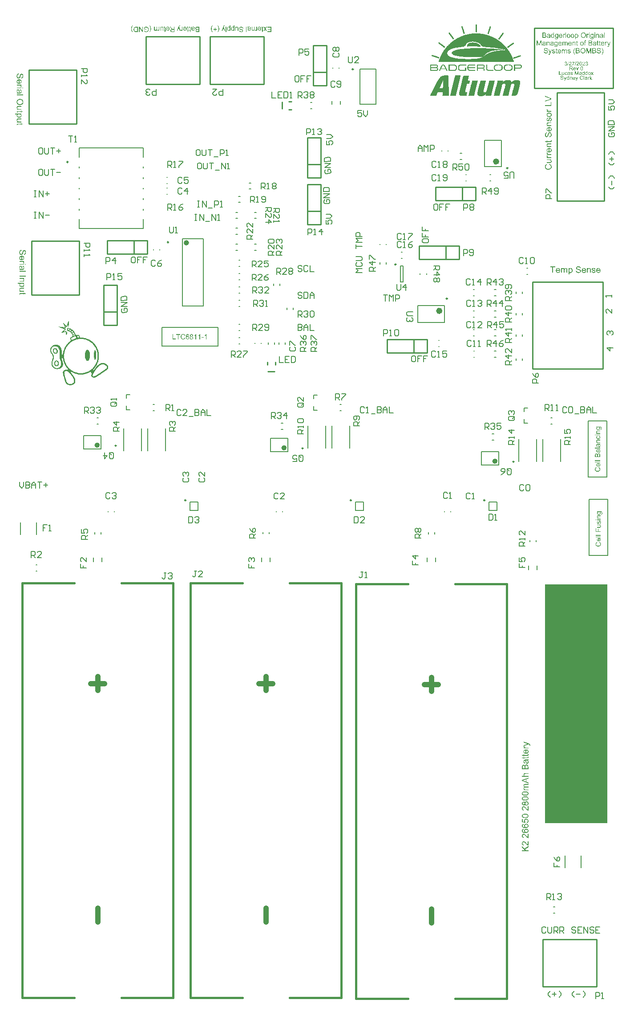
<source format=gto>
G04*
G04 #@! TF.GenerationSoftware,Altium Limited,Altium Designer,23.3.1 (30)*
G04*
G04 Layer_Color=65535*
%FSLAX25Y25*%
%MOIN*%
G70*
G04*
G04 #@! TF.SameCoordinates,B9ADD834-6C2E-4723-A052-446894AFEB0A*
G04*
G04*
G04 #@! TF.FilePolarity,Positive*
G04*
G01*
G75*
%ADD10C,0.00984*%
%ADD11C,0.02362*%
%ADD12C,0.01968*%
%ADD13C,0.01000*%
%ADD14C,0.00700*%
%ADD15C,0.00787*%
%ADD16C,0.01500*%
%ADD17C,0.00500*%
%ADD18C,0.00750*%
%ADD19C,0.03937*%
%ADD20R,0.47000X1.78500*%
G36*
X347755Y736641D02*
X347856D01*
Y736539D01*
X347958D01*
Y736336D01*
X348060D01*
Y732574D01*
Y732472D01*
Y731151D01*
X347958D01*
Y730947D01*
X347856D01*
Y730846D01*
X347653D01*
Y730744D01*
X347348D01*
Y730846D01*
X347145D01*
Y731049D01*
X347043D01*
Y736539D01*
X347145D01*
Y736641D01*
X347247D01*
Y736743D01*
X347755D01*
Y736641D01*
D02*
G37*
G36*
X337079Y735218D02*
X337282D01*
Y735116D01*
X337384D01*
Y735014D01*
X337486D01*
Y734608D01*
X337587D01*
Y734302D01*
X337689D01*
Y733997D01*
X337791D01*
Y733692D01*
X337893D01*
Y733387D01*
X337994D01*
Y733082D01*
X338096D01*
Y732777D01*
X338198D01*
Y732472D01*
X338299D01*
Y732167D01*
X338401D01*
Y731761D01*
X338503D01*
Y731456D01*
X338604D01*
Y731151D01*
X338706D01*
Y730846D01*
X338808D01*
Y730541D01*
X338909D01*
Y730337D01*
X339011D01*
Y729930D01*
X338909D01*
Y729727D01*
X338808D01*
Y729626D01*
X338604D01*
Y729524D01*
X338401D01*
Y729626D01*
X338198D01*
Y729727D01*
X338096D01*
Y729829D01*
X337994D01*
Y730134D01*
X337893D01*
Y730439D01*
X337791D01*
Y730744D01*
X337689D01*
Y731049D01*
X337587D01*
Y731354D01*
X337486D01*
Y731659D01*
X337384D01*
Y731964D01*
X337282D01*
Y732371D01*
X337181D01*
Y732676D01*
X337079D01*
Y732981D01*
X336978D01*
Y733286D01*
X336876D01*
Y733591D01*
X336774D01*
Y733896D01*
X336672D01*
Y734201D01*
X336571D01*
Y734506D01*
X336469D01*
Y735014D01*
X336571D01*
Y735116D01*
Y735218D01*
X336774D01*
Y735319D01*
X337079D01*
Y735218D01*
D02*
G37*
G36*
X358329Y735116D02*
X358431D01*
Y735014D01*
X358532D01*
Y734404D01*
X358431D01*
Y733997D01*
X358329D01*
Y733692D01*
X358227D01*
Y733387D01*
X358125D01*
Y733082D01*
X358024D01*
Y732777D01*
X357922D01*
Y732472D01*
X357821D01*
Y732167D01*
X357719D01*
Y731862D01*
X357617D01*
Y731557D01*
X357515D01*
Y731252D01*
X357414D01*
Y730947D01*
X357312D01*
Y730642D01*
X357210D01*
Y730235D01*
X357109D01*
Y729930D01*
X357007D01*
Y729727D01*
X356905D01*
Y729626D01*
X356804D01*
Y729524D01*
X356600D01*
Y729422D01*
X356499D01*
Y729524D01*
X356194D01*
Y729626D01*
X356092D01*
Y729930D01*
X355990D01*
Y730032D01*
X356092D01*
Y730439D01*
X356194D01*
Y730744D01*
X356295D01*
Y730846D01*
Y731049D01*
X356397D01*
Y731354D01*
X356499D01*
Y731659D01*
X356600D01*
Y731964D01*
X356702D01*
Y732269D01*
X356804D01*
Y732574D01*
X356905D01*
Y732879D01*
X357007D01*
Y733184D01*
X357109D01*
Y733489D01*
X357210D01*
Y733794D01*
X357312D01*
Y734201D01*
X357414D01*
Y734506D01*
X357515D01*
Y734811D01*
X357617D01*
Y735014D01*
X357719D01*
Y735116D01*
X357821D01*
Y735218D01*
X358329D01*
Y735116D01*
D02*
G37*
G36*
X327624Y730541D02*
X327725D01*
Y730439D01*
X327827D01*
Y730235D01*
X327929D01*
Y730134D01*
X328030D01*
Y730032D01*
X328132D01*
Y729829D01*
X328234D01*
Y729727D01*
X328335D01*
Y729626D01*
X328437D01*
Y729422D01*
X328539D01*
Y729320D01*
X328640D01*
Y729117D01*
X328742D01*
Y729015D01*
X328844D01*
Y728914D01*
X328945D01*
Y728710D01*
X329047D01*
Y728609D01*
X329149D01*
Y728507D01*
X329250D01*
Y728304D01*
X329352D01*
Y728202D01*
X329454D01*
Y727999D01*
X329555D01*
Y727897D01*
X329657D01*
Y727795D01*
X329759D01*
Y727592D01*
X329860D01*
Y727490D01*
X329962D01*
Y727389D01*
X330064D01*
Y727185D01*
X330165D01*
Y727084D01*
X330267D01*
Y726880D01*
X330369D01*
Y726779D01*
X330470D01*
Y726677D01*
X330572D01*
Y726474D01*
X330674D01*
Y726372D01*
X330775D01*
Y725864D01*
X330674D01*
Y725762D01*
X330572D01*
Y725660D01*
X329962D01*
Y725762D01*
X329860D01*
Y725864D01*
X329759D01*
Y726067D01*
X329657D01*
Y726169D01*
X329555D01*
Y726372D01*
X329454D01*
Y726474D01*
X329352D01*
Y726575D01*
X329250D01*
Y726779D01*
X329149D01*
Y726880D01*
X329047D01*
Y726982D01*
X328945D01*
Y727185D01*
X328844D01*
Y727287D01*
X328742D01*
Y727490D01*
X328640D01*
Y727592D01*
X328539D01*
Y727694D01*
X328437D01*
Y727897D01*
X328335D01*
Y727999D01*
X328234D01*
Y728100D01*
X328132D01*
Y728304D01*
X328030D01*
Y728405D01*
X327929D01*
Y728609D01*
X327827D01*
Y728710D01*
X327725D01*
Y728812D01*
X327624D01*
Y729015D01*
X327522D01*
Y729117D01*
X327420D01*
Y729219D01*
X327319D01*
Y729422D01*
X327217D01*
Y729524D01*
X327115D01*
Y729727D01*
X327013D01*
Y729829D01*
X326912D01*
Y730032D01*
X326810D01*
Y730235D01*
X326912D01*
Y730439D01*
X327013D01*
Y730541D01*
X327115D01*
Y730642D01*
X327624D01*
Y730541D01*
D02*
G37*
G36*
X367683Y730439D02*
X367988D01*
Y730337D01*
X368089D01*
Y730032D01*
X368191D01*
Y729930D01*
X368089D01*
Y729626D01*
X367988D01*
Y729524D01*
X367886D01*
Y729422D01*
X367784D01*
Y729320D01*
X367683D01*
Y729117D01*
X367581D01*
Y729015D01*
X367479D01*
Y728812D01*
X367378D01*
Y728710D01*
X367276D01*
Y728609D01*
X367174D01*
Y728405D01*
X367073D01*
Y728304D01*
X366971D01*
Y728100D01*
X366869D01*
Y727999D01*
X366768D01*
Y727897D01*
X366666D01*
Y727694D01*
X366564D01*
Y727592D01*
X366463D01*
Y727490D01*
X366361D01*
Y727287D01*
X366259D01*
Y727185D01*
X366158D01*
Y726982D01*
X366056D01*
Y726880D01*
X365954D01*
Y726779D01*
X365853D01*
Y726575D01*
X365751D01*
Y726474D01*
X365649D01*
Y726372D01*
X365548D01*
Y726169D01*
X365446D01*
Y726067D01*
X365344D01*
Y725864D01*
X365243D01*
Y725762D01*
X365141D01*
Y725660D01*
X365039D01*
Y725559D01*
X364938D01*
Y725457D01*
X364531D01*
Y725559D01*
X364328D01*
Y725660D01*
X364226D01*
Y726270D01*
X364328D01*
Y726372D01*
X364429D01*
Y726474D01*
X364531D01*
Y726677D01*
X364633D01*
Y726779D01*
X364734D01*
Y726880D01*
X364836D01*
Y727084D01*
X364938D01*
Y727185D01*
X365039D01*
Y727389D01*
X365141D01*
Y727490D01*
X365243D01*
Y727592D01*
X365344D01*
Y727795D01*
X365446D01*
Y727897D01*
X365548D01*
Y727999D01*
X365649D01*
Y728202D01*
X365751D01*
Y728304D01*
X365853D01*
Y728507D01*
X365954D01*
Y728609D01*
X366056D01*
Y728710D01*
X366158D01*
Y728914D01*
X366259D01*
Y729015D01*
X366361D01*
Y729117D01*
X366463D01*
Y729320D01*
X366564D01*
Y729422D01*
X366666D01*
Y729626D01*
X366768D01*
Y729727D01*
X366869D01*
Y729829D01*
X366971D01*
Y730032D01*
X367073D01*
Y730134D01*
X367174D01*
Y730337D01*
X367276D01*
Y730439D01*
X367581D01*
Y730541D01*
X367683D01*
Y730439D01*
D02*
G37*
G36*
X319998Y723118D02*
X320100D01*
Y723017D01*
X320201D01*
Y722915D01*
X320405D01*
Y722813D01*
X320506D01*
Y722712D01*
X320608D01*
Y722610D01*
X320812D01*
Y722508D01*
X320913D01*
Y722407D01*
X321116D01*
Y722305D01*
X321218D01*
Y722203D01*
X321320D01*
Y722102D01*
X321523D01*
Y722000D01*
X321625D01*
Y721898D01*
X321726D01*
Y721797D01*
X321930D01*
Y721695D01*
X322031D01*
Y721593D01*
X322235D01*
Y721492D01*
X322337D01*
Y721390D01*
X322438D01*
Y721288D01*
X322642D01*
Y721187D01*
X322743D01*
Y721085D01*
X322845D01*
Y720983D01*
X323048D01*
Y720882D01*
X323150D01*
Y720780D01*
X323353D01*
Y720678D01*
X323455D01*
Y720577D01*
X323557D01*
Y720475D01*
X323760D01*
Y720373D01*
X323862D01*
Y720272D01*
X323963D01*
Y720170D01*
X324065D01*
Y720068D01*
X324167D01*
Y719560D01*
X324065D01*
Y719458D01*
X323963D01*
Y719356D01*
X323353D01*
Y719458D01*
X323252D01*
Y719560D01*
X323150D01*
Y719662D01*
X322947D01*
Y719763D01*
X322845D01*
Y719865D01*
X322743D01*
Y719967D01*
X322540D01*
Y720068D01*
X322438D01*
Y720170D01*
X322337D01*
Y720272D01*
X322133D01*
Y720373D01*
X322031D01*
Y720475D01*
X321828D01*
Y720577D01*
X321726D01*
Y720678D01*
X321625D01*
Y720780D01*
X321422D01*
Y720882D01*
X321320D01*
Y720983D01*
X321218D01*
Y721085D01*
X321015D01*
Y721187D01*
X320913D01*
Y721288D01*
X320710D01*
Y721390D01*
X320608D01*
Y721492D01*
X320506D01*
Y721593D01*
X320303D01*
Y721695D01*
X320201D01*
Y721797D01*
X320100D01*
Y721898D01*
X319896D01*
Y722000D01*
X319795D01*
Y722102D01*
X319591D01*
Y722203D01*
X319490D01*
Y722305D01*
X319388D01*
Y722407D01*
X319286D01*
Y722508D01*
X319185D01*
Y723017D01*
X319286D01*
Y723118D01*
X319388D01*
Y723220D01*
X319998D01*
Y723118D01*
D02*
G37*
G36*
X375512Y722915D02*
X375613D01*
Y722813D01*
X375715D01*
Y722610D01*
X375817D01*
Y722508D01*
X375715D01*
Y722203D01*
X375613D01*
Y722102D01*
X375410D01*
Y722000D01*
X375308D01*
Y721898D01*
X375207D01*
Y721797D01*
X375003D01*
Y721695D01*
X374902D01*
Y721593D01*
X374800D01*
Y721492D01*
X374597D01*
Y721390D01*
X374495D01*
Y721288D01*
X374291D01*
Y721187D01*
X374190D01*
Y721085D01*
X374088D01*
Y720983D01*
X373885D01*
Y720882D01*
X373783D01*
Y720780D01*
X373681D01*
Y720678D01*
X373478D01*
Y720577D01*
X373376D01*
Y720475D01*
X373173D01*
Y720373D01*
X373071D01*
Y720272D01*
X372970D01*
Y720170D01*
X372766D01*
Y720068D01*
X372665D01*
Y719967D01*
X372563D01*
Y719865D01*
X372360D01*
Y719763D01*
X372258D01*
Y719662D01*
X372055D01*
Y719560D01*
X371953D01*
Y719458D01*
X371851D01*
Y719356D01*
X371648D01*
Y719255D01*
X371546D01*
Y719153D01*
X370936D01*
Y719255D01*
X370835D01*
Y719356D01*
X370733D01*
Y719865D01*
X370835D01*
Y719967D01*
X370936D01*
Y720068D01*
X371038D01*
Y720170D01*
X371241D01*
Y720272D01*
X371343D01*
Y720373D01*
X371546D01*
Y720475D01*
X371648D01*
Y720577D01*
X371750D01*
Y720678D01*
X371953D01*
Y720780D01*
X372055D01*
Y720882D01*
X372156D01*
Y720983D01*
X372360D01*
Y721085D01*
X372461D01*
Y721187D01*
X372665D01*
Y721288D01*
X372766D01*
Y721390D01*
X372868D01*
Y721492D01*
X373071D01*
Y721593D01*
X373173D01*
Y721695D01*
X373275D01*
Y721797D01*
X373478D01*
Y721898D01*
X373580D01*
Y722000D01*
X373783D01*
Y722102D01*
X373885D01*
Y722203D01*
X373987D01*
Y722305D01*
X374190D01*
Y722407D01*
X374291D01*
Y722508D01*
X374393D01*
Y722610D01*
X374597D01*
Y722712D01*
X374698D01*
Y722813D01*
X374800D01*
Y722915D01*
X375003D01*
Y723017D01*
X375512D01*
Y722915D01*
D02*
G37*
G36*
X314813Y713764D02*
X315118D01*
Y713663D01*
X315423D01*
Y713561D01*
X315728D01*
Y713459D01*
X316033D01*
Y713358D01*
X316338D01*
Y713256D01*
X316643D01*
Y713154D01*
X317050D01*
Y713053D01*
X317355D01*
Y712951D01*
X317660D01*
Y712849D01*
X317965D01*
Y712748D01*
X318270D01*
Y712646D01*
X318575D01*
Y712544D01*
X318880D01*
Y712443D01*
X319185D01*
Y712341D01*
X319490D01*
Y712239D01*
X319693D01*
Y712138D01*
X319795D01*
Y711934D01*
X319896D01*
Y711629D01*
X319795D01*
Y711528D01*
X319693D01*
Y711426D01*
X319591D01*
Y711324D01*
X319083D01*
Y711426D01*
X318778D01*
Y711528D01*
X318473D01*
Y711629D01*
X318168D01*
Y711731D01*
X317863D01*
Y711833D01*
X317558D01*
Y711934D01*
X317253D01*
Y712036D01*
X316846D01*
Y712138D01*
X316541D01*
Y712239D01*
X316236D01*
Y712341D01*
X315931D01*
Y712443D01*
X315626D01*
Y712544D01*
X315321D01*
Y712646D01*
X315016D01*
Y712748D01*
X314711D01*
Y712849D01*
X314406D01*
Y712951D01*
X314304D01*
Y713053D01*
X314203D01*
Y713256D01*
X314101D01*
Y713459D01*
X314203D01*
Y713663D01*
X314304D01*
Y713764D01*
X314406D01*
Y713866D01*
X314813D01*
Y713764D01*
D02*
G37*
G36*
X380799Y713459D02*
X380900D01*
Y713256D01*
X381002D01*
Y712951D01*
X380900D01*
Y712748D01*
X380799D01*
Y712646D01*
X380595D01*
Y712544D01*
X380188D01*
Y712443D01*
X379884D01*
Y712341D01*
X379578D01*
Y712239D01*
X379274D01*
Y712138D01*
X378969D01*
Y712036D01*
X378663D01*
Y711934D01*
X378358D01*
Y711833D01*
X378053D01*
Y711731D01*
X377748D01*
Y711629D01*
X377443D01*
Y711528D01*
X377138D01*
Y711426D01*
X376833D01*
Y711324D01*
X376528D01*
Y711223D01*
X376122D01*
Y711121D01*
X375918D01*
Y711019D01*
X375613D01*
Y711121D01*
X375410D01*
Y711223D01*
X375308D01*
Y711426D01*
X375207D01*
Y711731D01*
X375308D01*
Y711934D01*
X375512D01*
Y712036D01*
X375715D01*
Y712138D01*
X376020D01*
Y712239D01*
X376325D01*
Y712341D01*
X376732D01*
Y712443D01*
X377037D01*
Y712544D01*
X377342D01*
Y712646D01*
X377647D01*
Y712748D01*
X377952D01*
Y712849D01*
X378257D01*
Y712951D01*
X378562D01*
Y713053D01*
X378867D01*
Y713154D01*
X379172D01*
Y713256D01*
X379477D01*
Y713358D01*
X379782D01*
Y713459D01*
X380087D01*
Y713561D01*
X380799D01*
Y713459D01*
D02*
G37*
G36*
X349890Y729829D02*
X350907D01*
Y729727D01*
X351720D01*
Y729626D01*
X352330D01*
Y729524D01*
X352940D01*
Y729422D01*
X353449D01*
Y729320D01*
X353957D01*
Y729219D01*
X354364D01*
Y729117D01*
X354770D01*
Y729015D01*
X355177D01*
Y728914D01*
X355584D01*
Y728812D01*
X355889D01*
Y728710D01*
X356194D01*
Y728609D01*
X356600D01*
Y728507D01*
X356905D01*
Y728405D01*
X357210D01*
Y728304D01*
X357414D01*
Y728202D01*
X357719D01*
Y728100D01*
X358024D01*
Y727999D01*
X358227D01*
Y727897D01*
X358532D01*
Y727795D01*
X358735D01*
Y727694D01*
X359040D01*
Y727592D01*
X359244D01*
Y727490D01*
X359447D01*
Y727389D01*
X359752D01*
Y727287D01*
X359956D01*
Y727185D01*
X360159D01*
Y727084D01*
X360362D01*
Y726982D01*
X360566D01*
Y726880D01*
X360769D01*
Y726779D01*
X360972D01*
Y726677D01*
X361176D01*
Y726575D01*
X361379D01*
Y726474D01*
X361582D01*
Y726372D01*
X361786D01*
Y726270D01*
X361887D01*
Y726169D01*
X362091D01*
Y726067D01*
X362294D01*
Y725965D01*
X362497D01*
Y725864D01*
X362599D01*
Y725762D01*
X362802D01*
Y725660D01*
X363006D01*
Y725559D01*
X363107D01*
Y725457D01*
X363311D01*
Y725355D01*
X363412D01*
Y725253D01*
X363616D01*
Y725152D01*
X363718D01*
Y725050D01*
X363921D01*
Y724949D01*
X364022D01*
Y724847D01*
X364226D01*
Y724745D01*
X364328D01*
Y724644D01*
X364531D01*
Y724542D01*
X364633D01*
Y724440D01*
X364734D01*
Y724338D01*
X364938D01*
Y724237D01*
X365039D01*
Y724135D01*
X365141D01*
Y724033D01*
X365344D01*
Y723932D01*
X365446D01*
Y723830D01*
X365548D01*
Y723728D01*
X365751D01*
Y723627D01*
X365853D01*
Y723525D01*
X365954D01*
Y723423D01*
X366056D01*
Y723322D01*
X366259D01*
Y723220D01*
X366361D01*
Y723118D01*
X366463D01*
Y723017D01*
X366564D01*
Y722915D01*
X366666D01*
Y722813D01*
X366869D01*
Y722712D01*
X366971D01*
Y722610D01*
X367073D01*
Y722508D01*
X367174D01*
Y722407D01*
X367276D01*
Y722305D01*
X367378D01*
Y722203D01*
X367479D01*
Y722102D01*
X367581D01*
Y722000D01*
X367683D01*
Y721898D01*
X367784D01*
Y721797D01*
X367886D01*
Y721695D01*
X367988D01*
Y721593D01*
X368089D01*
Y721492D01*
X368191D01*
Y721390D01*
X368293D01*
Y721288D01*
X368394D01*
Y721187D01*
X368496D01*
Y721085D01*
X368598D01*
Y720983D01*
X368700D01*
Y720882D01*
X368801D01*
Y720780D01*
X368903D01*
Y720678D01*
X369005D01*
Y720577D01*
X369106D01*
Y720475D01*
X369208D01*
Y720373D01*
X369309D01*
Y720272D01*
X369411D01*
Y720170D01*
X369513D01*
Y720068D01*
X369615D01*
Y719967D01*
X369716D01*
Y719763D01*
X369818D01*
Y719662D01*
X369920D01*
Y719560D01*
X370021D01*
Y719458D01*
X370123D01*
Y719356D01*
X370225D01*
Y719255D01*
X370326D01*
Y719052D01*
X370428D01*
Y718950D01*
X370530D01*
Y718848D01*
X370631D01*
Y718747D01*
X370733D01*
Y718543D01*
X370835D01*
Y718441D01*
X370936D01*
Y718340D01*
X371038D01*
Y718136D01*
X371140D01*
Y718035D01*
X371241D01*
Y717933D01*
X371343D01*
Y717730D01*
X371445D01*
Y717628D01*
X371546D01*
Y717425D01*
X371648D01*
Y717323D01*
X371750D01*
Y717221D01*
X371851D01*
Y717018D01*
X371953D01*
Y716916D01*
X372055D01*
Y716713D01*
X372156D01*
Y716611D01*
X372258D01*
Y716408D01*
X372360D01*
Y716205D01*
X372461D01*
Y716103D01*
X372563D01*
Y715900D01*
X372665D01*
Y715798D01*
X372766D01*
Y715595D01*
X372868D01*
Y715391D01*
X372970D01*
Y715188D01*
X373071D01*
Y715086D01*
X373173D01*
Y714883D01*
X373275D01*
Y714679D01*
X373376D01*
Y714476D01*
X373478D01*
Y714273D01*
X373580D01*
Y714171D01*
X373681D01*
Y713968D01*
X373783D01*
Y713764D01*
X373885D01*
Y713561D01*
X373987D01*
Y713358D01*
X374088D01*
Y713053D01*
X374190D01*
Y712849D01*
X374291D01*
Y712646D01*
X374393D01*
Y712443D01*
X374495D01*
Y712239D01*
X374597D01*
Y711934D01*
X374698D01*
Y711731D01*
X374800D01*
Y711426D01*
X374902D01*
Y711223D01*
X375003D01*
Y710918D01*
X375105D01*
Y710613D01*
X375207D01*
Y710409D01*
X375308D01*
Y710104D01*
X375410D01*
Y709799D01*
X375512D01*
Y709494D01*
X375613D01*
Y709088D01*
X375715D01*
Y708681D01*
X319388D01*
Y709088D01*
X319490D01*
Y709494D01*
X319591D01*
Y709799D01*
X319693D01*
Y710104D01*
X319795D01*
Y710409D01*
X319896D01*
Y710613D01*
X319998D01*
Y710918D01*
X320100D01*
Y711223D01*
X320201D01*
Y711426D01*
X320303D01*
Y711731D01*
X320405D01*
Y711934D01*
X320506D01*
Y712239D01*
X320608D01*
Y712443D01*
X320710D01*
Y712646D01*
X320812D01*
Y712849D01*
X320913D01*
Y713053D01*
X321015D01*
Y713358D01*
X321116D01*
Y713561D01*
X321218D01*
Y713764D01*
X321320D01*
Y713968D01*
X321422D01*
Y714171D01*
X321523D01*
Y714273D01*
X321625D01*
Y714476D01*
X321726D01*
Y714679D01*
X321828D01*
Y714883D01*
X321930D01*
Y715086D01*
X322031D01*
Y715290D01*
X322133D01*
Y715391D01*
X322235D01*
Y715595D01*
X322337D01*
Y715798D01*
X322438D01*
Y715900D01*
X322540D01*
Y716103D01*
X322642D01*
Y716205D01*
X322743D01*
Y716408D01*
X322845D01*
Y716611D01*
X322947D01*
Y716713D01*
X323048D01*
Y716916D01*
X323150D01*
Y717018D01*
X323252D01*
Y717221D01*
X323353D01*
Y717323D01*
X323455D01*
Y717425D01*
X323557D01*
Y717628D01*
X323658D01*
Y717730D01*
X323760D01*
Y717933D01*
X323862D01*
Y718035D01*
X323963D01*
Y718136D01*
X324065D01*
Y718340D01*
X324167D01*
Y718441D01*
X324268D01*
Y718543D01*
X324370D01*
Y718747D01*
X324472D01*
Y718848D01*
X324573D01*
Y718950D01*
X324675D01*
Y719052D01*
X324777D01*
Y719255D01*
X324878D01*
Y719356D01*
X324980D01*
Y719458D01*
X325082D01*
Y719560D01*
X325183D01*
Y719662D01*
X325285D01*
Y719763D01*
X325387D01*
Y719967D01*
X325488D01*
Y720068D01*
X325590D01*
Y720170D01*
X325692D01*
Y720272D01*
X325793D01*
Y720373D01*
X325895D01*
Y720475D01*
X325997D01*
Y720577D01*
X326098D01*
Y720678D01*
X326200D01*
Y720780D01*
X326302D01*
Y720882D01*
X326403D01*
Y720983D01*
X326505D01*
Y721085D01*
X326607D01*
Y721187D01*
X326709D01*
Y721288D01*
X326810D01*
Y721390D01*
X326912D01*
Y721492D01*
X327013D01*
Y721593D01*
X327115D01*
Y721695D01*
X327217D01*
Y721797D01*
X327319D01*
Y721898D01*
X327420D01*
Y722000D01*
X327522D01*
Y722102D01*
X327624D01*
Y722203D01*
X327725D01*
Y722305D01*
X327827D01*
Y722407D01*
X327929D01*
Y722508D01*
X328030D01*
Y722610D01*
X328132D01*
Y722712D01*
X328234D01*
Y722813D01*
X328437D01*
Y722915D01*
X328539D01*
Y723017D01*
X328640D01*
Y723118D01*
X328742D01*
Y723220D01*
X328844D01*
Y723322D01*
X329047D01*
Y723423D01*
X329149D01*
Y723525D01*
X329250D01*
Y723627D01*
X329352D01*
Y723728D01*
X329555D01*
Y723830D01*
X329657D01*
Y723932D01*
X329759D01*
Y724033D01*
X329962D01*
Y724135D01*
X330064D01*
Y724237D01*
X330165D01*
Y724338D01*
X330369D01*
Y724440D01*
X330470D01*
Y724542D01*
X330572D01*
Y724644D01*
X330775D01*
Y724745D01*
X330877D01*
Y724847D01*
X331080D01*
Y724949D01*
X331182D01*
Y725050D01*
X331385D01*
Y725152D01*
X331487D01*
Y725253D01*
X331691D01*
Y725355D01*
X331792D01*
Y725457D01*
X331996D01*
Y725559D01*
X332097D01*
Y725660D01*
X332300D01*
Y725762D01*
X332504D01*
Y725864D01*
X332606D01*
Y725965D01*
X332809D01*
Y726067D01*
X333012D01*
Y726169D01*
X333216D01*
Y726270D01*
X333317D01*
Y726372D01*
X333521D01*
Y726474D01*
X333724D01*
Y726575D01*
X333927D01*
Y726677D01*
X334131D01*
Y726779D01*
X334334D01*
Y726880D01*
X334537D01*
Y726982D01*
X334741D01*
Y727084D01*
X334944D01*
Y727185D01*
X335147D01*
Y727287D01*
X335351D01*
Y727389D01*
X335656D01*
Y727490D01*
X335859D01*
Y727592D01*
X336062D01*
Y727694D01*
X336367D01*
Y727795D01*
X336571D01*
Y727897D01*
X336876D01*
Y727999D01*
X337079D01*
Y728100D01*
X337384D01*
Y728202D01*
X337689D01*
Y728304D01*
X337893D01*
Y728405D01*
X338198D01*
Y728507D01*
X338503D01*
Y728609D01*
X338909D01*
Y728710D01*
X339214D01*
Y728812D01*
X339519D01*
Y728914D01*
X339926D01*
Y729015D01*
X340333D01*
Y729117D01*
X340739D01*
Y729219D01*
X341146D01*
Y729320D01*
X341654D01*
Y729422D01*
X342163D01*
Y729524D01*
X342773D01*
Y729626D01*
X343383D01*
Y729727D01*
X344196D01*
Y729829D01*
X345213D01*
Y729930D01*
X349890D01*
Y729829D01*
D02*
G37*
G36*
X380392Y706647D02*
X380799D01*
Y706546D01*
X381002D01*
Y706444D01*
X381205D01*
Y706342D01*
X381307D01*
Y706241D01*
X381409D01*
Y706139D01*
X381510D01*
Y705936D01*
X381612D01*
Y705732D01*
X381714D01*
Y704716D01*
X381612D01*
Y704512D01*
X381510D01*
Y704309D01*
X381409D01*
Y704207D01*
X381307D01*
Y704106D01*
X381205D01*
Y704004D01*
X381104D01*
Y703902D01*
X380900D01*
Y703800D01*
X380697D01*
Y703699D01*
X379985D01*
Y703597D01*
X376630D01*
Y701970D01*
X375817D01*
Y706749D01*
X380392D01*
Y706647D01*
D02*
G37*
G36*
X372868D02*
X373275D01*
Y706546D01*
X373580D01*
Y706444D01*
X373783D01*
Y706342D01*
X373987D01*
Y706241D01*
X374088D01*
Y706139D01*
X374190D01*
Y706037D01*
X374291D01*
Y705936D01*
X374393D01*
Y705834D01*
X374495D01*
Y705631D01*
X374597D01*
Y705427D01*
X374698D01*
Y705021D01*
X374800D01*
Y703699D01*
X374698D01*
Y703292D01*
X374597D01*
Y703089D01*
X374495D01*
Y702885D01*
X374393D01*
Y702784D01*
X374291D01*
Y702682D01*
X374190D01*
Y702580D01*
X374088D01*
Y702479D01*
X373987D01*
Y702377D01*
X373783D01*
Y702275D01*
X373580D01*
Y702174D01*
X373275D01*
Y702072D01*
X372868D01*
Y701970D01*
X370123D01*
Y702072D01*
X369615D01*
Y702174D01*
X369411D01*
Y702275D01*
X369208D01*
Y702377D01*
X369005D01*
Y702479D01*
X368903D01*
Y702580D01*
X368801D01*
Y702682D01*
X368700D01*
Y702784D01*
X368598D01*
Y702885D01*
X368496D01*
Y703089D01*
X368394D01*
Y703292D01*
X368293D01*
Y703699D01*
X368191D01*
Y705021D01*
X368293D01*
Y705427D01*
X368394D01*
Y705631D01*
X368496D01*
Y705834D01*
X368598D01*
Y705936D01*
X368700D01*
Y706037D01*
X368801D01*
Y706139D01*
X368903D01*
Y706241D01*
X369005D01*
Y706342D01*
X369208D01*
Y706444D01*
X369411D01*
Y706546D01*
X369716D01*
Y706647D01*
X370123D01*
Y706749D01*
X372868D01*
Y706647D01*
D02*
G37*
G36*
X365446D02*
X365853D01*
Y706546D01*
X366158D01*
Y706444D01*
X366361D01*
Y706342D01*
X366564D01*
Y706241D01*
X366666D01*
Y706139D01*
X366768D01*
Y706037D01*
X366869D01*
Y705936D01*
X366971D01*
Y705834D01*
X367073D01*
Y705631D01*
X367174D01*
Y705427D01*
X367276D01*
Y705021D01*
X367378D01*
Y703699D01*
X367276D01*
Y703292D01*
X367174D01*
Y703089D01*
X367073D01*
Y702885D01*
X366971D01*
Y702784D01*
X366869D01*
Y702682D01*
X366768D01*
Y702580D01*
X366666D01*
Y702479D01*
X366564D01*
Y702377D01*
X366361D01*
Y702275D01*
X366158D01*
Y702174D01*
X365853D01*
Y702072D01*
X365446D01*
Y701970D01*
X362701D01*
Y702072D01*
X362192D01*
Y702174D01*
X361989D01*
Y702275D01*
X361786D01*
Y702377D01*
X361582D01*
Y702479D01*
X361481D01*
Y702580D01*
X361379D01*
Y702682D01*
X361277D01*
Y702784D01*
X361176D01*
Y702885D01*
X361074D01*
Y703089D01*
X360972D01*
Y703292D01*
X360871D01*
Y703699D01*
X360769D01*
Y705021D01*
X360871D01*
Y705427D01*
X360972D01*
Y705631D01*
X361074D01*
Y705834D01*
X361176D01*
Y705936D01*
X361277D01*
Y706037D01*
X361379D01*
Y706139D01*
X361481D01*
Y706241D01*
X361582D01*
Y706342D01*
X361786D01*
Y706444D01*
X361989D01*
Y706546D01*
X362294D01*
Y706647D01*
X362701D01*
Y706749D01*
X365446D01*
Y706647D01*
D02*
G37*
G36*
X355685Y703597D02*
X355787D01*
Y703292D01*
X355889D01*
Y703089D01*
X355990D01*
Y702987D01*
X356092D01*
Y702885D01*
X356295D01*
Y702784D01*
X356804D01*
Y702682D01*
X360362D01*
Y701970D01*
X356600D01*
Y702072D01*
X356092D01*
Y702174D01*
X355787D01*
Y702275D01*
X355685D01*
Y702377D01*
X355482D01*
Y702479D01*
X355380D01*
Y702580D01*
X355279D01*
Y702784D01*
X355177D01*
Y702987D01*
X355075D01*
Y703292D01*
X354974D01*
Y706749D01*
X355685D01*
Y703597D01*
D02*
G37*
G36*
X352635Y706647D02*
X353042D01*
Y706546D01*
X353245D01*
Y706444D01*
X353347D01*
Y706342D01*
X353550D01*
Y706241D01*
X353652D01*
Y706037D01*
X353753D01*
Y705834D01*
X353855D01*
Y704716D01*
X353753D01*
Y704512D01*
X353652D01*
Y704411D01*
X353550D01*
Y704309D01*
X353449D01*
Y704207D01*
X353245D01*
Y704106D01*
X353042D01*
Y703902D01*
X353245D01*
Y703800D01*
X353347D01*
Y703699D01*
X353550D01*
Y703496D01*
X353652D01*
Y703292D01*
X353753D01*
Y701970D01*
X353042D01*
Y702987D01*
X352940D01*
Y703292D01*
X352838D01*
Y703394D01*
X352737D01*
Y703496D01*
X352635D01*
Y703597D01*
X352330D01*
Y703699D01*
X348772D01*
Y703597D01*
Y703496D01*
Y701970D01*
X347958D01*
Y706749D01*
X352635D01*
Y706647D01*
D02*
G37*
G36*
X346840Y706037D02*
X342671D01*
Y705936D01*
X342265D01*
Y705834D01*
X342163D01*
Y705732D01*
X341960D01*
Y705631D01*
X341858D01*
Y705427D01*
X341756D01*
Y705224D01*
X341654D01*
Y704716D01*
X346738D01*
Y704004D01*
X341654D01*
Y703496D01*
X341756D01*
Y703292D01*
X341858D01*
Y703089D01*
X341960D01*
Y702987D01*
X342163D01*
Y702885D01*
X342366D01*
Y702784D01*
X342671D01*
Y702682D01*
X346840D01*
Y701970D01*
X342569D01*
Y702072D01*
X342061D01*
Y702174D01*
X341858D01*
Y702275D01*
X341654D01*
Y702377D01*
X341553D01*
Y702479D01*
X341451D01*
Y702580D01*
X341349D01*
Y702682D01*
X341248D01*
Y702784D01*
X341146D01*
Y702987D01*
X341044D01*
Y703191D01*
X340943D01*
Y703699D01*
X340841D01*
Y705021D01*
X340943D01*
Y705529D01*
X341044D01*
Y705732D01*
X341146D01*
Y705936D01*
X341248D01*
Y706037D01*
X341349D01*
Y706241D01*
X341553D01*
Y706342D01*
X341654D01*
Y706444D01*
X341858D01*
Y706546D01*
X342061D01*
Y706647D01*
X342569D01*
Y706749D01*
X346840D01*
Y706037D01*
D02*
G37*
G36*
X339926Y705936D02*
X335859D01*
Y705834D01*
X335452D01*
Y705732D01*
X335249D01*
Y705631D01*
X335046D01*
Y705529D01*
X334944D01*
Y705326D01*
X334842D01*
Y705021D01*
X334741D01*
Y703496D01*
X334842D01*
Y703394D01*
Y703292D01*
Y703191D01*
X334944D01*
Y703089D01*
X335046D01*
Y702885D01*
X335249D01*
Y702784D01*
X335452D01*
Y702682D01*
X335859D01*
Y702580D01*
X339214D01*
Y704309D01*
X339926D01*
Y701869D01*
X335656D01*
Y701970D01*
X335147D01*
Y702072D01*
X334944D01*
Y702174D01*
X334741D01*
Y702275D01*
X334639D01*
Y702377D01*
X334537D01*
Y702479D01*
X334436D01*
Y702580D01*
X334334D01*
Y702682D01*
X334232D01*
Y702885D01*
X334131D01*
Y703089D01*
X334029D01*
Y703597D01*
X333927D01*
Y704919D01*
X334029D01*
Y705427D01*
X334131D01*
Y705631D01*
X334232D01*
Y705834D01*
X334334D01*
Y705936D01*
X334436D01*
Y706139D01*
X334639D01*
Y706241D01*
X334741D01*
Y706342D01*
X334944D01*
Y706444D01*
X335147D01*
Y706546D01*
X335554D01*
Y706647D01*
X339926D01*
Y705936D01*
D02*
G37*
G36*
X331487Y706546D02*
X331894D01*
Y706444D01*
X332097D01*
Y706342D01*
X332300D01*
Y706241D01*
X332402D01*
Y706139D01*
X332504D01*
Y706037D01*
X332606D01*
Y705936D01*
X332707D01*
Y705834D01*
X332809D01*
Y705631D01*
X332911D01*
Y705326D01*
X333012D01*
Y704817D01*
X333114D01*
Y703699D01*
X333012D01*
Y703191D01*
X332911D01*
Y702885D01*
X332809D01*
Y702682D01*
X332707D01*
Y702580D01*
X332606D01*
Y702479D01*
X332504D01*
Y702377D01*
X332402D01*
Y702275D01*
X332300D01*
Y702174D01*
X332097D01*
Y702072D01*
X331894D01*
Y701970D01*
X331385D01*
Y701869D01*
X326912D01*
Y702987D01*
Y703089D01*
Y706647D01*
X331487D01*
Y706546D01*
D02*
G37*
G36*
X323353D02*
X323557D01*
Y706444D01*
X323760D01*
Y706342D01*
X323862D01*
Y706241D01*
X323963D01*
Y706037D01*
X324065D01*
Y705936D01*
X324167D01*
Y705732D01*
X324268D01*
Y705529D01*
X324370D01*
Y705326D01*
X324472D01*
Y705122D01*
X324573D01*
Y704919D01*
X324675D01*
Y704716D01*
X324777D01*
Y704512D01*
X324878D01*
Y704309D01*
X324980D01*
Y704106D01*
X325082D01*
Y703902D01*
X325183D01*
Y703699D01*
X325285D01*
Y703496D01*
X325387D01*
Y703292D01*
X325488D01*
Y703089D01*
X325590D01*
Y702885D01*
X325692D01*
Y702682D01*
X325793D01*
Y702479D01*
X325895D01*
Y702275D01*
X325997D01*
Y702072D01*
X326098D01*
Y701869D01*
X325285D01*
Y702072D01*
X325183D01*
Y702275D01*
X325082D01*
Y702479D01*
X324980D01*
Y702682D01*
X324878D01*
Y702885D01*
X324777D01*
Y703089D01*
X324675D01*
Y703191D01*
X320913D01*
Y702987D01*
X320812D01*
Y702784D01*
X320710D01*
Y702580D01*
X320608D01*
Y702377D01*
X320506D01*
Y702174D01*
X320405D01*
Y701970D01*
X320303D01*
Y701869D01*
X319490D01*
Y701970D01*
X319591D01*
Y702174D01*
X319693D01*
Y702377D01*
X319795D01*
Y702580D01*
X319896D01*
Y702784D01*
X319998D01*
Y702987D01*
X320100D01*
Y703191D01*
X320201D01*
Y703394D01*
X320303D01*
Y703597D01*
X320405D01*
Y703800D01*
X320506D01*
Y704004D01*
X320608D01*
Y704207D01*
X320710D01*
Y704411D01*
X320812D01*
Y704614D01*
X320913D01*
Y704817D01*
X321015D01*
Y705021D01*
X321116D01*
Y705224D01*
X321218D01*
Y705427D01*
X321320D01*
Y705631D01*
X321422D01*
Y705834D01*
X321523D01*
Y706037D01*
X321625D01*
Y706139D01*
X321726D01*
Y706342D01*
X321828D01*
Y706444D01*
X322031D01*
Y706546D01*
X322235D01*
Y706647D01*
X323353D01*
Y706546D01*
D02*
G37*
G36*
X317761D02*
X318066D01*
Y706444D01*
X318270D01*
Y706342D01*
X318473D01*
Y706241D01*
X318575D01*
Y706139D01*
X318676D01*
Y705936D01*
X318778D01*
Y705631D01*
X318880D01*
Y705122D01*
X318778D01*
Y704817D01*
X318676D01*
Y704716D01*
X318575D01*
Y704614D01*
X318473D01*
Y704512D01*
X318371D01*
Y704411D01*
X318168D01*
Y704309D01*
X318270D01*
Y704207D01*
X318473D01*
Y704106D01*
X318575D01*
Y704004D01*
X318676D01*
Y703902D01*
X318778D01*
Y703800D01*
X318880D01*
Y703597D01*
X318981D01*
Y702784D01*
X318880D01*
Y702580D01*
X318778D01*
Y702377D01*
X318676D01*
Y702275D01*
X318575D01*
Y702174D01*
X318371D01*
Y702072D01*
X318168D01*
Y701970D01*
X317761D01*
Y701869D01*
X312983D01*
Y706647D01*
X317761D01*
Y706546D01*
D02*
G37*
G36*
X379031Y694911D02*
X379545D01*
Y694740D01*
X379888D01*
Y694569D01*
X380059D01*
Y694397D01*
X380230D01*
Y694226D01*
X380401D01*
Y693884D01*
X380573D01*
Y692171D01*
X380401D01*
Y691486D01*
X380230D01*
Y690801D01*
X380059D01*
Y690116D01*
X379888D01*
Y689431D01*
X379716D01*
Y688746D01*
X379545D01*
Y688061D01*
X379374D01*
Y687376D01*
X379203D01*
Y686691D01*
X379031D01*
Y686006D01*
X378860D01*
Y685321D01*
X378689D01*
Y684807D01*
X378518D01*
Y684636D01*
X378346D01*
Y684294D01*
X378175D01*
Y684123D01*
X377833D01*
Y683951D01*
X377661D01*
Y683780D01*
X377319D01*
Y683609D01*
X376976D01*
Y683437D01*
X376291D01*
Y683266D01*
X374236D01*
Y683437D01*
X374065D01*
Y683609D01*
X374236D01*
Y684294D01*
X374408D01*
Y684979D01*
X374579D01*
Y685664D01*
X374750D01*
Y686520D01*
X374921D01*
Y687205D01*
X375093D01*
Y687890D01*
X375264D01*
Y688575D01*
X375435D01*
Y689260D01*
X375606D01*
Y689945D01*
X375778D01*
Y690630D01*
X375949D01*
Y692000D01*
X375778D01*
Y692171D01*
X375264D01*
Y692343D01*
X374921D01*
Y692171D01*
X374236D01*
Y692000D01*
X374065D01*
Y691829D01*
X373894D01*
Y691657D01*
X373723D01*
Y691315D01*
X373551D01*
Y690801D01*
X373380D01*
Y690630D01*
Y690116D01*
X373209D01*
Y689431D01*
X373038D01*
Y688746D01*
X372866D01*
Y688061D01*
X372695D01*
Y687376D01*
X372524D01*
Y686691D01*
X372353D01*
Y685835D01*
X372181D01*
Y685150D01*
X372010D01*
Y684465D01*
X371839D01*
Y683780D01*
X371668D01*
Y683437D01*
X371496D01*
Y683266D01*
X367558D01*
Y683437D01*
X367386D01*
Y683609D01*
X367558D01*
Y684294D01*
X367729D01*
Y684979D01*
X367900D01*
Y685664D01*
X368071D01*
Y686349D01*
X368243D01*
Y687034D01*
X368414D01*
Y687719D01*
X368585D01*
Y688404D01*
X368756D01*
Y689089D01*
X368928D01*
Y689774D01*
X369099D01*
Y690630D01*
X369270D01*
Y691315D01*
X369441D01*
Y691657D01*
X369270D01*
Y692000D01*
X369099D01*
Y692171D01*
X368585D01*
Y692343D01*
X368243D01*
Y692171D01*
X367729D01*
Y692000D01*
X367386D01*
Y691829D01*
X367215D01*
Y691486D01*
X367044D01*
Y691144D01*
X366873D01*
Y690459D01*
X366701D01*
Y689774D01*
X366530D01*
Y689089D01*
X366359D01*
Y688404D01*
X366188D01*
Y687719D01*
X366016D01*
Y687034D01*
X365845D01*
Y686349D01*
X365674D01*
Y685664D01*
X365503D01*
Y684979D01*
X365331D01*
Y684294D01*
X365160D01*
Y683609D01*
X364989D01*
Y683266D01*
X360879D01*
Y684123D01*
X361050D01*
Y684807D01*
X361221D01*
Y685493D01*
X361392D01*
Y686177D01*
X361564D01*
Y686863D01*
X361735D01*
Y687547D01*
X361906D01*
Y688233D01*
X362077D01*
Y688917D01*
X362249D01*
Y689603D01*
X362420D01*
Y690287D01*
X362591D01*
Y690973D01*
X362762D01*
Y691657D01*
X362934D01*
Y692343D01*
X363105D01*
Y693027D01*
X363276D01*
Y693713D01*
X363447D01*
Y694569D01*
X363619D01*
Y694740D01*
X367900D01*
Y694569D01*
X367729D01*
Y693884D01*
X367558D01*
Y693541D01*
X367729D01*
Y693713D01*
X367900D01*
Y693884D01*
X368071D01*
Y694055D01*
X368243D01*
Y694226D01*
X368414D01*
Y694397D01*
X368756D01*
Y694569D01*
X369099D01*
Y694740D01*
X369441D01*
Y694911D01*
X369955D01*
Y695083D01*
X372524D01*
Y694911D01*
X373038D01*
Y694740D01*
X373209D01*
Y694569D01*
X373380D01*
Y694397D01*
X373551D01*
Y694226D01*
X373723D01*
Y694055D01*
X373894D01*
Y693541D01*
X374236D01*
Y693713D01*
X374408D01*
Y693884D01*
X374579D01*
Y694055D01*
X374750D01*
Y694226D01*
X374921D01*
Y694397D01*
X375264D01*
Y694569D01*
X375606D01*
Y694740D01*
X375949D01*
Y694911D01*
X376634D01*
Y695083D01*
X379031D01*
Y694911D01*
D02*
G37*
G36*
X361564Y694569D02*
X361392D01*
Y693884D01*
X361221D01*
Y693027D01*
X361050D01*
Y692343D01*
X360879D01*
Y691657D01*
X360707D01*
Y690973D01*
X360536D01*
Y690287D01*
X360365D01*
Y689603D01*
X360194D01*
Y688917D01*
X360022D01*
Y688233D01*
X359851D01*
Y687547D01*
X359680D01*
Y686863D01*
X359509D01*
Y686177D01*
X359337D01*
Y685493D01*
X359166D01*
Y684807D01*
X358995D01*
Y684123D01*
X358824D01*
Y683437D01*
X358652D01*
Y683266D01*
X354542D01*
Y683780D01*
X354714D01*
Y684465D01*
X354542D01*
Y684294D01*
X354371D01*
Y684123D01*
X354200D01*
Y683951D01*
X354029D01*
Y683780D01*
X353686D01*
Y683609D01*
X353344D01*
Y683437D01*
X353001D01*
Y683266D01*
X352487D01*
Y683095D01*
X349919D01*
Y683266D01*
X349576D01*
Y683437D01*
X349234D01*
Y683609D01*
X348891D01*
Y683780D01*
X348720D01*
Y684123D01*
X348549D01*
Y684636D01*
X348377D01*
Y685664D01*
X348549D01*
Y686349D01*
X348720D01*
Y687205D01*
X348891D01*
Y687890D01*
X349062D01*
Y688575D01*
X349234D01*
Y689260D01*
X349405D01*
Y689945D01*
X349576D01*
Y690630D01*
X349747D01*
Y691315D01*
X349919D01*
Y692000D01*
X350090D01*
Y692685D01*
X350261D01*
Y693370D01*
X350432D01*
Y694055D01*
X350604D01*
Y694740D01*
X354885D01*
Y694226D01*
X354714D01*
Y693541D01*
X354542D01*
Y692856D01*
X354371D01*
Y692171D01*
X354200D01*
Y691486D01*
X354029D01*
Y690801D01*
X353857D01*
Y690116D01*
X353686D01*
Y689431D01*
X353515D01*
Y688746D01*
X353344D01*
Y688061D01*
X353172D01*
Y687376D01*
X353001D01*
Y686177D01*
X353172D01*
Y686006D01*
X353515D01*
Y685835D01*
X354371D01*
Y686006D01*
X354714D01*
Y686177D01*
X354885D01*
Y686349D01*
X355056D01*
Y686520D01*
X355227D01*
Y686863D01*
X355399D01*
Y687376D01*
X355570D01*
Y688061D01*
X355741D01*
Y688746D01*
X355912D01*
Y689431D01*
X356084D01*
Y690116D01*
X356255D01*
Y690801D01*
X356426D01*
Y691486D01*
X356597D01*
Y692171D01*
X356769D01*
Y692856D01*
X356940D01*
Y693541D01*
X357111D01*
Y694397D01*
X357282D01*
Y694740D01*
X361564D01*
Y694569D01*
D02*
G37*
G36*
X348720Y694055D02*
X348549D01*
Y693370D01*
X348377D01*
Y692685D01*
X348206D01*
Y692000D01*
X348035D01*
Y691315D01*
X347864D01*
Y690630D01*
X347692D01*
Y689945D01*
X347521D01*
Y689260D01*
X347350D01*
Y688575D01*
X347179D01*
Y687890D01*
X347007D01*
Y687205D01*
X346836D01*
Y686520D01*
X346665D01*
Y685835D01*
X346494D01*
Y685150D01*
X346322D01*
Y684465D01*
X346151D01*
Y683951D01*
Y683780D01*
X345980D01*
Y683266D01*
X341870D01*
Y683437D01*
X341699D01*
Y683609D01*
X341870D01*
Y684123D01*
X342041D01*
Y684807D01*
X342213D01*
Y685493D01*
X342384D01*
Y686349D01*
X342555D01*
Y687034D01*
X342726D01*
Y687719D01*
X342898D01*
Y688404D01*
X343069D01*
Y689089D01*
X343240D01*
Y689774D01*
X343411D01*
Y690459D01*
X343583D01*
Y691144D01*
X343754D01*
Y691829D01*
X343925D01*
Y692514D01*
X344096D01*
Y693199D01*
X344268D01*
Y693884D01*
X344439D01*
Y694569D01*
X344610D01*
Y694740D01*
X348720D01*
Y694055D01*
D02*
G37*
G36*
X342213Y698165D02*
X342041D01*
Y697480D01*
X341870D01*
Y696795D01*
X341699D01*
Y696110D01*
X341528D01*
Y695425D01*
X341356D01*
Y694740D01*
X343069D01*
Y694569D01*
X342898D01*
Y693884D01*
X342726D01*
Y693199D01*
X342555D01*
Y692514D01*
X342384D01*
Y692171D01*
X340671D01*
Y692000D01*
X340500D01*
Y691315D01*
X340329D01*
Y690630D01*
X340158D01*
Y689945D01*
X339986D01*
Y689260D01*
X339815D01*
Y688575D01*
X339644D01*
Y687890D01*
X339473D01*
Y687034D01*
X339301D01*
Y686177D01*
X339473D01*
Y686006D01*
X339644D01*
Y685835D01*
X340843D01*
Y685493D01*
X340671D01*
Y684807D01*
X340500D01*
Y684123D01*
X340329D01*
Y683437D01*
X340158D01*
Y683266D01*
X336048D01*
Y683437D01*
X335534D01*
Y683609D01*
X335191D01*
Y683780D01*
X335020D01*
Y683951D01*
X334849D01*
Y684465D01*
X334678D01*
Y685321D01*
X334849D01*
Y686177D01*
X335020D01*
Y686863D01*
X335191D01*
Y687547D01*
X335363D01*
Y688233D01*
X335534D01*
Y688917D01*
X335705D01*
Y689603D01*
X335876D01*
Y690287D01*
X336048D01*
Y690973D01*
X336219D01*
Y691657D01*
X336390D01*
Y692343D01*
X336561D01*
Y693027D01*
X336733D01*
Y693713D01*
X336904D01*
Y694569D01*
X337075D01*
Y695254D01*
X337246D01*
Y695939D01*
X337418D01*
Y696624D01*
X337589D01*
Y697309D01*
X337760D01*
Y697994D01*
X337931D01*
Y698336D01*
X342213D01*
Y698165D01*
D02*
G37*
G36*
X335876Y697823D02*
X335705D01*
Y697137D01*
X335534D01*
Y696281D01*
X335363D01*
Y695596D01*
X335191D01*
Y694911D01*
X335020D01*
Y694226D01*
X334849D01*
Y693541D01*
X334678D01*
Y692856D01*
X334506D01*
Y692171D01*
X334335D01*
Y691486D01*
X334164D01*
Y690801D01*
X333993D01*
Y690116D01*
X333821D01*
Y689431D01*
X333650D01*
Y688746D01*
X333479D01*
Y688061D01*
X333308D01*
Y687376D01*
X333136D01*
Y686691D01*
X332965D01*
Y686006D01*
X332794D01*
Y685321D01*
X332623D01*
Y684636D01*
X332451D01*
Y683951D01*
X332280D01*
Y683437D01*
X332109D01*
Y683266D01*
X328170D01*
Y683437D01*
X327999D01*
Y683609D01*
X328170D01*
Y684294D01*
X328341D01*
Y684979D01*
X328513D01*
Y685664D01*
X328684D01*
Y686349D01*
X328855D01*
Y687205D01*
X329026D01*
Y687890D01*
X329198D01*
Y688575D01*
X329369D01*
Y689260D01*
X329540D01*
Y689945D01*
X329711D01*
Y690630D01*
X329883D01*
Y691315D01*
X330054D01*
Y692000D01*
X330225D01*
Y692685D01*
X330396D01*
Y693370D01*
X330568D01*
Y694055D01*
X330739D01*
Y694740D01*
X330910D01*
Y695425D01*
X331081D01*
Y696110D01*
X331253D01*
Y696795D01*
X331424D01*
Y697480D01*
X331595D01*
Y698336D01*
X331766D01*
Y698507D01*
X335876D01*
Y697823D01*
D02*
G37*
G36*
X326458Y698336D02*
X326629D01*
Y694569D01*
X326800D01*
Y689945D01*
X326971D01*
Y685321D01*
X327143D01*
Y683266D01*
X322347D01*
Y683437D01*
X322176D01*
Y683609D01*
X322347D01*
Y686006D01*
X318751D01*
Y685664D01*
X318580D01*
Y685321D01*
X318409D01*
Y684807D01*
X318237D01*
Y684465D01*
X318066D01*
Y684123D01*
X317895D01*
Y683780D01*
X317724D01*
Y683437D01*
X317552D01*
Y683266D01*
X312929D01*
Y683780D01*
X313100D01*
Y684123D01*
X313271D01*
Y684465D01*
X313442D01*
Y684807D01*
X313614D01*
Y684979D01*
X313785D01*
Y685321D01*
X313956D01*
Y685664D01*
X314127D01*
Y686006D01*
X314299D01*
Y686349D01*
X314470D01*
Y686691D01*
X314641D01*
Y687034D01*
X314812D01*
Y687376D01*
X314984D01*
Y687547D01*
Y687719D01*
X315155D01*
Y688061D01*
X315326D01*
Y688233D01*
X315497D01*
Y688575D01*
X315669D01*
Y688917D01*
X315840D01*
Y689260D01*
X316011D01*
Y689603D01*
X316182D01*
Y689945D01*
X316354D01*
Y690287D01*
X316525D01*
Y690630D01*
X316696D01*
Y690973D01*
X316867D01*
Y691315D01*
X317039D01*
Y691486D01*
X317210D01*
Y691829D01*
X317381D01*
Y692171D01*
X317552D01*
Y692514D01*
X317724D01*
Y692856D01*
X317895D01*
Y693199D01*
X318066D01*
Y693541D01*
X318237D01*
Y693884D01*
X318409D01*
Y694055D01*
X318580D01*
Y694397D01*
X318751D01*
Y694740D01*
X318922D01*
Y695083D01*
X319094D01*
Y695425D01*
X319265D01*
Y695767D01*
X319436D01*
Y695939D01*
X319607D01*
Y696281D01*
X319779D01*
Y696453D01*
X319950D01*
Y696624D01*
X320121D01*
Y696795D01*
X320292D01*
Y696966D01*
X320464D01*
Y697137D01*
X320635D01*
Y697309D01*
X320806D01*
Y697480D01*
X321149D01*
Y697651D01*
X321320D01*
Y697823D01*
X321662D01*
Y697994D01*
X322176D01*
Y698165D01*
X322690D01*
Y698336D01*
X323375D01*
Y698507D01*
X326458D01*
Y698336D01*
D02*
G37*
G36*
X42281Y511386D02*
X42158D01*
Y510403D01*
X42035D01*
Y510158D01*
X41912D01*
Y510035D01*
X41667D01*
Y511754D01*
X41544D01*
Y511632D01*
X41421D01*
Y511263D01*
X41298D01*
Y511018D01*
X41175D01*
Y510772D01*
X41053D01*
Y510403D01*
X40930D01*
Y510158D01*
X40807D01*
Y510035D01*
X40684D01*
Y510158D01*
X40561D01*
Y510281D01*
X40439D01*
Y510403D01*
X40193D01*
Y510526D01*
X40070D01*
Y510649D01*
X39947D01*
Y510772D01*
X39825D01*
Y510895D01*
X39702D01*
Y510526D01*
X39825D01*
Y510158D01*
X39947D01*
Y509790D01*
X40070D01*
Y509421D01*
X40193D01*
Y509298D01*
X39579D01*
Y509421D01*
X38474D01*
Y509544D01*
X38351D01*
Y509298D01*
X38719D01*
Y509175D01*
X38965D01*
Y509053D01*
X39211D01*
Y508930D01*
X39456D01*
Y508807D01*
X39702D01*
Y508684D01*
X39947D01*
Y508561D01*
X40193D01*
Y508439D01*
X40070D01*
Y508316D01*
X39947D01*
Y508193D01*
X39825D01*
Y508070D01*
X39702D01*
Y507947D01*
X39579D01*
Y507825D01*
X39456D01*
Y507702D01*
X39333D01*
Y507579D01*
X39211D01*
Y507456D01*
X39088D01*
Y507333D01*
X38965D01*
Y507210D01*
X38842D01*
Y507088D01*
X39702D01*
Y507210D01*
X40316D01*
Y506597D01*
X40439D01*
Y506228D01*
X40561D01*
Y506351D01*
X40684D01*
Y506597D01*
X40807D01*
Y506719D01*
X40930D01*
Y506842D01*
X41053D01*
Y506965D01*
X41175D01*
Y506105D01*
X41053D01*
Y505491D01*
X40930D01*
Y505000D01*
X40807D01*
Y504509D01*
X40684D01*
Y504140D01*
X40561D01*
Y503895D01*
X40439D01*
Y504140D01*
X40316D01*
Y504632D01*
X40193D01*
Y505123D01*
X40070D01*
Y505614D01*
X39947D01*
Y506351D01*
X39825D01*
Y506597D01*
X39456D01*
Y506474D01*
X38965D01*
Y506351D01*
X38474D01*
Y506228D01*
X37982D01*
Y506105D01*
X37491D01*
Y505982D01*
X36877D01*
Y505860D01*
X36632D01*
Y506105D01*
X36754D01*
Y506228D01*
X36877D01*
Y506351D01*
X37000D01*
Y506474D01*
X37123D01*
Y506597D01*
X37246D01*
Y506719D01*
X37368D01*
Y506842D01*
X37614D01*
Y506965D01*
X37737D01*
Y507088D01*
X37860D01*
Y507210D01*
X37982D01*
Y507333D01*
X38105D01*
Y507456D01*
X38228D01*
Y507579D01*
X38351D01*
Y507702D01*
X38596D01*
Y507825D01*
X38719D01*
Y507947D01*
X38842D01*
Y508070D01*
X38965D01*
Y508193D01*
X39088D01*
Y508316D01*
X39211D01*
Y508439D01*
X38965D01*
Y508561D01*
X38719D01*
Y508684D01*
X38474D01*
Y508807D01*
X38228D01*
Y508930D01*
X37860D01*
Y509053D01*
X37614D01*
Y509175D01*
X37368D01*
Y509298D01*
X37123D01*
Y509421D01*
X36754D01*
Y509544D01*
X36509D01*
Y509667D01*
X36263D01*
Y509790D01*
X35895D01*
Y509912D01*
X35649D01*
Y510035D01*
X35403D01*
Y510158D01*
X35158D01*
Y510281D01*
X34912D01*
Y510403D01*
X34789D01*
Y510526D01*
X35403D01*
Y510403D01*
X36509D01*
Y510281D01*
X37368D01*
Y510158D01*
X38105D01*
Y510035D01*
X38965D01*
Y509912D01*
X39333D01*
Y510281D01*
X39211D01*
Y510526D01*
X39088D01*
Y510895D01*
X38965D01*
Y511140D01*
X38842D01*
Y511509D01*
X38719D01*
Y511754D01*
X38596D01*
Y512000D01*
X38474D01*
Y512368D01*
X38351D01*
Y512614D01*
X38228D01*
Y512983D01*
X38105D01*
Y513351D01*
X37982D01*
Y513474D01*
X38105D01*
Y513351D01*
X38228D01*
Y513228D01*
X38351D01*
Y513105D01*
X38596D01*
Y512860D01*
X38842D01*
Y512737D01*
X38965D01*
Y512614D01*
X39088D01*
Y512368D01*
X39211D01*
Y512246D01*
X39333D01*
Y512123D01*
X39456D01*
Y512000D01*
X39579D01*
Y511877D01*
X39702D01*
Y511754D01*
X39825D01*
Y511632D01*
X39947D01*
Y511509D01*
X40070D01*
Y511386D01*
X40193D01*
Y511263D01*
X40316D01*
Y511140D01*
X40439D01*
Y511018D01*
X40684D01*
Y511263D01*
X40807D01*
Y511632D01*
X40930D01*
Y511877D01*
X41053D01*
Y512246D01*
X41175D01*
Y512614D01*
X41298D01*
Y512860D01*
X41421D01*
Y513228D01*
X41544D01*
Y513474D01*
X41667D01*
Y513842D01*
X41789D01*
Y514088D01*
X41912D01*
Y514333D01*
X42035D01*
Y514579D01*
X42158D01*
Y514702D01*
X42281D01*
Y511386D01*
D02*
G37*
G36*
X42158Y509421D02*
X42649D01*
Y509298D01*
X43018D01*
Y509175D01*
X43263D01*
Y509053D01*
X43509D01*
Y508930D01*
X43754D01*
Y508807D01*
X44000D01*
Y508684D01*
X44246D01*
Y508561D01*
X44368D01*
Y508439D01*
X44614D01*
Y508316D01*
X44737D01*
Y508193D01*
X44982D01*
Y508070D01*
X45105D01*
Y507947D01*
X45228D01*
Y507825D01*
X45351D01*
Y507702D01*
X45474D01*
Y507579D01*
X45597D01*
Y507456D01*
X45719D01*
Y507333D01*
X45842D01*
Y507210D01*
X45965D01*
Y507088D01*
X46088D01*
Y506965D01*
X46211D01*
Y506842D01*
X46333D01*
Y506597D01*
X46456D01*
Y506351D01*
X46579D01*
Y506228D01*
X46702D01*
Y505982D01*
X46825D01*
Y505737D01*
X46947D01*
Y505491D01*
X47070D01*
Y505246D01*
X47193D01*
Y504877D01*
X47316D01*
Y504632D01*
X47439D01*
Y504263D01*
X47561D01*
Y504140D01*
X50017D01*
Y504018D01*
X50140D01*
Y503772D01*
X50263D01*
Y503404D01*
X50386D01*
Y503035D01*
X50509D01*
Y502667D01*
X50632D01*
Y502421D01*
X50754D01*
Y502298D01*
X52842D01*
Y502176D01*
X53579D01*
Y502053D01*
X54316D01*
Y501930D01*
X54807D01*
Y501807D01*
X55175D01*
Y501684D01*
X55544D01*
Y501561D01*
X55912D01*
Y501439D01*
X56281D01*
Y501316D01*
X56526D01*
Y501193D01*
X56772D01*
Y501070D01*
X57140D01*
Y500947D01*
X57386D01*
Y500825D01*
X57632D01*
Y500702D01*
X57754D01*
Y500579D01*
X58000D01*
Y500456D01*
X58246D01*
Y500333D01*
X58368D01*
Y500211D01*
X58614D01*
Y500088D01*
X58860D01*
Y499965D01*
X58982D01*
Y499842D01*
X59228D01*
Y499719D01*
X59351D01*
Y499597D01*
X59474D01*
Y499474D01*
X59597D01*
Y499351D01*
X59842D01*
Y499228D01*
X59965D01*
Y499105D01*
X60088D01*
Y498982D01*
X60211D01*
Y498860D01*
X60333D01*
Y498737D01*
X60456D01*
Y498614D01*
X60579D01*
Y498491D01*
X60825D01*
Y498368D01*
X60947D01*
Y498246D01*
X61070D01*
Y498000D01*
X61193D01*
Y497877D01*
X61316D01*
Y497754D01*
X61439D01*
Y497632D01*
X61561D01*
Y497509D01*
X61684D01*
Y497386D01*
X61807D01*
Y497263D01*
X61930D01*
Y497018D01*
X62053D01*
Y496895D01*
X62175D01*
Y496649D01*
X62298D01*
Y496526D01*
X62421D01*
Y496404D01*
X62544D01*
Y496158D01*
X62667D01*
Y496035D01*
X62789D01*
Y495789D01*
X62912D01*
Y495544D01*
X63035D01*
Y495421D01*
X63158D01*
Y495176D01*
X63281D01*
Y494930D01*
X63403D01*
Y494684D01*
X63526D01*
Y494439D01*
X63649D01*
Y494070D01*
X63772D01*
Y493825D01*
X63895D01*
Y493579D01*
X64017D01*
Y493211D01*
X64140D01*
Y492842D01*
X64263D01*
Y492474D01*
X64386D01*
Y492105D01*
X64509D01*
Y491614D01*
X64632D01*
Y491000D01*
X64754D01*
Y490263D01*
X64877D01*
Y486825D01*
X64754D01*
Y486088D01*
X64632D01*
Y485474D01*
X64509D01*
Y484982D01*
X64386D01*
Y484491D01*
X64263D01*
Y484123D01*
X64140D01*
Y483754D01*
X64017D01*
Y483509D01*
X63895D01*
Y483140D01*
X63772D01*
Y482895D01*
X63649D01*
Y482649D01*
X63526D01*
Y482281D01*
X63403D01*
Y482035D01*
X63281D01*
Y481789D01*
X63158D01*
Y481667D01*
X63035D01*
Y481421D01*
X62912D01*
Y481176D01*
X62789D01*
Y481053D01*
X62667D01*
Y480807D01*
X62544D01*
Y480684D01*
X62421D01*
Y480439D01*
X62298D01*
Y480316D01*
X62175D01*
Y480070D01*
X62053D01*
Y479947D01*
X61930D01*
Y479825D01*
X61807D01*
Y479702D01*
X61684D01*
Y479456D01*
X61561D01*
Y479333D01*
X61439D01*
Y479211D01*
X61316D01*
Y479088D01*
X61193D01*
Y478965D01*
X61070D01*
Y478842D01*
X60947D01*
Y478719D01*
X60825D01*
Y478474D01*
X60702D01*
Y478351D01*
X60579D01*
Y478228D01*
X60456D01*
Y478105D01*
X60579D01*
Y477983D01*
X60702D01*
Y477860D01*
X60947D01*
Y477983D01*
X61070D01*
Y478105D01*
X61193D01*
Y478228D01*
X61316D01*
Y478474D01*
X61439D01*
Y478596D01*
X61561D01*
Y478719D01*
X61684D01*
Y478965D01*
X61807D01*
Y479088D01*
X61930D01*
Y479211D01*
X62053D01*
Y479456D01*
X62175D01*
Y479579D01*
X62298D01*
Y479702D01*
X62421D01*
Y479947D01*
X62544D01*
Y480070D01*
X62667D01*
Y480193D01*
X62789D01*
Y480316D01*
X62912D01*
Y480561D01*
X63035D01*
Y480684D01*
X63158D01*
Y480807D01*
X63281D01*
Y480930D01*
X63403D01*
Y481053D01*
X63526D01*
Y481176D01*
X63649D01*
Y481298D01*
X63772D01*
Y481421D01*
X63895D01*
Y481544D01*
X64017D01*
Y481667D01*
X64140D01*
Y481789D01*
X64263D01*
Y481912D01*
X64509D01*
Y482035D01*
X64632D01*
Y482158D01*
X64754D01*
Y482281D01*
X65000D01*
Y482404D01*
X65123D01*
Y482526D01*
X65368D01*
Y482649D01*
X65491D01*
Y482772D01*
X65737D01*
Y482895D01*
X66105D01*
Y483018D01*
X66351D01*
Y483140D01*
X66719D01*
Y483263D01*
X68561D01*
Y483140D01*
X69053D01*
Y483018D01*
X69298D01*
Y482895D01*
X69667D01*
Y482772D01*
X69789D01*
Y482649D01*
X70035D01*
Y482526D01*
X70281D01*
Y482404D01*
X70403D01*
Y482281D01*
X70649D01*
Y482158D01*
X70772D01*
Y482035D01*
X70895D01*
Y481912D01*
X71017D01*
Y481789D01*
X71140D01*
Y481667D01*
X71263D01*
Y481544D01*
X71386D01*
Y481421D01*
X71509D01*
Y481176D01*
X71632D01*
Y481053D01*
X71754D01*
Y480684D01*
X71877D01*
Y479456D01*
X71754D01*
Y479211D01*
X71632D01*
Y478965D01*
X71509D01*
Y478842D01*
X71386D01*
Y478719D01*
X71263D01*
Y478596D01*
X71140D01*
Y478474D01*
X71017D01*
Y478351D01*
X70895D01*
Y478228D01*
X70772D01*
Y478105D01*
X70649D01*
Y477983D01*
X70403D01*
Y477860D01*
X70281D01*
Y477737D01*
X70035D01*
Y477614D01*
X69912D01*
Y477491D01*
X69789D01*
Y477368D01*
X69544D01*
Y477246D01*
X69421D01*
Y477123D01*
X69175D01*
Y477000D01*
X69053D01*
Y476877D01*
X68807D01*
Y476754D01*
X68684D01*
Y476632D01*
X68439D01*
Y476509D01*
X68316D01*
Y476386D01*
X68070D01*
Y476263D01*
X67947D01*
Y476140D01*
X67825D01*
Y476018D01*
X67579D01*
Y475895D01*
X67456D01*
Y475772D01*
X67211D01*
Y475649D01*
X67088D01*
Y475526D01*
X66842D01*
Y475403D01*
X66719D01*
Y475281D01*
X66597D01*
Y475158D01*
X66351D01*
Y475035D01*
X66105D01*
Y474912D01*
X65983D01*
Y474789D01*
X65860D01*
Y474667D01*
X65614D01*
Y474544D01*
X65368D01*
Y474421D01*
X65246D01*
Y474298D01*
X65000D01*
Y474176D01*
X64877D01*
Y474053D01*
X64632D01*
Y473930D01*
X64509D01*
Y473807D01*
X64263D01*
Y473684D01*
X64140D01*
Y473561D01*
X63895D01*
Y473439D01*
X63649D01*
Y473316D01*
X63526D01*
Y473193D01*
X63281D01*
Y473070D01*
X63158D01*
Y472947D01*
X62912D01*
Y472825D01*
X62667D01*
Y472702D01*
X62298D01*
Y472579D01*
X61930D01*
Y472456D01*
X61439D01*
Y472333D01*
X60825D01*
Y472456D01*
X60333D01*
Y472579D01*
X59965D01*
Y472702D01*
X59842D01*
Y472825D01*
X59719D01*
Y472947D01*
X59474D01*
Y473193D01*
X59351D01*
Y473439D01*
X59228D01*
Y474667D01*
X59351D01*
Y475772D01*
X59228D01*
Y475895D01*
X59105D01*
Y476140D01*
X58982D01*
Y476263D01*
X58860D01*
Y476386D01*
X58737D01*
Y476509D01*
X58614D01*
Y476632D01*
X58246D01*
Y476509D01*
X58000D01*
Y476386D01*
X57754D01*
Y476263D01*
X57509D01*
Y476140D01*
X57263D01*
Y476018D01*
X57017D01*
Y475895D01*
X56772D01*
Y475772D01*
X56403D01*
Y475649D01*
X56158D01*
Y475526D01*
X55790D01*
Y475403D01*
X55421D01*
Y475281D01*
X55053D01*
Y475158D01*
X54684D01*
Y475035D01*
X54070D01*
Y474912D01*
X53456D01*
Y474789D01*
X52474D01*
Y474667D01*
X50017D01*
Y474789D01*
X49158D01*
Y474912D01*
X48544D01*
Y475035D01*
X48053D01*
Y475158D01*
X47561D01*
Y475281D01*
X47193D01*
Y475403D01*
X46825D01*
Y475526D01*
X46456D01*
Y475649D01*
X46211D01*
Y475772D01*
X45965D01*
Y475895D01*
X45719D01*
Y476018D01*
X45474D01*
Y476140D01*
X45228D01*
Y476263D01*
X44982D01*
Y476386D01*
X44737D01*
Y476509D01*
X44491D01*
Y476632D01*
X44246D01*
Y476754D01*
X44000D01*
Y476632D01*
X43877D01*
Y476263D01*
X44000D01*
Y476018D01*
X44123D01*
Y475895D01*
X44246D01*
Y475649D01*
X44368D01*
Y475526D01*
X44491D01*
Y475281D01*
X44614D01*
Y475158D01*
X44737D01*
Y475035D01*
X44860D01*
Y474789D01*
X44982D01*
Y474667D01*
X45105D01*
Y474544D01*
X45228D01*
Y474298D01*
X45351D01*
Y474176D01*
X45474D01*
Y474053D01*
X45597D01*
Y473807D01*
X45719D01*
Y473684D01*
X45842D01*
Y473439D01*
X45965D01*
Y473316D01*
X46088D01*
Y473070D01*
X46211D01*
Y472825D01*
X46333D01*
Y472702D01*
X46456D01*
Y472456D01*
X46579D01*
Y472211D01*
X46702D01*
Y471842D01*
X46825D01*
Y471596D01*
X46947D01*
Y471105D01*
X47070D01*
Y470737D01*
X47193D01*
Y469754D01*
X47316D01*
Y469632D01*
X47193D01*
Y468895D01*
X47070D01*
Y468526D01*
X46947D01*
Y468281D01*
X46825D01*
Y468035D01*
X46702D01*
Y467912D01*
X46579D01*
Y467790D01*
X46456D01*
Y467667D01*
X46333D01*
Y467544D01*
X46088D01*
Y467421D01*
X45965D01*
Y467298D01*
X45719D01*
Y467175D01*
X45474D01*
Y467053D01*
X45228D01*
Y466930D01*
X44860D01*
Y466807D01*
X44368D01*
Y466684D01*
X43632D01*
Y466561D01*
X43509D01*
Y466684D01*
X43386D01*
Y466561D01*
X43140D01*
Y466684D01*
X42281D01*
Y466807D01*
X41912D01*
Y466930D01*
X41544D01*
Y467053D01*
X41298D01*
Y467175D01*
X41175D01*
Y467298D01*
X40930D01*
Y467421D01*
X40807D01*
Y467544D01*
X40684D01*
Y467667D01*
X40561D01*
Y467790D01*
X40439D01*
Y467912D01*
X40316D01*
Y468035D01*
X40193D01*
Y468158D01*
X40070D01*
Y468403D01*
X39947D01*
Y468649D01*
X39825D01*
Y468895D01*
X39702D01*
Y469140D01*
X39579D01*
Y469509D01*
X39456D01*
Y469877D01*
X39333D01*
Y470246D01*
X39211D01*
Y470737D01*
X39088D01*
Y471105D01*
X38965D01*
Y471596D01*
X38842D01*
Y471965D01*
X38719D01*
Y472333D01*
X38596D01*
Y472825D01*
X38474D01*
Y473193D01*
X38351D01*
Y473684D01*
X38228D01*
Y474176D01*
X38105D01*
Y474789D01*
X37982D01*
Y475649D01*
X37860D01*
Y476509D01*
X37982D01*
Y477000D01*
X38105D01*
Y477123D01*
X38228D01*
Y477368D01*
X38351D01*
Y477491D01*
X38474D01*
Y477614D01*
X38596D01*
Y477737D01*
X38719D01*
Y477860D01*
X38842D01*
Y477983D01*
X39088D01*
Y478105D01*
X39456D01*
Y478228D01*
X40561D01*
Y478351D01*
X41298D01*
Y478474D01*
X41789D01*
Y478596D01*
X41667D01*
Y478842D01*
X41544D01*
Y478965D01*
X41421D01*
Y479088D01*
X41298D01*
Y479333D01*
X41175D01*
Y479456D01*
X41053D01*
Y479579D01*
X40930D01*
Y479702D01*
X40807D01*
Y479947D01*
X40684D01*
Y480070D01*
X40561D01*
Y480193D01*
X40439D01*
Y480316D01*
X40316D01*
Y480561D01*
X40193D01*
Y480684D01*
X40070D01*
Y480930D01*
X39947D01*
Y481053D01*
X39825D01*
Y481298D01*
X39702D01*
Y481544D01*
X39579D01*
Y481789D01*
X39456D01*
Y481912D01*
X39333D01*
Y482281D01*
X39211D01*
Y482404D01*
X39088D01*
Y482772D01*
X38965D01*
Y483018D01*
X38842D01*
Y483263D01*
X38719D01*
Y483632D01*
X38596D01*
Y484000D01*
X38474D01*
Y484368D01*
X38351D01*
Y484737D01*
X38228D01*
Y485228D01*
X38105D01*
Y485719D01*
X37982D01*
Y486333D01*
X37860D01*
Y487070D01*
X37000D01*
Y486456D01*
X37123D01*
Y485965D01*
X37246D01*
Y485474D01*
X37368D01*
Y485105D01*
X37491D01*
Y484614D01*
X37614D01*
Y484246D01*
X37737D01*
Y483754D01*
X37860D01*
Y483263D01*
X37982D01*
Y481544D01*
X37860D01*
Y481176D01*
X37737D01*
Y480930D01*
X37614D01*
Y480684D01*
X37491D01*
Y480561D01*
X37368D01*
Y480439D01*
X37246D01*
Y480193D01*
X37123D01*
Y480070D01*
X37000D01*
Y479947D01*
X36877D01*
Y479825D01*
X36632D01*
Y479702D01*
X36509D01*
Y479579D01*
X36263D01*
Y479456D01*
X36140D01*
Y479333D01*
X35895D01*
Y479211D01*
X35649D01*
Y479088D01*
X35281D01*
Y478965D01*
X34789D01*
Y478842D01*
X34175D01*
Y478719D01*
X33193D01*
Y478842D01*
X32579D01*
Y478965D01*
X32210D01*
Y479088D01*
X31842D01*
Y479211D01*
X31596D01*
Y479333D01*
X31351D01*
Y479456D01*
X31105D01*
Y479579D01*
X30983D01*
Y479702D01*
X30860D01*
Y479825D01*
X30737D01*
Y479947D01*
X30614D01*
Y480070D01*
X30491D01*
Y480193D01*
X30368D01*
Y480316D01*
X30246D01*
Y480439D01*
X30123D01*
Y480561D01*
X30000D01*
Y480684D01*
X29877D01*
Y480930D01*
X29754D01*
Y481176D01*
X29632D01*
Y481421D01*
X29509D01*
Y481667D01*
X29386D01*
Y482035D01*
X29263D01*
Y483877D01*
X29386D01*
Y484368D01*
X29509D01*
Y484737D01*
X29632D01*
Y485105D01*
X29754D01*
Y485474D01*
X29877D01*
Y485842D01*
X30000D01*
Y486088D01*
X30123D01*
Y486579D01*
X30246D01*
Y487070D01*
X30368D01*
Y488421D01*
X30246D01*
Y488790D01*
X30123D01*
Y489035D01*
X30000D01*
Y489281D01*
X29877D01*
Y489526D01*
X29754D01*
Y489649D01*
X29632D01*
Y489895D01*
X29509D01*
Y490018D01*
X29386D01*
Y490140D01*
X29263D01*
Y490386D01*
X29140D01*
Y490509D01*
X29017D01*
Y490754D01*
X28895D01*
Y490877D01*
X28772D01*
Y491123D01*
X28649D01*
Y491491D01*
X28526D01*
Y491860D01*
X28403D01*
Y493702D01*
X28526D01*
Y494193D01*
X28649D01*
Y494439D01*
X28772D01*
Y494807D01*
X28895D01*
Y494930D01*
X29017D01*
Y495176D01*
X29140D01*
Y495298D01*
X29263D01*
Y495421D01*
X29386D01*
Y495667D01*
X29509D01*
Y495789D01*
X29754D01*
Y495912D01*
X29877D01*
Y496035D01*
X30000D01*
Y496158D01*
X30123D01*
Y496281D01*
X30368D01*
Y496404D01*
X30491D01*
Y496526D01*
X30860D01*
Y496649D01*
X31105D01*
Y496772D01*
X31351D01*
Y496895D01*
X31842D01*
Y497018D01*
X33561D01*
Y496895D01*
X34053D01*
Y496772D01*
X34421D01*
Y496649D01*
X34667D01*
Y496526D01*
X34789D01*
Y496404D01*
X35035D01*
Y496281D01*
X35158D01*
Y496158D01*
X35281D01*
Y496035D01*
X35526D01*
Y495912D01*
X35649D01*
Y495789D01*
X35772D01*
Y495544D01*
X35895D01*
Y495421D01*
X36018D01*
Y495298D01*
X36140D01*
Y495053D01*
X36263D01*
Y494807D01*
X36386D01*
Y494561D01*
X36509D01*
Y494316D01*
X36632D01*
Y493947D01*
X36754D01*
Y493579D01*
X36877D01*
Y493088D01*
X37000D01*
Y491860D01*
X37123D01*
Y490386D01*
X37000D01*
Y489526D01*
X37860D01*
Y490632D01*
X37982D01*
Y491368D01*
X38105D01*
Y491860D01*
X38228D01*
Y492228D01*
X38351D01*
Y492719D01*
X38474D01*
Y493088D01*
X38596D01*
Y493333D01*
X38719D01*
Y493702D01*
X38842D01*
Y493947D01*
X38965D01*
Y494316D01*
X39088D01*
Y494561D01*
X39211D01*
Y494807D01*
X39333D01*
Y495053D01*
X39456D01*
Y495298D01*
X39579D01*
Y495421D01*
X39702D01*
Y495667D01*
X39825D01*
Y495912D01*
X39947D01*
Y496035D01*
X40070D01*
Y496281D01*
X40193D01*
Y496404D01*
X40316D01*
Y496649D01*
X40439D01*
Y496772D01*
X40561D01*
Y496895D01*
X40684D01*
Y497140D01*
X40807D01*
Y497263D01*
X40930D01*
Y497386D01*
X41053D01*
Y497509D01*
X41175D01*
Y497754D01*
X41298D01*
Y497877D01*
X41421D01*
Y498000D01*
X41544D01*
Y498123D01*
X41667D01*
Y498246D01*
X41789D01*
Y498368D01*
X41912D01*
Y498491D01*
X42035D01*
Y498614D01*
X42158D01*
Y498737D01*
X42281D01*
Y498860D01*
X42404D01*
Y498982D01*
X42526D01*
Y499105D01*
X42772D01*
Y499228D01*
X42895D01*
Y499351D01*
X43018D01*
Y499474D01*
X43140D01*
Y499597D01*
X43263D01*
Y499719D01*
X43509D01*
Y499842D01*
X43632D01*
Y499965D01*
X43754D01*
Y500088D01*
X43877D01*
Y500211D01*
X43754D01*
Y500579D01*
X43632D01*
Y500947D01*
X43509D01*
Y501316D01*
X43386D01*
Y501684D01*
X43263D01*
Y502053D01*
X43386D01*
Y502176D01*
X43632D01*
Y502298D01*
X43754D01*
Y502421D01*
X43877D01*
Y502544D01*
X44000D01*
Y502667D01*
X44246D01*
Y502789D01*
X44368D01*
Y502912D01*
X44614D01*
Y503035D01*
X44737D01*
Y503158D01*
X44982D01*
Y503281D01*
X45105D01*
Y503404D01*
X45228D01*
Y503772D01*
X45105D01*
Y504140D01*
X44982D01*
Y504509D01*
X44860D01*
Y504754D01*
X44737D01*
Y505000D01*
X44614D01*
Y505123D01*
X44491D01*
Y505368D01*
X44368D01*
Y505491D01*
X44246D01*
Y505614D01*
X44123D01*
Y505860D01*
X44000D01*
Y505982D01*
X43877D01*
Y506105D01*
X43632D01*
Y506228D01*
X43509D01*
Y506351D01*
X43386D01*
Y506474D01*
X43263D01*
Y506597D01*
X43018D01*
Y506719D01*
X42772D01*
Y506842D01*
X42526D01*
Y506965D01*
X42281D01*
Y507088D01*
X42035D01*
Y507210D01*
X41667D01*
Y507333D01*
X41298D01*
Y507456D01*
X40930D01*
Y508316D01*
X41053D01*
Y508930D01*
X41175D01*
Y509298D01*
X41298D01*
Y509544D01*
X42158D01*
Y509421D01*
D02*
G37*
G36*
X430377Y708803D02*
X430431Y708795D01*
X430498Y708782D01*
X430573Y708761D01*
X430647Y708736D01*
X430722Y708703D01*
X430726D01*
X430731Y708699D01*
X430756Y708686D01*
X430793Y708662D01*
X430835Y708632D01*
X430885Y708591D01*
X430934Y708545D01*
X430984Y708491D01*
X431026Y708428D01*
X431030Y708420D01*
X431043Y708399D01*
X431059Y708362D01*
X431080Y708316D01*
X431101Y708262D01*
X431117Y708200D01*
X431130Y708129D01*
X431134Y708058D01*
Y708050D01*
Y708025D01*
X431130Y707992D01*
X431122Y707946D01*
X431109Y707892D01*
X431088Y707834D01*
X431063Y707775D01*
X431030Y707717D01*
X431026Y707709D01*
X431013Y707692D01*
X430989Y707663D01*
X430955Y707630D01*
X430914Y707592D01*
X430864Y707551D01*
X430805Y707513D01*
X430735Y707476D01*
X430739D01*
X430747Y707472D01*
X430760Y707468D01*
X430776Y707463D01*
X430822Y707447D01*
X430880Y707422D01*
X430947Y707388D01*
X431013Y707347D01*
X431076Y707293D01*
X431134Y707230D01*
X431138Y707222D01*
X431155Y707197D01*
X431180Y707156D01*
X431205Y707101D01*
X431230Y707035D01*
X431255Y706956D01*
X431271Y706864D01*
X431276Y706765D01*
Y706760D01*
Y706748D01*
Y706727D01*
X431271Y706702D01*
X431267Y706669D01*
X431259Y706631D01*
X431251Y706590D01*
X431242Y706544D01*
X431209Y706444D01*
X431184Y706390D01*
X431159Y706340D01*
X431126Y706286D01*
X431088Y706232D01*
X431047Y706178D01*
X430997Y706128D01*
X430993Y706124D01*
X430984Y706115D01*
X430968Y706103D01*
X430947Y706086D01*
X430922Y706066D01*
X430889Y706045D01*
X430851Y706020D01*
X430805Y705999D01*
X430760Y705974D01*
X430706Y705949D01*
X430652Y705928D01*
X430589Y705907D01*
X430523Y705891D01*
X430452Y705878D01*
X430381Y705870D01*
X430302Y705866D01*
X430265D01*
X430240Y705870D01*
X430206Y705874D01*
X430169Y705878D01*
X430127Y705887D01*
X430082Y705895D01*
X429982Y705920D01*
X429878Y705962D01*
X429824Y705987D01*
X429774Y706016D01*
X429724Y706053D01*
X429674Y706091D01*
X429670Y706095D01*
X429661Y706103D01*
X429649Y706115D01*
X429636Y706132D01*
X429616Y706153D01*
X429595Y706182D01*
X429570Y706211D01*
X429545Y706249D01*
X429520Y706290D01*
X429495Y706332D01*
X429449Y706432D01*
X429412Y706548D01*
X429399Y706611D01*
X429391Y706677D01*
X429745Y706723D01*
Y706719D01*
X429749Y706710D01*
X429753Y706694D01*
X429757Y706673D01*
X429761Y706648D01*
X429770Y706619D01*
X429790Y706557D01*
X429819Y706482D01*
X429857Y706411D01*
X429899Y706344D01*
X429949Y706286D01*
X429957Y706282D01*
X429973Y706265D01*
X430007Y706245D01*
X430048Y706224D01*
X430098Y706199D01*
X430161Y706178D01*
X430231Y706161D01*
X430306Y706157D01*
X430331D01*
X430348Y706161D01*
X430394Y706166D01*
X430452Y706178D01*
X430518Y706199D01*
X430589Y706228D01*
X430660Y706270D01*
X430726Y706328D01*
X430735Y706336D01*
X430756Y706361D01*
X430781Y706398D01*
X430814Y706448D01*
X430847Y706511D01*
X430872Y706581D01*
X430893Y706665D01*
X430901Y706756D01*
Y706760D01*
Y706769D01*
Y706781D01*
X430897Y706798D01*
X430893Y706844D01*
X430880Y706898D01*
X430864Y706964D01*
X430835Y707031D01*
X430793Y707097D01*
X430739Y707160D01*
X430731Y707168D01*
X430710Y707185D01*
X430677Y707210D01*
X430631Y707239D01*
X430573Y707268D01*
X430502Y707293D01*
X430423Y707309D01*
X430335Y707318D01*
X430298D01*
X430269Y707314D01*
X430231Y707309D01*
X430190Y707301D01*
X430140Y707293D01*
X430086Y707280D01*
X430127Y707592D01*
X430148D01*
X430165Y707588D01*
X430219D01*
X430265Y707596D01*
X430319Y707605D01*
X430381Y707617D01*
X430452Y707638D01*
X430518Y707667D01*
X430589Y707705D01*
X430593D01*
X430597Y707709D01*
X430618Y707725D01*
X430647Y707755D01*
X430681Y707792D01*
X430714Y707846D01*
X430743Y707908D01*
X430764Y707979D01*
X430772Y708021D01*
Y708067D01*
Y708071D01*
Y708075D01*
Y708100D01*
X430764Y708133D01*
X430756Y708179D01*
X430739Y708229D01*
X430718Y708283D01*
X430685Y708337D01*
X430639Y708387D01*
X430635Y708391D01*
X430614Y708408D01*
X430585Y708428D01*
X430548Y708454D01*
X430498Y708474D01*
X430439Y708495D01*
X430373Y708512D01*
X430298Y708516D01*
X430265D01*
X430227Y708507D01*
X430177Y708499D01*
X430123Y708483D01*
X430069Y708462D01*
X430011Y708428D01*
X429957Y708387D01*
X429953Y708383D01*
X429936Y708362D01*
X429911Y708333D01*
X429882Y708291D01*
X429853Y708237D01*
X429824Y708171D01*
X429799Y708091D01*
X429782Y708000D01*
X429428Y708062D01*
Y708067D01*
X429433Y708079D01*
X429437Y708096D01*
X429441Y708121D01*
X429449Y708150D01*
X429462Y708183D01*
X429487Y708262D01*
X429528Y708354D01*
X429578Y708445D01*
X429641Y708532D01*
X429720Y708611D01*
X429724Y708616D01*
X429732Y708620D01*
X429745Y708628D01*
X429761Y708641D01*
X429782Y708657D01*
X429811Y708674D01*
X429840Y708691D01*
X429878Y708711D01*
X429961Y708745D01*
X430057Y708778D01*
X430169Y708799D01*
X430227Y708807D01*
X430331D01*
X430377Y708803D01*
D02*
G37*
G36*
X414710D02*
X414764Y708795D01*
X414831Y708782D01*
X414906Y708761D01*
X414981Y708736D01*
X415056Y708703D01*
X415060D01*
X415064Y708699D01*
X415089Y708686D01*
X415126Y708662D01*
X415168Y708632D01*
X415218Y708591D01*
X415268Y708545D01*
X415318Y708491D01*
X415359Y708428D01*
X415364Y708420D01*
X415376Y708399D01*
X415393Y708362D01*
X415413Y708316D01*
X415434Y708262D01*
X415451Y708200D01*
X415463Y708129D01*
X415468Y708058D01*
Y708050D01*
Y708025D01*
X415463Y707992D01*
X415455Y707946D01*
X415443Y707892D01*
X415422Y707834D01*
X415397Y707775D01*
X415364Y707717D01*
X415359Y707709D01*
X415347Y707692D01*
X415322Y707663D01*
X415289Y707630D01*
X415247Y707592D01*
X415197Y707551D01*
X415139Y707513D01*
X415068Y707476D01*
X415072D01*
X415081Y707472D01*
X415093Y707468D01*
X415110Y707463D01*
X415156Y707447D01*
X415214Y707422D01*
X415280Y707388D01*
X415347Y707347D01*
X415409Y707293D01*
X415468Y707230D01*
X415472Y707222D01*
X415488Y707197D01*
X415513Y707156D01*
X415538Y707101D01*
X415563Y707035D01*
X415588Y706956D01*
X415605Y706864D01*
X415609Y706765D01*
Y706760D01*
Y706748D01*
Y706727D01*
X415605Y706702D01*
X415601Y706669D01*
X415592Y706631D01*
X415584Y706590D01*
X415576Y706544D01*
X415542Y706444D01*
X415517Y706390D01*
X415492Y706340D01*
X415459Y706286D01*
X415422Y706232D01*
X415380Y706178D01*
X415330Y706128D01*
X415326Y706124D01*
X415318Y706115D01*
X415301Y706103D01*
X415280Y706086D01*
X415255Y706066D01*
X415222Y706045D01*
X415185Y706020D01*
X415139Y705999D01*
X415093Y705974D01*
X415039Y705949D01*
X414985Y705928D01*
X414923Y705907D01*
X414856Y705891D01*
X414785Y705878D01*
X414715Y705870D01*
X414636Y705866D01*
X414598D01*
X414573Y705870D01*
X414540Y705874D01*
X414502Y705878D01*
X414461Y705887D01*
X414415Y705895D01*
X414315Y705920D01*
X414211Y705962D01*
X414157Y705987D01*
X414107Y706016D01*
X414057Y706053D01*
X414007Y706091D01*
X414003Y706095D01*
X413995Y706103D01*
X413982Y706115D01*
X413970Y706132D01*
X413949Y706153D01*
X413928Y706182D01*
X413903Y706211D01*
X413878Y706249D01*
X413853Y706290D01*
X413829Y706332D01*
X413783Y706432D01*
X413745Y706548D01*
X413733Y706611D01*
X413725Y706677D01*
X414078Y706723D01*
Y706719D01*
X414082Y706710D01*
X414086Y706694D01*
X414091Y706673D01*
X414095Y706648D01*
X414103Y706619D01*
X414124Y706557D01*
X414153Y706482D01*
X414190Y706411D01*
X414232Y706344D01*
X414282Y706286D01*
X414290Y706282D01*
X414307Y706265D01*
X414340Y706245D01*
X414382Y706224D01*
X414432Y706199D01*
X414494Y706178D01*
X414565Y706161D01*
X414640Y706157D01*
X414665D01*
X414681Y706161D01*
X414727Y706166D01*
X414785Y706178D01*
X414852Y706199D01*
X414923Y706228D01*
X414993Y706270D01*
X415060Y706328D01*
X415068Y706336D01*
X415089Y706361D01*
X415114Y706398D01*
X415147Y706448D01*
X415180Y706511D01*
X415205Y706581D01*
X415226Y706665D01*
X415235Y706756D01*
Y706760D01*
Y706769D01*
Y706781D01*
X415230Y706798D01*
X415226Y706844D01*
X415214Y706898D01*
X415197Y706964D01*
X415168Y707031D01*
X415126Y707097D01*
X415072Y707160D01*
X415064Y707168D01*
X415043Y707185D01*
X415010Y707210D01*
X414964Y707239D01*
X414906Y707268D01*
X414835Y707293D01*
X414756Y707309D01*
X414669Y707318D01*
X414631D01*
X414602Y707314D01*
X414565Y707309D01*
X414523Y707301D01*
X414473Y707293D01*
X414419Y707280D01*
X414461Y707592D01*
X414482D01*
X414498Y707588D01*
X414552D01*
X414598Y707596D01*
X414652Y707605D01*
X414715Y707617D01*
X414785Y707638D01*
X414852Y707667D01*
X414923Y707705D01*
X414927D01*
X414931Y707709D01*
X414952Y707725D01*
X414981Y707755D01*
X415014Y707792D01*
X415047Y707846D01*
X415076Y707908D01*
X415097Y707979D01*
X415106Y708021D01*
Y708067D01*
Y708071D01*
Y708075D01*
Y708100D01*
X415097Y708133D01*
X415089Y708179D01*
X415072Y708229D01*
X415052Y708283D01*
X415018Y708337D01*
X414972Y708387D01*
X414968Y708391D01*
X414948Y708408D01*
X414918Y708428D01*
X414881Y708454D01*
X414831Y708474D01*
X414773Y708495D01*
X414706Y708512D01*
X414631Y708516D01*
X414598D01*
X414561Y708507D01*
X414511Y708499D01*
X414457Y708483D01*
X414403Y708462D01*
X414344Y708428D01*
X414290Y708387D01*
X414286Y708383D01*
X414269Y708362D01*
X414245Y708333D01*
X414215Y708291D01*
X414186Y708237D01*
X414157Y708171D01*
X414132Y708091D01*
X414115Y708000D01*
X413762Y708062D01*
Y708067D01*
X413766Y708079D01*
X413770Y708096D01*
X413774Y708121D01*
X413783Y708150D01*
X413795Y708183D01*
X413820Y708262D01*
X413862Y708354D01*
X413912Y708445D01*
X413974Y708532D01*
X414053Y708611D01*
X414057Y708616D01*
X414066Y708620D01*
X414078Y708628D01*
X414095Y708641D01*
X414115Y708657D01*
X414145Y708674D01*
X414174Y708691D01*
X414211Y708711D01*
X414294Y708745D01*
X414390Y708778D01*
X414502Y708799D01*
X414561Y708807D01*
X414665D01*
X414710Y708803D01*
D02*
G37*
G36*
X428172D02*
X428205Y708799D01*
X428247Y708795D01*
X428293Y708786D01*
X428339Y708778D01*
X428447Y708749D01*
X428555Y708707D01*
X428609Y708682D01*
X428663Y708653D01*
X428713Y708616D01*
X428759Y708574D01*
X428763Y708570D01*
X428771Y708566D01*
X428780Y708549D01*
X428796Y708532D01*
X428817Y708512D01*
X428838Y708483D01*
X428859Y708454D01*
X428884Y708416D01*
X428925Y708337D01*
X428967Y708237D01*
X428983Y708187D01*
X428992Y708129D01*
X429000Y708071D01*
X429004Y708008D01*
Y708000D01*
Y707979D01*
X429000Y707946D01*
X428996Y707900D01*
X428988Y707850D01*
X428971Y707792D01*
X428954Y707730D01*
X428929Y707667D01*
X428925Y707659D01*
X428917Y707638D01*
X428900Y707605D01*
X428875Y707559D01*
X428842Y707509D01*
X428800Y707447D01*
X428750Y707384D01*
X428692Y707314D01*
X428684Y707305D01*
X428663Y707280D01*
X428642Y707260D01*
X428621Y707239D01*
X428596Y707214D01*
X428563Y707181D01*
X428530Y707147D01*
X428488Y707110D01*
X428447Y707068D01*
X428397Y707022D01*
X428343Y706977D01*
X428285Y706923D01*
X428218Y706869D01*
X428151Y706810D01*
X428147Y706806D01*
X428139Y706798D01*
X428122Y706785D01*
X428101Y706769D01*
X428077Y706744D01*
X428047Y706719D01*
X427981Y706665D01*
X427910Y706602D01*
X427844Y706540D01*
X427785Y706486D01*
X427760Y706465D01*
X427739Y706444D01*
X427735Y706440D01*
X427723Y706427D01*
X427706Y706411D01*
X427685Y706386D01*
X427665Y706357D01*
X427640Y706328D01*
X427590Y706257D01*
X429008D01*
Y705916D01*
X427099D01*
Y705920D01*
Y705937D01*
Y705962D01*
X427103Y705995D01*
X427107Y706032D01*
X427115Y706074D01*
X427124Y706115D01*
X427141Y706161D01*
Y706166D01*
X427145Y706170D01*
X427153Y706195D01*
X427170Y706232D01*
X427195Y706282D01*
X427228Y706340D01*
X427269Y706407D01*
X427315Y706473D01*
X427373Y706544D01*
Y706548D01*
X427382Y706552D01*
X427403Y706577D01*
X427440Y706615D01*
X427494Y706669D01*
X427557Y706731D01*
X427635Y706806D01*
X427731Y706889D01*
X427835Y706977D01*
X427839Y706981D01*
X427856Y706993D01*
X427881Y707014D01*
X427910Y707039D01*
X427948Y707072D01*
X427993Y707110D01*
X428039Y707151D01*
X428093Y707197D01*
X428197Y707297D01*
X428301Y707397D01*
X428351Y707447D01*
X428397Y707497D01*
X428438Y707542D01*
X428472Y707588D01*
Y707592D01*
X428480Y707596D01*
X428488Y707609D01*
X428497Y707626D01*
X428526Y707671D01*
X428559Y707725D01*
X428588Y707792D01*
X428617Y707863D01*
X428634Y707942D01*
X428642Y708017D01*
Y708021D01*
Y708025D01*
X428638Y708050D01*
X428634Y708091D01*
X428621Y708137D01*
X428605Y708195D01*
X428576Y708254D01*
X428538Y708312D01*
X428488Y708370D01*
X428480Y708379D01*
X428459Y708395D01*
X428430Y708416D01*
X428384Y708445D01*
X428326Y708470D01*
X428260Y708495D01*
X428181Y708512D01*
X428093Y708516D01*
X428068D01*
X428052Y708512D01*
X428002Y708507D01*
X427943Y708495D01*
X427881Y708478D01*
X427810Y708449D01*
X427744Y708412D01*
X427681Y708362D01*
X427673Y708354D01*
X427656Y708333D01*
X427631Y708299D01*
X427606Y708250D01*
X427577Y708191D01*
X427552Y708116D01*
X427536Y708033D01*
X427527Y707938D01*
X427165Y707975D01*
Y707979D01*
X427170Y707992D01*
Y708012D01*
X427174Y708042D01*
X427182Y708075D01*
X427190Y708112D01*
X427203Y708158D01*
X427215Y708204D01*
X427249Y708304D01*
X427299Y708403D01*
X427328Y708454D01*
X427365Y708503D01*
X427403Y708549D01*
X427444Y708591D01*
X427448Y708595D01*
X427457Y708599D01*
X427469Y708611D01*
X427490Y708624D01*
X427515Y708641D01*
X427544Y708657D01*
X427577Y708678D01*
X427619Y708699D01*
X427665Y708720D01*
X427715Y708741D01*
X427769Y708757D01*
X427827Y708774D01*
X427889Y708786D01*
X427956Y708799D01*
X428027Y708803D01*
X428101Y708807D01*
X428143D01*
X428172Y708803D01*
D02*
G37*
G36*
X423696D02*
X423729Y708799D01*
X423771Y708795D01*
X423817Y708786D01*
X423862Y708778D01*
X423971Y708749D01*
X424079Y708707D01*
X424133Y708682D01*
X424187Y708653D01*
X424237Y708616D01*
X424283Y708574D01*
X424287Y708570D01*
X424295Y708566D01*
X424303Y708549D01*
X424320Y708532D01*
X424341Y708512D01*
X424362Y708483D01*
X424382Y708454D01*
X424407Y708416D01*
X424449Y708337D01*
X424491Y708237D01*
X424507Y708187D01*
X424515Y708129D01*
X424524Y708071D01*
X424528Y708008D01*
Y708000D01*
Y707979D01*
X424524Y707946D01*
X424520Y707900D01*
X424511Y707850D01*
X424495Y707792D01*
X424478Y707730D01*
X424453Y707667D01*
X424449Y707659D01*
X424441Y707638D01*
X424424Y707605D01*
X424399Y707559D01*
X424366Y707509D01*
X424324Y707447D01*
X424274Y707384D01*
X424216Y707314D01*
X424208Y707305D01*
X424187Y707280D01*
X424166Y707260D01*
X424145Y707239D01*
X424120Y707214D01*
X424087Y707181D01*
X424054Y707147D01*
X424012Y707110D01*
X423971Y707068D01*
X423921Y707022D01*
X423867Y706977D01*
X423808Y706923D01*
X423742Y706869D01*
X423675Y706810D01*
X423671Y706806D01*
X423663Y706798D01*
X423646Y706785D01*
X423625Y706769D01*
X423600Y706744D01*
X423571Y706719D01*
X423505Y706665D01*
X423434Y706602D01*
X423367Y706540D01*
X423309Y706486D01*
X423284Y706465D01*
X423263Y706444D01*
X423259Y706440D01*
X423247Y706427D01*
X423230Y706411D01*
X423209Y706386D01*
X423188Y706357D01*
X423164Y706328D01*
X423114Y706257D01*
X424532D01*
Y705916D01*
X422623D01*
Y705920D01*
Y705937D01*
Y705962D01*
X422627Y705995D01*
X422631Y706032D01*
X422639Y706074D01*
X422648Y706115D01*
X422664Y706161D01*
Y706166D01*
X422669Y706170D01*
X422677Y706195D01*
X422693Y706232D01*
X422718Y706282D01*
X422752Y706340D01*
X422793Y706407D01*
X422839Y706473D01*
X422897Y706544D01*
Y706548D01*
X422906Y706552D01*
X422926Y706577D01*
X422964Y706615D01*
X423018Y706669D01*
X423080Y706731D01*
X423159Y706806D01*
X423255Y706889D01*
X423359Y706977D01*
X423363Y706981D01*
X423380Y706993D01*
X423405Y707014D01*
X423434Y707039D01*
X423471Y707072D01*
X423517Y707110D01*
X423563Y707151D01*
X423617Y707197D01*
X423721Y707297D01*
X423825Y707397D01*
X423875Y707447D01*
X423921Y707497D01*
X423962Y707542D01*
X423995Y707588D01*
Y707592D01*
X424004Y707596D01*
X424012Y707609D01*
X424020Y707626D01*
X424050Y707671D01*
X424083Y707725D01*
X424112Y707792D01*
X424141Y707863D01*
X424158Y707942D01*
X424166Y708017D01*
Y708021D01*
Y708025D01*
X424162Y708050D01*
X424158Y708091D01*
X424145Y708137D01*
X424129Y708195D01*
X424099Y708254D01*
X424062Y708312D01*
X424012Y708370D01*
X424004Y708379D01*
X423983Y708395D01*
X423954Y708416D01*
X423908Y708445D01*
X423850Y708470D01*
X423783Y708495D01*
X423704Y708512D01*
X423617Y708516D01*
X423592D01*
X423575Y708512D01*
X423525Y708507D01*
X423467Y708495D01*
X423405Y708478D01*
X423334Y708449D01*
X423268Y708412D01*
X423205Y708362D01*
X423197Y708354D01*
X423180Y708333D01*
X423155Y708299D01*
X423130Y708250D01*
X423101Y708191D01*
X423076Y708116D01*
X423060Y708033D01*
X423051Y707938D01*
X422689Y707975D01*
Y707979D01*
X422693Y707992D01*
Y708012D01*
X422698Y708042D01*
X422706Y708075D01*
X422714Y708112D01*
X422727Y708158D01*
X422739Y708204D01*
X422773Y708304D01*
X422822Y708403D01*
X422852Y708454D01*
X422889Y708503D01*
X422926Y708549D01*
X422968Y708591D01*
X422972Y708595D01*
X422980Y708599D01*
X422993Y708611D01*
X423014Y708624D01*
X423039Y708641D01*
X423068Y708657D01*
X423101Y708678D01*
X423143Y708699D01*
X423188Y708720D01*
X423238Y708741D01*
X423292Y708757D01*
X423351Y708774D01*
X423413Y708786D01*
X423480Y708799D01*
X423550Y708803D01*
X423625Y708807D01*
X423667D01*
X423696Y708803D01*
D02*
G37*
G36*
X421204Y708478D02*
X421200Y708474D01*
X421192Y708466D01*
X421175Y708449D01*
X421158Y708424D01*
X421133Y708395D01*
X421100Y708362D01*
X421067Y708320D01*
X421029Y708270D01*
X420992Y708220D01*
X420946Y708162D01*
X420900Y708096D01*
X420855Y708029D01*
X420805Y707954D01*
X420755Y707875D01*
X420705Y707788D01*
X420655Y707700D01*
X420651Y707696D01*
X420643Y707680D01*
X420630Y707655D01*
X420609Y707617D01*
X420588Y707572D01*
X420564Y707522D01*
X420534Y707463D01*
X420505Y707397D01*
X420472Y707322D01*
X420435Y707247D01*
X420401Y707164D01*
X420368Y707077D01*
X420301Y706898D01*
X420239Y706706D01*
Y706702D01*
X420235Y706690D01*
X420231Y706669D01*
X420222Y706644D01*
X420214Y706611D01*
X420206Y706569D01*
X420193Y706523D01*
X420185Y706473D01*
X420173Y706415D01*
X420160Y706353D01*
X420139Y706219D01*
X420118Y706074D01*
X420106Y705916D01*
X419744D01*
Y705920D01*
Y705933D01*
Y705949D01*
X419748Y705974D01*
Y706007D01*
X419752Y706049D01*
X419757Y706095D01*
X419761Y706145D01*
X419769Y706203D01*
X419777Y706261D01*
X419790Y706332D01*
X419802Y706403D01*
X419815Y706477D01*
X419831Y706561D01*
X419873Y706731D01*
Y706735D01*
X419877Y706752D01*
X419885Y706777D01*
X419898Y706814D01*
X419910Y706856D01*
X419927Y706906D01*
X419944Y706964D01*
X419969Y707027D01*
X419994Y707097D01*
X420019Y707168D01*
X420081Y707326D01*
X420156Y707492D01*
X420239Y707659D01*
X420243Y707663D01*
X420252Y707680D01*
X420264Y707700D01*
X420281Y707734D01*
X420301Y707771D01*
X420331Y707817D01*
X420360Y707867D01*
X420393Y707921D01*
X420472Y708042D01*
X420555Y708166D01*
X420651Y708295D01*
X420751Y708416D01*
X419341D01*
Y708757D01*
X421204D01*
Y708478D01*
D02*
G37*
G36*
X418101Y708803D02*
X418134Y708799D01*
X418176Y708795D01*
X418221Y708786D01*
X418267Y708778D01*
X418375Y708749D01*
X418483Y708707D01*
X418538Y708682D01*
X418592Y708653D01*
X418642Y708616D01*
X418687Y708574D01*
X418691Y708570D01*
X418700Y708566D01*
X418708Y708549D01*
X418725Y708532D01*
X418746Y708512D01*
X418766Y708483D01*
X418787Y708454D01*
X418812Y708416D01*
X418854Y708337D01*
X418895Y708237D01*
X418912Y708187D01*
X418920Y708129D01*
X418929Y708071D01*
X418933Y708008D01*
Y708000D01*
Y707979D01*
X418929Y707946D01*
X418925Y707900D01*
X418916Y707850D01*
X418899Y707792D01*
X418883Y707730D01*
X418858Y707667D01*
X418854Y707659D01*
X418845Y707638D01*
X418829Y707605D01*
X418804Y707559D01*
X418771Y707509D01*
X418729Y707447D01*
X418679Y707384D01*
X418621Y707314D01*
X418612Y707305D01*
X418592Y707280D01*
X418571Y707260D01*
X418550Y707239D01*
X418525Y707214D01*
X418492Y707181D01*
X418459Y707147D01*
X418417Y707110D01*
X418375Y707068D01*
X418325Y707022D01*
X418271Y706977D01*
X418213Y706923D01*
X418147Y706869D01*
X418080Y706810D01*
X418076Y706806D01*
X418068Y706798D01*
X418051Y706785D01*
X418030Y706769D01*
X418005Y706744D01*
X417976Y706719D01*
X417909Y706665D01*
X417839Y706602D01*
X417772Y706540D01*
X417714Y706486D01*
X417689Y706465D01*
X417668Y706444D01*
X417664Y706440D01*
X417652Y706427D01*
X417635Y706411D01*
X417614Y706386D01*
X417593Y706357D01*
X417568Y706328D01*
X417518Y706257D01*
X418937D01*
Y705916D01*
X417028D01*
Y705920D01*
Y705937D01*
Y705962D01*
X417032Y705995D01*
X417036Y706032D01*
X417044Y706074D01*
X417053Y706115D01*
X417069Y706161D01*
Y706166D01*
X417073Y706170D01*
X417082Y706195D01*
X417098Y706232D01*
X417123Y706282D01*
X417157Y706340D01*
X417198Y706407D01*
X417244Y706473D01*
X417302Y706544D01*
Y706548D01*
X417310Y706552D01*
X417331Y706577D01*
X417369Y706615D01*
X417423Y706669D01*
X417485Y706731D01*
X417564Y706806D01*
X417660Y706889D01*
X417764Y706977D01*
X417768Y706981D01*
X417785Y706993D01*
X417810Y707014D01*
X417839Y707039D01*
X417876Y707072D01*
X417922Y707110D01*
X417968Y707151D01*
X418022Y707197D01*
X418126Y707297D01*
X418230Y707397D01*
X418280Y707447D01*
X418325Y707497D01*
X418367Y707542D01*
X418400Y707588D01*
Y707592D01*
X418409Y707596D01*
X418417Y707609D01*
X418425Y707626D01*
X418454Y707671D01*
X418488Y707725D01*
X418517Y707792D01*
X418546Y707863D01*
X418563Y707942D01*
X418571Y708017D01*
Y708021D01*
Y708025D01*
X418567Y708050D01*
X418563Y708091D01*
X418550Y708137D01*
X418533Y708195D01*
X418504Y708254D01*
X418467Y708312D01*
X418417Y708370D01*
X418409Y708379D01*
X418388Y708395D01*
X418359Y708416D01*
X418313Y708445D01*
X418255Y708470D01*
X418188Y708495D01*
X418109Y708512D01*
X418022Y708516D01*
X417997D01*
X417980Y708512D01*
X417930Y708507D01*
X417872Y708495D01*
X417810Y708478D01*
X417739Y708449D01*
X417672Y708412D01*
X417610Y708362D01*
X417602Y708354D01*
X417585Y708333D01*
X417560Y708299D01*
X417535Y708250D01*
X417506Y708191D01*
X417481Y708116D01*
X417464Y708033D01*
X417456Y707938D01*
X417094Y707975D01*
Y707979D01*
X417098Y707992D01*
Y708012D01*
X417102Y708042D01*
X417111Y708075D01*
X417119Y708112D01*
X417132Y708158D01*
X417144Y708204D01*
X417177Y708304D01*
X417227Y708403D01*
X417256Y708454D01*
X417294Y708503D01*
X417331Y708549D01*
X417373Y708591D01*
X417377Y708595D01*
X417385Y708599D01*
X417398Y708611D01*
X417419Y708624D01*
X417444Y708641D01*
X417473Y708657D01*
X417506Y708678D01*
X417548Y708699D01*
X417593Y708720D01*
X417643Y708741D01*
X417697Y708757D01*
X417756Y708774D01*
X417818Y708786D01*
X417884Y708799D01*
X417955Y708803D01*
X418030Y708807D01*
X418072D01*
X418101Y708803D01*
D02*
G37*
G36*
X425934D02*
X425988Y708795D01*
X426051Y708782D01*
X426117Y708766D01*
X426188Y708745D01*
X426254Y708711D01*
X426259D01*
X426263Y708707D01*
X426284Y708695D01*
X426317Y708674D01*
X426358Y708645D01*
X426404Y708603D01*
X426454Y708558D01*
X426500Y708503D01*
X426546Y708441D01*
X426550Y708433D01*
X426566Y708412D01*
X426583Y708374D01*
X426612Y708320D01*
X426637Y708258D01*
X426670Y708187D01*
X426699Y708104D01*
X426724Y708012D01*
Y708008D01*
X426729Y708000D01*
X426733Y707987D01*
X426737Y707967D01*
X426741Y707942D01*
X426745Y707913D01*
X426754Y707875D01*
X426758Y707834D01*
X426766Y707788D01*
X426770Y707738D01*
X426774Y707680D01*
X426783Y707621D01*
X426787Y707555D01*
Y707488D01*
X426791Y707413D01*
Y707334D01*
Y707330D01*
Y707314D01*
Y707284D01*
Y707251D01*
X426787Y707205D01*
Y707156D01*
X426783Y707101D01*
X426779Y707043D01*
X426766Y706910D01*
X426745Y706773D01*
X426720Y706640D01*
X426704Y706577D01*
X426683Y706515D01*
Y706511D01*
X426679Y706502D01*
X426670Y706486D01*
X426662Y706465D01*
X426654Y706436D01*
X426637Y706407D01*
X426604Y706336D01*
X426562Y706261D01*
X426508Y706178D01*
X426446Y706103D01*
X426371Y706032D01*
X426367D01*
X426363Y706024D01*
X426350Y706016D01*
X426333Y706007D01*
X426313Y705995D01*
X426292Y705978D01*
X426229Y705949D01*
X426155Y705920D01*
X426067Y705891D01*
X425963Y705874D01*
X425851Y705866D01*
X425809D01*
X425780Y705870D01*
X425747Y705874D01*
X425705Y705883D01*
X425660Y705891D01*
X425610Y705903D01*
X425560Y705920D01*
X425506Y705937D01*
X425452Y705962D01*
X425397Y705991D01*
X425343Y706024D01*
X425289Y706066D01*
X425239Y706111D01*
X425194Y706161D01*
X425189Y706166D01*
X425181Y706178D01*
X425169Y706199D01*
X425148Y706232D01*
X425127Y706270D01*
X425106Y706319D01*
X425077Y706378D01*
X425052Y706444D01*
X425027Y706519D01*
X425002Y706606D01*
X424977Y706702D01*
X424957Y706810D01*
X424936Y706927D01*
X424923Y707052D01*
X424915Y707189D01*
X424911Y707334D01*
Y707339D01*
Y707355D01*
Y707384D01*
Y707418D01*
X424915Y707463D01*
Y707513D01*
X424919Y707567D01*
X424923Y707630D01*
X424936Y707759D01*
X424957Y707896D01*
X424981Y708033D01*
X424998Y708096D01*
X425015Y708158D01*
Y708162D01*
X425019Y708171D01*
X425027Y708187D01*
X425035Y708208D01*
X425044Y708237D01*
X425061Y708266D01*
X425094Y708337D01*
X425135Y708412D01*
X425189Y708491D01*
X425252Y708570D01*
X425327Y708637D01*
X425331D01*
X425335Y708645D01*
X425348Y708653D01*
X425364Y708662D01*
X425385Y708678D01*
X425410Y708691D01*
X425472Y708724D01*
X425547Y708753D01*
X425635Y708782D01*
X425739Y708799D01*
X425851Y708807D01*
X425888D01*
X425934Y708803D01*
D02*
G37*
G36*
X421670Y705866D02*
X421387D01*
X422223Y708845D01*
X422506D01*
X421670Y705866D01*
D02*
G37*
G36*
X416075D02*
X415792D01*
X416628Y708845D01*
X416911D01*
X416075Y705866D01*
D02*
G37*
G36*
X423492Y702399D02*
X423155D01*
X422369Y704487D01*
X422743D01*
X423193Y703235D01*
Y703231D01*
X423197Y703227D01*
X423201Y703214D01*
X423205Y703202D01*
X423218Y703160D01*
X423234Y703106D01*
X423255Y703044D01*
X423280Y702973D01*
X423301Y702894D01*
X423326Y702815D01*
X423330Y702823D01*
X423334Y702844D01*
X423347Y702877D01*
X423359Y702927D01*
X423380Y702981D01*
X423401Y703052D01*
X423430Y703127D01*
X423459Y703210D01*
X423921Y704487D01*
X424287D01*
X423492Y702399D01*
D02*
G37*
G36*
X418866Y705274D02*
X418904D01*
X418991Y705269D01*
X419083Y705257D01*
X419182Y705244D01*
X419274Y705224D01*
X419320Y705211D01*
X419357Y705199D01*
X419361D01*
X419365Y705195D01*
X419390Y705182D01*
X419428Y705165D01*
X419474Y705136D01*
X419523Y705099D01*
X419578Y705049D01*
X419628Y704991D01*
X419677Y704924D01*
Y704920D01*
X419682Y704916D01*
X419698Y704891D01*
X419715Y704849D01*
X419740Y704795D01*
X419761Y704733D01*
X419781Y704658D01*
X419794Y704579D01*
X419798Y704492D01*
Y704487D01*
Y704479D01*
Y704462D01*
X419794Y704442D01*
Y704412D01*
X419790Y704383D01*
X419773Y704313D01*
X419748Y704229D01*
X419715Y704142D01*
X419665Y704055D01*
X419632Y704013D01*
X419598Y703971D01*
X419594Y703967D01*
X419590Y703963D01*
X419578Y703951D01*
X419561Y703938D01*
X419540Y703922D01*
X419515Y703905D01*
X419482Y703884D01*
X419449Y703859D01*
X419407Y703838D01*
X419361Y703818D01*
X419311Y703793D01*
X419257Y703772D01*
X419195Y703755D01*
X419133Y703734D01*
X419062Y703722D01*
X418987Y703709D01*
X418995Y703705D01*
X419012Y703697D01*
X419037Y703680D01*
X419070Y703664D01*
X419145Y703618D01*
X419182Y703589D01*
X419216Y703564D01*
X419224Y703555D01*
X419245Y703535D01*
X419278Y703501D01*
X419320Y703460D01*
X419365Y703402D01*
X419419Y703339D01*
X419474Y703264D01*
X419532Y703181D01*
X420027Y702399D01*
X419553D01*
X419174Y702998D01*
Y703002D01*
X419166Y703011D01*
X419157Y703023D01*
X419145Y703040D01*
X419116Y703085D01*
X419078Y703144D01*
X419033Y703206D01*
X418987Y703273D01*
X418941Y703335D01*
X418899Y703393D01*
X418895Y703397D01*
X418883Y703414D01*
X418862Y703439D01*
X418833Y703468D01*
X418771Y703531D01*
X418737Y703560D01*
X418704Y703585D01*
X418700Y703589D01*
X418691Y703593D01*
X418675Y703601D01*
X418650Y703614D01*
X418625Y703626D01*
X418596Y703639D01*
X418529Y703659D01*
X418525D01*
X418517Y703664D01*
X418500D01*
X418479Y703668D01*
X418450Y703672D01*
X418417D01*
X418371Y703676D01*
X417880D01*
Y702399D01*
X417498D01*
Y705278D01*
X418833D01*
X418866Y705274D01*
D02*
G37*
G36*
X421275Y704529D02*
X421308Y704525D01*
X421350Y704516D01*
X421395Y704508D01*
X421450Y704496D01*
X421499Y704483D01*
X421558Y704462D01*
X421612Y704442D01*
X421670Y704412D01*
X421728Y704379D01*
X421787Y704342D01*
X421841Y704296D01*
X421891Y704246D01*
X421895Y704242D01*
X421903Y704234D01*
X421915Y704217D01*
X421932Y704192D01*
X421953Y704163D01*
X421974Y704130D01*
X421999Y704088D01*
X422024Y704038D01*
X422049Y703984D01*
X422074Y703926D01*
X422094Y703859D01*
X422115Y703788D01*
X422132Y703709D01*
X422144Y703626D01*
X422153Y703539D01*
X422157Y703443D01*
Y703439D01*
Y703422D01*
Y703393D01*
X422153Y703352D01*
X420593D01*
Y703347D01*
Y703335D01*
X420597Y703318D01*
Y703293D01*
X420601Y703264D01*
X420609Y703231D01*
X420622Y703156D01*
X420647Y703073D01*
X420680Y702981D01*
X420726Y702898D01*
X420784Y702823D01*
X420788D01*
X420792Y702815D01*
X420817Y702794D01*
X420855Y702765D01*
X420905Y702736D01*
X420971Y702703D01*
X421046Y702674D01*
X421129Y702653D01*
X421175Y702649D01*
X421225Y702644D01*
X421258D01*
X421296Y702649D01*
X421341Y702657D01*
X421391Y702669D01*
X421450Y702686D01*
X421504Y702711D01*
X421558Y702744D01*
X421562Y702748D01*
X421583Y702765D01*
X421608Y702790D01*
X421637Y702823D01*
X421670Y702869D01*
X421707Y702927D01*
X421745Y702994D01*
X421778Y703073D01*
X422144Y703027D01*
Y703023D01*
X422140Y703015D01*
X422136Y702998D01*
X422128Y702973D01*
X422115Y702948D01*
X422103Y702915D01*
X422069Y702844D01*
X422028Y702765D01*
X421970Y702682D01*
X421903Y702603D01*
X421820Y702528D01*
X421816D01*
X421807Y702520D01*
X421795Y702511D01*
X421778Y702499D01*
X421753Y702486D01*
X421728Y702474D01*
X421695Y702457D01*
X421658Y702441D01*
X421616Y702424D01*
X421574Y702407D01*
X421470Y702382D01*
X421354Y702362D01*
X421225Y702353D01*
X421179D01*
X421150Y702357D01*
X421113Y702362D01*
X421067Y702370D01*
X421017Y702378D01*
X420963Y702387D01*
X420846Y702420D01*
X420784Y702445D01*
X420726Y702470D01*
X420663Y702503D01*
X420605Y702540D01*
X420551Y702582D01*
X420497Y702632D01*
X420493Y702636D01*
X420484Y702644D01*
X420472Y702661D01*
X420455Y702686D01*
X420435Y702715D01*
X420414Y702748D01*
X420389Y702790D01*
X420364Y702836D01*
X420339Y702890D01*
X420314Y702948D01*
X420293Y703015D01*
X420272Y703085D01*
X420256Y703160D01*
X420243Y703243D01*
X420235Y703331D01*
X420231Y703422D01*
Y703427D01*
Y703447D01*
Y703472D01*
X420235Y703510D01*
X420239Y703555D01*
X420243Y703605D01*
X420252Y703664D01*
X420264Y703722D01*
X420297Y703855D01*
X420318Y703922D01*
X420343Y703992D01*
X420376Y704059D01*
X420414Y704121D01*
X420455Y704184D01*
X420501Y704242D01*
X420505Y704246D01*
X420514Y704254D01*
X420530Y704267D01*
X420551Y704288D01*
X420576Y704308D01*
X420609Y704333D01*
X420647Y704362D01*
X420692Y704388D01*
X420738Y704417D01*
X420792Y704442D01*
X420851Y704466D01*
X420913Y704487D01*
X420979Y704508D01*
X421050Y704521D01*
X421125Y704529D01*
X421204Y704533D01*
X421246D01*
X421275Y704529D01*
D02*
G37*
G36*
X426645Y705286D02*
X426699Y705278D01*
X426762Y705265D01*
X426828Y705249D01*
X426899Y705228D01*
X426966Y705195D01*
X426970D01*
X426974Y705190D01*
X426995Y705178D01*
X427028Y705157D01*
X427070Y705128D01*
X427115Y705086D01*
X427165Y705041D01*
X427211Y704986D01*
X427257Y704924D01*
X427261Y704916D01*
X427278Y704895D01*
X427294Y704858D01*
X427323Y704804D01*
X427349Y704741D01*
X427382Y704670D01*
X427411Y704587D01*
X427436Y704496D01*
Y704492D01*
X427440Y704483D01*
X427444Y704471D01*
X427448Y704450D01*
X427453Y704425D01*
X427457Y704396D01*
X427465Y704358D01*
X427469Y704317D01*
X427477Y704271D01*
X427482Y704221D01*
X427486Y704163D01*
X427494Y704105D01*
X427498Y704038D01*
Y703971D01*
X427502Y703897D01*
Y703818D01*
Y703813D01*
Y703797D01*
Y703768D01*
Y703734D01*
X427498Y703689D01*
Y703639D01*
X427494Y703585D01*
X427490Y703526D01*
X427477Y703393D01*
X427457Y703256D01*
X427432Y703123D01*
X427415Y703060D01*
X427394Y702998D01*
Y702994D01*
X427390Y702986D01*
X427382Y702969D01*
X427373Y702948D01*
X427365Y702919D01*
X427349Y702890D01*
X427315Y702819D01*
X427274Y702744D01*
X427219Y702661D01*
X427157Y702586D01*
X427082Y702516D01*
X427078D01*
X427074Y702507D01*
X427061Y702499D01*
X427045Y702491D01*
X427024Y702478D01*
X427003Y702461D01*
X426941Y702432D01*
X426866Y702403D01*
X426779Y702374D01*
X426675Y702357D01*
X426562Y702349D01*
X426521D01*
X426491Y702353D01*
X426458Y702357D01*
X426417Y702366D01*
X426371Y702374D01*
X426321Y702387D01*
X426271Y702403D01*
X426217Y702420D01*
X426163Y702445D01*
X426109Y702474D01*
X426055Y702507D01*
X426001Y702549D01*
X425951Y702595D01*
X425905Y702644D01*
X425901Y702649D01*
X425892Y702661D01*
X425880Y702682D01*
X425859Y702715D01*
X425838Y702753D01*
X425818Y702803D01*
X425788Y702861D01*
X425764Y702927D01*
X425739Y703002D01*
X425714Y703090D01*
X425689Y703185D01*
X425668Y703293D01*
X425647Y703410D01*
X425635Y703535D01*
X425626Y703672D01*
X425622Y703818D01*
Y703822D01*
Y703838D01*
Y703867D01*
Y703901D01*
X425626Y703946D01*
Y703996D01*
X425630Y704050D01*
X425635Y704113D01*
X425647Y704242D01*
X425668Y704379D01*
X425693Y704516D01*
X425709Y704579D01*
X425726Y704641D01*
Y704645D01*
X425730Y704654D01*
X425739Y704670D01*
X425747Y704691D01*
X425755Y704720D01*
X425772Y704749D01*
X425805Y704820D01*
X425847Y704895D01*
X425901Y704974D01*
X425963Y705053D01*
X426038Y705120D01*
X426042D01*
X426046Y705128D01*
X426059Y705136D01*
X426076Y705145D01*
X426096Y705161D01*
X426121Y705174D01*
X426184Y705207D01*
X426259Y705236D01*
X426346Y705265D01*
X426450Y705282D01*
X426562Y705290D01*
X426600D01*
X426645Y705286D01*
D02*
G37*
G36*
X430911Y698895D02*
X430583D01*
Y699157D01*
X430579Y699153D01*
X430575Y699144D01*
X430562Y699128D01*
X430545Y699107D01*
X430525Y699086D01*
X430500Y699061D01*
X430471Y699032D01*
X430433Y699003D01*
X430396Y698974D01*
X430354Y698945D01*
X430304Y698920D01*
X430250Y698899D01*
X430196Y698878D01*
X430134Y698861D01*
X430067Y698853D01*
X429996Y698849D01*
X429971D01*
X429955Y698853D01*
X429905Y698857D01*
X429847Y698866D01*
X429776Y698882D01*
X429697Y698907D01*
X429618Y698940D01*
X429539Y698986D01*
X429535D01*
X429530Y698994D01*
X429505Y699011D01*
X429468Y699044D01*
X429422Y699086D01*
X429368Y699140D01*
X429314Y699207D01*
X429260Y699282D01*
X429214Y699369D01*
Y699373D01*
X429210Y699381D01*
X429206Y699394D01*
X429198Y699410D01*
X429189Y699435D01*
X429177Y699465D01*
X429169Y699494D01*
X429160Y699531D01*
X429139Y699614D01*
X429119Y699710D01*
X429106Y699818D01*
X429102Y699935D01*
Y699939D01*
Y699947D01*
Y699964D01*
Y699989D01*
X429106Y700014D01*
Y700047D01*
X429114Y700122D01*
X429127Y700209D01*
X429148Y700305D01*
X429173Y700405D01*
X429206Y700500D01*
Y700504D01*
X429210Y700513D01*
X429218Y700525D01*
X429227Y700542D01*
X429252Y700588D01*
X429285Y700646D01*
X429327Y700708D01*
X429381Y700771D01*
X429443Y700837D01*
X429518Y700891D01*
X429522D01*
X429526Y700896D01*
X429539Y700904D01*
X429555Y700912D01*
X429597Y700933D01*
X429655Y700962D01*
X429722Y700987D01*
X429801Y701008D01*
X429888Y701024D01*
X429980Y701029D01*
X430013D01*
X430046Y701024D01*
X430092Y701020D01*
X430146Y701008D01*
X430204Y700995D01*
X430263Y700975D01*
X430317Y700946D01*
X430325Y700941D01*
X430342Y700933D01*
X430367Y700912D01*
X430400Y700891D01*
X430441Y700862D01*
X430479Y700825D01*
X430520Y700787D01*
X430558Y700742D01*
Y701773D01*
X430911D01*
Y698895D01*
D02*
G37*
G36*
X428673D02*
X428345D01*
Y699157D01*
X428341Y699153D01*
X428336Y699144D01*
X428324Y699128D01*
X428307Y699107D01*
X428287Y699086D01*
X428262Y699061D01*
X428232Y699032D01*
X428195Y699003D01*
X428158Y698974D01*
X428116Y698945D01*
X428066Y698920D01*
X428012Y698899D01*
X427958Y698878D01*
X427895Y698861D01*
X427829Y698853D01*
X427758Y698849D01*
X427733D01*
X427717Y698853D01*
X427667Y698857D01*
X427608Y698866D01*
X427538Y698882D01*
X427459Y698907D01*
X427380Y698940D01*
X427301Y698986D01*
X427296D01*
X427292Y698994D01*
X427267Y699011D01*
X427230Y699044D01*
X427184Y699086D01*
X427130Y699140D01*
X427076Y699207D01*
X427022Y699282D01*
X426976Y699369D01*
Y699373D01*
X426972Y699381D01*
X426968Y699394D01*
X426960Y699410D01*
X426951Y699435D01*
X426939Y699465D01*
X426930Y699494D01*
X426922Y699531D01*
X426901Y699614D01*
X426881Y699710D01*
X426868Y699818D01*
X426864Y699935D01*
Y699939D01*
Y699947D01*
Y699964D01*
Y699989D01*
X426868Y700014D01*
Y700047D01*
X426876Y700122D01*
X426889Y700209D01*
X426910Y700305D01*
X426935Y700405D01*
X426968Y700500D01*
Y700504D01*
X426972Y700513D01*
X426980Y700525D01*
X426989Y700542D01*
X427014Y700588D01*
X427047Y700646D01*
X427088Y700708D01*
X427143Y700771D01*
X427205Y700837D01*
X427280Y700891D01*
X427284D01*
X427288Y700896D01*
X427301Y700904D01*
X427317Y700912D01*
X427359Y700933D01*
X427417Y700962D01*
X427484Y700987D01*
X427563Y701008D01*
X427650Y701024D01*
X427742Y701029D01*
X427775D01*
X427808Y701024D01*
X427854Y701020D01*
X427908Y701008D01*
X427966Y700995D01*
X428024Y700975D01*
X428079Y700946D01*
X428087Y700941D01*
X428103Y700933D01*
X428128Y700912D01*
X428162Y700891D01*
X428203Y700862D01*
X428241Y700825D01*
X428282Y700787D01*
X428320Y700742D01*
Y701773D01*
X428673D01*
Y698895D01*
D02*
G37*
G36*
X419043Y701024D02*
X419105Y701020D01*
X419172Y701012D01*
X419243Y700995D01*
X419318Y700979D01*
X419388Y700954D01*
X419392D01*
X419397Y700950D01*
X419417Y700941D01*
X419451Y700925D01*
X419492Y700904D01*
X419538Y700875D01*
X419584Y700842D01*
X419625Y700804D01*
X419663Y700763D01*
X419667Y700758D01*
X419675Y700742D01*
X419692Y700712D01*
X419713Y700679D01*
X419734Y700629D01*
X419754Y700575D01*
X419771Y700513D01*
X419788Y700442D01*
X419442Y700396D01*
Y700405D01*
X419438Y700421D01*
X419430Y700451D01*
X419417Y700488D01*
X419397Y700525D01*
X419372Y700567D01*
X419343Y700608D01*
X419301Y700646D01*
X419297Y700650D01*
X419280Y700659D01*
X419255Y700675D01*
X419218Y700692D01*
X419176Y700708D01*
X419122Y700725D01*
X419056Y700733D01*
X418985Y700737D01*
X418943D01*
X418902Y700733D01*
X418848Y700729D01*
X418793Y700717D01*
X418735Y700704D01*
X418681Y700683D01*
X418635Y700654D01*
X418631Y700650D01*
X418619Y700642D01*
X418602Y700625D01*
X418585Y700600D01*
X418565Y700575D01*
X418548Y700542D01*
X418536Y700504D01*
X418531Y700467D01*
Y700463D01*
Y700455D01*
X418536Y700442D01*
Y700425D01*
X418548Y700384D01*
X418573Y700342D01*
X418577Y700338D01*
X418581Y700334D01*
X418590Y700321D01*
X418606Y700309D01*
X418623Y700296D01*
X418648Y700280D01*
X418677Y700267D01*
X418710Y700251D01*
X418714D01*
X418723Y700247D01*
X418739Y700243D01*
X418769Y700230D01*
X418810Y700217D01*
X418864Y700205D01*
X418897Y700192D01*
X418935Y700184D01*
X418976Y700172D01*
X419022Y700159D01*
X419026D01*
X419039Y700155D01*
X419060Y700151D01*
X419085Y700143D01*
X419114Y700134D01*
X419151Y700126D01*
X419230Y700101D01*
X419318Y700076D01*
X419405Y700047D01*
X419484Y700018D01*
X419517Y700005D01*
X419546Y699993D01*
X419555Y699989D01*
X419571Y699980D01*
X419596Y699968D01*
X419634Y699947D01*
X419671Y699922D01*
X419709Y699889D01*
X419746Y699851D01*
X419779Y699810D01*
X419783Y699806D01*
X419792Y699789D01*
X419808Y699764D01*
X419825Y699727D01*
X419838Y699681D01*
X419854Y699631D01*
X419863Y699573D01*
X419867Y699506D01*
Y699498D01*
Y699477D01*
X419863Y699444D01*
X419854Y699398D01*
X419842Y699348D01*
X419821Y699294D01*
X419796Y699232D01*
X419763Y699173D01*
X419759Y699165D01*
X419742Y699148D01*
X419721Y699119D01*
X419688Y699086D01*
X419642Y699049D01*
X419592Y699007D01*
X419534Y698970D01*
X419463Y698932D01*
X419459D01*
X419455Y698928D01*
X419430Y698920D01*
X419388Y698907D01*
X419334Y698890D01*
X419268Y698874D01*
X419193Y698861D01*
X419114Y698853D01*
X419022Y698849D01*
X418985D01*
X418956Y698853D01*
X418922D01*
X418881Y698857D01*
X418839Y698861D01*
X418793Y698870D01*
X418694Y698890D01*
X418590Y698920D01*
X418490Y698961D01*
X418444Y698986D01*
X418402Y699015D01*
X418398Y699019D01*
X418394Y699024D01*
X418369Y699049D01*
X418332Y699086D01*
X418290Y699144D01*
X418244Y699215D01*
X418199Y699298D01*
X418161Y699402D01*
X418132Y699519D01*
X418481Y699573D01*
Y699569D01*
Y699564D01*
X418490Y699539D01*
X418498Y699498D01*
X418515Y699452D01*
X418536Y699402D01*
X418561Y699348D01*
X418598Y699294D01*
X418644Y699248D01*
X418652Y699244D01*
X418669Y699232D01*
X418702Y699215D01*
X418744Y699194D01*
X418798Y699173D01*
X418860Y699157D01*
X418935Y699144D01*
X419022Y699140D01*
X419064D01*
X419105Y699144D01*
X419160Y699153D01*
X419218Y699165D01*
X419280Y699182D01*
X419334Y699202D01*
X419384Y699236D01*
X419388Y699240D01*
X419405Y699252D01*
X419422Y699273D01*
X419447Y699302D01*
X419467Y699336D01*
X419488Y699377D01*
X419501Y699419D01*
X419505Y699469D01*
Y699473D01*
Y699489D01*
X419501Y699510D01*
X419492Y699539D01*
X419480Y699569D01*
X419459Y699598D01*
X419434Y699631D01*
X419397Y699656D01*
X419392Y699660D01*
X419380Y699664D01*
X419359Y699677D01*
X419326Y699689D01*
X419276Y699706D01*
X419247Y699718D01*
X419214Y699727D01*
X419176Y699739D01*
X419135Y699752D01*
X419089Y699764D01*
X419035Y699777D01*
X419031D01*
X419018Y699781D01*
X418997Y699785D01*
X418972Y699793D01*
X418939Y699801D01*
X418902Y699814D01*
X418823Y699835D01*
X418731Y699864D01*
X418644Y699889D01*
X418561Y699918D01*
X418523Y699935D01*
X418494Y699947D01*
X418486Y699951D01*
X418469Y699960D01*
X418444Y699976D01*
X418411Y699997D01*
X418373Y700026D01*
X418336Y700059D01*
X418298Y700097D01*
X418265Y700143D01*
X418261Y700147D01*
X418253Y700163D01*
X418240Y700192D01*
X418228Y700226D01*
X418215Y700267D01*
X418203Y700317D01*
X418194Y700367D01*
X418190Y700425D01*
Y700434D01*
Y700451D01*
X418194Y700475D01*
X418199Y700513D01*
X418207Y700550D01*
X418215Y700596D01*
X418232Y700638D01*
X418253Y700683D01*
X418257Y700688D01*
X418265Y700704D01*
X418278Y700725D01*
X418298Y700754D01*
X418323Y700783D01*
X418353Y700821D01*
X418386Y700854D01*
X418427Y700883D01*
X418432Y700887D01*
X418444Y700891D01*
X418461Y700904D01*
X418486Y700916D01*
X418519Y700933D01*
X418556Y700950D01*
X418602Y700966D01*
X418652Y700983D01*
X418660Y700987D01*
X418677Y700991D01*
X418706Y701000D01*
X418744Y701008D01*
X418789Y701016D01*
X418839Y701020D01*
X418897Y701029D01*
X418997D01*
X419043Y701024D01*
D02*
G37*
G36*
X414925D02*
X414950D01*
X414983Y701020D01*
X415062Y701008D01*
X415149Y700987D01*
X415241Y700954D01*
X415332Y700912D01*
X415420Y700854D01*
X415424D01*
X415428Y700846D01*
X415453Y700821D01*
X415490Y700783D01*
X415536Y700729D01*
X415582Y700663D01*
X415628Y700579D01*
X415669Y700484D01*
X415698Y700371D01*
X415353Y700317D01*
Y700321D01*
X415349Y700326D01*
X415345Y700351D01*
X415332Y700388D01*
X415311Y700434D01*
X415291Y700484D01*
X415257Y700538D01*
X415220Y700588D01*
X415178Y700629D01*
X415174Y700633D01*
X415158Y700646D01*
X415129Y700663D01*
X415095Y700683D01*
X415049Y700704D01*
X414999Y700721D01*
X414941Y700733D01*
X414879Y700737D01*
X414854D01*
X414833Y700733D01*
X414787Y700729D01*
X414725Y700712D01*
X414658Y700692D01*
X414583Y700659D01*
X414513Y700608D01*
X414479Y700579D01*
X414446Y700546D01*
Y700542D01*
X414438Y700538D01*
X414430Y700525D01*
X414421Y700509D01*
X414409Y700488D01*
X414392Y700463D01*
X414380Y700434D01*
X414363Y700400D01*
X414346Y700359D01*
X414334Y700313D01*
X414317Y700263D01*
X414305Y700209D01*
X414296Y700151D01*
X414288Y700084D01*
X414280Y700014D01*
Y699939D01*
Y699935D01*
Y699922D01*
Y699897D01*
X414284Y699872D01*
Y699835D01*
X414288Y699797D01*
X414301Y699706D01*
X414317Y699606D01*
X414346Y699502D01*
X414384Y699410D01*
X414409Y699365D01*
X414438Y699327D01*
X414446Y699319D01*
X414467Y699298D01*
X414504Y699269D01*
X414550Y699236D01*
X414613Y699198D01*
X414683Y699169D01*
X414767Y699148D01*
X414812Y699144D01*
X414858Y699140D01*
X414866D01*
X414891Y699144D01*
X414933Y699148D01*
X414979Y699157D01*
X415033Y699169D01*
X415091Y699194D01*
X415149Y699223D01*
X415203Y699265D01*
X415212Y699269D01*
X415224Y699290D01*
X415249Y699319D01*
X415278Y699365D01*
X415307Y699419D01*
X415341Y699485D01*
X415366Y699569D01*
X415382Y699660D01*
X415732Y699614D01*
Y699610D01*
X415728Y699598D01*
X415723Y699581D01*
X415719Y699556D01*
X415711Y699523D01*
X415703Y699489D01*
X415673Y699406D01*
X415636Y699319D01*
X415582Y699223D01*
X415515Y699132D01*
X415478Y699090D01*
X415436Y699049D01*
X415432Y699044D01*
X415424Y699040D01*
X415411Y699032D01*
X415395Y699019D01*
X415374Y699003D01*
X415345Y698986D01*
X415311Y698970D01*
X415278Y698949D01*
X415195Y698911D01*
X415095Y698882D01*
X414987Y698857D01*
X414925Y698853D01*
X414862Y698849D01*
X414821D01*
X414791Y698853D01*
X414754Y698857D01*
X414712Y698866D01*
X414667Y698874D01*
X414617Y698882D01*
X414504Y698915D01*
X414450Y698940D01*
X414392Y698965D01*
X414334Y698999D01*
X414280Y699036D01*
X414226Y699078D01*
X414176Y699128D01*
X414172Y699132D01*
X414163Y699140D01*
X414151Y699157D01*
X414134Y699178D01*
X414118Y699207D01*
X414093Y699244D01*
X414072Y699286D01*
X414047Y699331D01*
X414022Y699385D01*
X414001Y699448D01*
X413976Y699510D01*
X413960Y699585D01*
X413943Y699660D01*
X413930Y699747D01*
X413922Y699835D01*
X413918Y699930D01*
Y699935D01*
Y699947D01*
Y699964D01*
Y699989D01*
X413922Y700018D01*
Y700051D01*
X413926Y700089D01*
X413930Y700130D01*
X413943Y700222D01*
X413964Y700321D01*
X413989Y700421D01*
X414026Y700521D01*
Y700525D01*
X414030Y700534D01*
X414039Y700546D01*
X414047Y700563D01*
X414072Y700608D01*
X414109Y700663D01*
X414159Y700725D01*
X414217Y700787D01*
X414288Y700850D01*
X414367Y700900D01*
X414371D01*
X414380Y700904D01*
X414392Y700912D01*
X414409Y700920D01*
X414430Y700929D01*
X414455Y700941D01*
X414517Y700966D01*
X414588Y700987D01*
X414675Y701008D01*
X414767Y701024D01*
X414866Y701029D01*
X414900D01*
X414925Y701024D01*
D02*
G37*
G36*
X434664Y699976D02*
X435425Y698895D01*
X434993D01*
X434560Y699539D01*
X434460Y699693D01*
X433898Y698895D01*
X433470D01*
X434231Y699976D01*
X433528Y700983D01*
X433961D01*
X434289Y700488D01*
X434294Y700484D01*
X434306Y700467D01*
X434323Y700438D01*
X434343Y700409D01*
X434364Y700371D01*
X434389Y700334D01*
X434414Y700296D01*
X434435Y700259D01*
X434439Y700263D01*
X434452Y700280D01*
X434468Y700305D01*
X434489Y700334D01*
X434514Y700371D01*
X434539Y700409D01*
X434593Y700488D01*
X434947Y700983D01*
X435375D01*
X434664Y699976D01*
D02*
G37*
G36*
X424185Y698895D02*
X423819D01*
Y701303D01*
X422978Y698895D01*
X422637D01*
X421805Y701345D01*
Y698895D01*
X421439D01*
Y701773D01*
X422009D01*
X422691Y699731D01*
Y699727D01*
X422695Y699718D01*
X422700Y699706D01*
X422708Y699685D01*
X422725Y699635D01*
X422745Y699573D01*
X422766Y699502D01*
X422791Y699431D01*
X422812Y699365D01*
X422829Y699306D01*
X422833Y699315D01*
X422837Y699336D01*
X422849Y699373D01*
X422866Y699423D01*
X422887Y699489D01*
X422916Y699569D01*
X422945Y699660D01*
X422983Y699768D01*
X423673Y701773D01*
X424185D01*
Y698895D01*
D02*
G37*
G36*
X413469D02*
X413153D01*
Y699198D01*
X413148Y699194D01*
X413140Y699182D01*
X413128Y699165D01*
X413107Y699144D01*
X413082Y699119D01*
X413053Y699086D01*
X413019Y699057D01*
X412978Y699024D01*
X412932Y698990D01*
X412882Y698961D01*
X412828Y698932D01*
X412770Y698903D01*
X412703Y698882D01*
X412637Y698866D01*
X412562Y698853D01*
X412487Y698849D01*
X412458D01*
X412420Y698853D01*
X412375Y698857D01*
X412321Y698866D01*
X412262Y698878D01*
X412204Y698895D01*
X412142Y698920D01*
X412133Y698924D01*
X412117Y698932D01*
X412087Y698949D01*
X412054Y698970D01*
X412013Y698994D01*
X411975Y699024D01*
X411938Y699057D01*
X411904Y699094D01*
X411900Y699098D01*
X411892Y699115D01*
X411879Y699136D01*
X411863Y699169D01*
X411842Y699207D01*
X411825Y699252D01*
X411809Y699302D01*
X411796Y699356D01*
Y699361D01*
X411792Y699377D01*
X411788Y699402D01*
Y699435D01*
X411784Y699485D01*
X411780Y699539D01*
X411775Y699610D01*
Y699689D01*
Y700983D01*
X412129D01*
Y699822D01*
Y699818D01*
Y699810D01*
Y699797D01*
Y699777D01*
Y699731D01*
X412133Y699673D01*
Y699610D01*
X412137Y699548D01*
X412142Y699494D01*
X412150Y699448D01*
Y699444D01*
X412158Y699427D01*
X412167Y699402D01*
X412179Y699369D01*
X412200Y699336D01*
X412225Y699298D01*
X412254Y699265D01*
X412291Y699232D01*
X412295Y699227D01*
X412312Y699219D01*
X412333Y699207D01*
X412366Y699194D01*
X412404Y699178D01*
X412449Y699165D01*
X412499Y699157D01*
X412558Y699153D01*
X412587D01*
X412616Y699157D01*
X412653Y699161D01*
X412699Y699173D01*
X412749Y699186D01*
X412803Y699207D01*
X412857Y699232D01*
X412865Y699236D01*
X412882Y699248D01*
X412907Y699265D01*
X412936Y699290D01*
X412969Y699323D01*
X413003Y699361D01*
X413032Y699402D01*
X413057Y699452D01*
X413061Y699460D01*
X413065Y699477D01*
X413073Y699510D01*
X413086Y699556D01*
X413098Y699614D01*
X413107Y699685D01*
X413111Y699768D01*
X413115Y699864D01*
Y700983D01*
X413469D01*
Y698895D01*
D02*
G37*
G36*
X425732Y701024D02*
X425795Y701020D01*
X425865Y701012D01*
X425936Y701000D01*
X426007Y700983D01*
X426073Y700962D01*
X426082Y700958D01*
X426103Y700950D01*
X426132Y700937D01*
X426169Y700920D01*
X426211Y700896D01*
X426252Y700871D01*
X426290Y700837D01*
X426323Y700804D01*
X426327Y700800D01*
X426335Y700787D01*
X426348Y700767D01*
X426365Y700742D01*
X426385Y700704D01*
X426402Y700667D01*
X426419Y700621D01*
X426431Y700567D01*
Y700563D01*
X426435Y700550D01*
X426440Y700525D01*
X426444Y700492D01*
Y700446D01*
X426448Y700392D01*
X426452Y700321D01*
Y700243D01*
Y699768D01*
Y699764D01*
Y699747D01*
Y699722D01*
Y699689D01*
Y699652D01*
Y699606D01*
X426456Y699506D01*
Y699402D01*
X426460Y699298D01*
X426465Y699252D01*
Y699211D01*
X426469Y699173D01*
X426473Y699144D01*
Y699140D01*
X426477Y699123D01*
X426481Y699098D01*
X426494Y699065D01*
X426502Y699028D01*
X426519Y698986D01*
X426539Y698940D01*
X426560Y698895D01*
X426190D01*
X426186Y698899D01*
X426182Y698915D01*
X426173Y698936D01*
X426161Y698970D01*
X426148Y699007D01*
X426140Y699053D01*
X426132Y699103D01*
X426123Y699157D01*
X426119D01*
X426115Y699148D01*
X426090Y699128D01*
X426053Y699098D01*
X426003Y699061D01*
X425940Y699024D01*
X425878Y698982D01*
X425811Y698945D01*
X425741Y698915D01*
X425732Y698911D01*
X425707Y698907D01*
X425670Y698895D01*
X425624Y698882D01*
X425566Y698870D01*
X425499Y698861D01*
X425424Y698853D01*
X425350Y698849D01*
X425316D01*
X425291Y698853D01*
X425262D01*
X425229Y698857D01*
X425154Y698870D01*
X425071Y698890D01*
X424979Y698920D01*
X424896Y698961D01*
X424821Y699015D01*
X424813Y699024D01*
X424792Y699044D01*
X424763Y699082D01*
X424730Y699132D01*
X424696Y699194D01*
X424667Y699265D01*
X424647Y699352D01*
X424642Y699394D01*
X424638Y699444D01*
Y699452D01*
Y699469D01*
X424642Y699498D01*
X424647Y699535D01*
X424655Y699581D01*
X424667Y699627D01*
X424684Y699677D01*
X424705Y699722D01*
X424709Y699727D01*
X424717Y699743D01*
X424734Y699768D01*
X424755Y699797D01*
X424780Y699831D01*
X424813Y699864D01*
X424846Y699897D01*
X424888Y699926D01*
X424892Y699930D01*
X424909Y699939D01*
X424929Y699955D01*
X424963Y699972D01*
X425000Y699989D01*
X425046Y700009D01*
X425092Y700026D01*
X425146Y700043D01*
X425150D01*
X425167Y700047D01*
X425191Y700055D01*
X425225Y700059D01*
X425266Y700068D01*
X425320Y700076D01*
X425383Y700089D01*
X425458Y700097D01*
X425462D01*
X425479Y700101D01*
X425499D01*
X425528Y700105D01*
X425562Y700109D01*
X425603Y700118D01*
X425649Y700122D01*
X425699Y700130D01*
X425799Y700151D01*
X425907Y700172D01*
X426003Y700197D01*
X426049Y700209D01*
X426090Y700222D01*
Y700226D01*
Y700234D01*
X426094Y700259D01*
Y700288D01*
Y700305D01*
Y700313D01*
Y700317D01*
Y700321D01*
Y700347D01*
X426090Y700388D01*
X426082Y700434D01*
X426069Y700484D01*
X426049Y700534D01*
X426023Y700579D01*
X425990Y700617D01*
X425986Y700621D01*
X425965Y700638D01*
X425932Y700654D01*
X425890Y700679D01*
X425832Y700700D01*
X425766Y700721D01*
X425682Y700733D01*
X425587Y700737D01*
X425545D01*
X425503Y700733D01*
X425445Y700725D01*
X425387Y700717D01*
X425325Y700700D01*
X425266Y700679D01*
X425216Y700650D01*
X425212Y700646D01*
X425196Y700633D01*
X425175Y700613D01*
X425150Y700579D01*
X425125Y700538D01*
X425096Y700484D01*
X425071Y700417D01*
X425046Y700342D01*
X424701Y700388D01*
Y700392D01*
X424705Y700396D01*
Y700409D01*
X424709Y700425D01*
X424721Y700463D01*
X424738Y700517D01*
X424759Y700571D01*
X424784Y700629D01*
X424817Y700688D01*
X424855Y700742D01*
X424859Y700746D01*
X424875Y700763D01*
X424900Y700787D01*
X424934Y700821D01*
X424979Y700854D01*
X425033Y700887D01*
X425096Y700925D01*
X425167Y700954D01*
X425171D01*
X425175Y700958D01*
X425187Y700962D01*
X425204Y700966D01*
X425246Y700979D01*
X425304Y700991D01*
X425370Y701004D01*
X425454Y701016D01*
X425541Y701024D01*
X425641Y701029D01*
X425687D01*
X425732Y701024D01*
D02*
G37*
G36*
X417009D02*
X417071Y701020D01*
X417142Y701012D01*
X417213Y701000D01*
X417283Y700983D01*
X417350Y700962D01*
X417358Y700958D01*
X417379Y700950D01*
X417408Y700937D01*
X417446Y700920D01*
X417487Y700896D01*
X417529Y700871D01*
X417566Y700837D01*
X417599Y700804D01*
X417604Y700800D01*
X417612Y700787D01*
X417625Y700767D01*
X417641Y700742D01*
X417662Y700704D01*
X417679Y700667D01*
X417695Y700621D01*
X417708Y700567D01*
Y700563D01*
X417712Y700550D01*
X417716Y700525D01*
X417720Y700492D01*
Y700446D01*
X417724Y700392D01*
X417729Y700321D01*
Y700243D01*
Y699768D01*
Y699764D01*
Y699747D01*
Y699722D01*
Y699689D01*
Y699652D01*
Y699606D01*
X417733Y699506D01*
Y699402D01*
X417737Y699298D01*
X417741Y699252D01*
Y699211D01*
X417745Y699173D01*
X417749Y699144D01*
Y699140D01*
X417753Y699123D01*
X417758Y699098D01*
X417770Y699065D01*
X417778Y699028D01*
X417795Y698986D01*
X417816Y698940D01*
X417837Y698895D01*
X417466D01*
X417462Y698899D01*
X417458Y698915D01*
X417450Y698936D01*
X417437Y698970D01*
X417425Y699007D01*
X417416Y699053D01*
X417408Y699103D01*
X417400Y699157D01*
X417396D01*
X417391Y699148D01*
X417367Y699128D01*
X417329Y699098D01*
X417279Y699061D01*
X417217Y699024D01*
X417154Y698982D01*
X417088Y698945D01*
X417017Y698915D01*
X417009Y698911D01*
X416984Y698907D01*
X416946Y698895D01*
X416901Y698882D01*
X416842Y698870D01*
X416776Y698861D01*
X416701Y698853D01*
X416626Y698849D01*
X416593D01*
X416568Y698853D01*
X416539D01*
X416505Y698857D01*
X416431Y698870D01*
X416347Y698890D01*
X416256Y698920D01*
X416173Y698961D01*
X416098Y699015D01*
X416089Y699024D01*
X416069Y699044D01*
X416040Y699082D01*
X416006Y699132D01*
X415973Y699194D01*
X415944Y699265D01*
X415923Y699352D01*
X415919Y699394D01*
X415915Y699444D01*
Y699452D01*
Y699469D01*
X415919Y699498D01*
X415923Y699535D01*
X415931Y699581D01*
X415944Y699627D01*
X415961Y699677D01*
X415981Y699722D01*
X415985Y699727D01*
X415994Y699743D01*
X416010Y699768D01*
X416031Y699797D01*
X416056Y699831D01*
X416089Y699864D01*
X416123Y699897D01*
X416164Y699926D01*
X416168Y699930D01*
X416185Y699939D01*
X416206Y699955D01*
X416239Y699972D01*
X416277Y699989D01*
X416322Y700009D01*
X416368Y700026D01*
X416422Y700043D01*
X416426D01*
X416443Y700047D01*
X416468Y700055D01*
X416501Y700059D01*
X416543Y700068D01*
X416597Y700076D01*
X416659Y700089D01*
X416734Y700097D01*
X416738D01*
X416755Y700101D01*
X416776D01*
X416805Y700105D01*
X416838Y700109D01*
X416880Y700118D01*
X416926Y700122D01*
X416975Y700130D01*
X417075Y700151D01*
X417183Y700172D01*
X417279Y700197D01*
X417325Y700209D01*
X417367Y700222D01*
Y700226D01*
Y700234D01*
X417371Y700259D01*
Y700288D01*
Y700305D01*
Y700313D01*
Y700317D01*
Y700321D01*
Y700347D01*
X417367Y700388D01*
X417358Y700434D01*
X417346Y700484D01*
X417325Y700534D01*
X417300Y700579D01*
X417267Y700617D01*
X417263Y700621D01*
X417242Y700638D01*
X417208Y700654D01*
X417167Y700679D01*
X417109Y700700D01*
X417042Y700721D01*
X416959Y700733D01*
X416863Y700737D01*
X416822D01*
X416780Y700733D01*
X416722Y700725D01*
X416664Y700717D01*
X416601Y700700D01*
X416543Y700679D01*
X416493Y700650D01*
X416489Y700646D01*
X416472Y700633D01*
X416451Y700613D01*
X416426Y700579D01*
X416401Y700538D01*
X416372Y700484D01*
X416347Y700417D01*
X416322Y700342D01*
X415977Y700388D01*
Y700392D01*
X415981Y700396D01*
Y700409D01*
X415985Y700425D01*
X415998Y700463D01*
X416015Y700517D01*
X416035Y700571D01*
X416060Y700629D01*
X416094Y700688D01*
X416131Y700742D01*
X416135Y700746D01*
X416152Y700763D01*
X416177Y700787D01*
X416210Y700821D01*
X416256Y700854D01*
X416310Y700887D01*
X416372Y700925D01*
X416443Y700954D01*
X416447D01*
X416451Y700958D01*
X416464Y700962D01*
X416480Y700966D01*
X416522Y700979D01*
X416580Y700991D01*
X416647Y701004D01*
X416730Y701016D01*
X416817Y701024D01*
X416917Y701029D01*
X416963D01*
X417009Y701024D01*
D02*
G37*
G36*
X409958Y699236D02*
X411376D01*
Y698895D01*
X409575D01*
Y701773D01*
X409958D01*
Y699236D01*
D02*
G37*
G36*
X432388Y701024D02*
X432426Y701020D01*
X432467Y701012D01*
X432513Y701004D01*
X432567Y700995D01*
X432680Y700958D01*
X432738Y700937D01*
X432796Y700908D01*
X432854Y700879D01*
X432912Y700837D01*
X432967Y700796D01*
X433021Y700746D01*
X433025Y700742D01*
X433033Y700733D01*
X433046Y700717D01*
X433062Y700696D01*
X433083Y700667D01*
X433108Y700629D01*
X433133Y700588D01*
X433158Y700542D01*
X433183Y700492D01*
X433208Y700430D01*
X433233Y700367D01*
X433254Y700296D01*
X433270Y700222D01*
X433283Y700143D01*
X433291Y700059D01*
X433295Y699968D01*
Y699964D01*
Y699951D01*
Y699930D01*
Y699901D01*
X433291Y699868D01*
X433287Y699826D01*
Y699785D01*
X433279Y699739D01*
X433266Y699635D01*
X433241Y699531D01*
X433212Y699427D01*
X433170Y699331D01*
Y699327D01*
X433166Y699323D01*
X433158Y699311D01*
X433150Y699294D01*
X433120Y699252D01*
X433083Y699202D01*
X433033Y699144D01*
X432971Y699086D01*
X432900Y699028D01*
X432817Y698974D01*
X432813D01*
X432808Y698970D01*
X432796Y698961D01*
X432775Y698953D01*
X432754Y698945D01*
X432729Y698936D01*
X432667Y698911D01*
X432596Y698890D01*
X432509Y698870D01*
X432417Y698853D01*
X432318Y698849D01*
X432276D01*
X432243Y698853D01*
X432205Y698857D01*
X432164Y698866D01*
X432114Y698874D01*
X432064Y698882D01*
X431952Y698915D01*
X431889Y698940D01*
X431831Y698965D01*
X431773Y698999D01*
X431714Y699036D01*
X431660Y699078D01*
X431606Y699128D01*
X431602Y699132D01*
X431594Y699140D01*
X431581Y699157D01*
X431565Y699182D01*
X431544Y699211D01*
X431523Y699244D01*
X431498Y699286D01*
X431473Y699336D01*
X431448Y699390D01*
X431423Y699452D01*
X431402Y699519D01*
X431382Y699589D01*
X431365Y699668D01*
X431353Y699752D01*
X431344Y699843D01*
X431340Y699939D01*
Y699947D01*
Y699964D01*
X431344Y699993D01*
Y700035D01*
X431348Y700080D01*
X431357Y700139D01*
X431365Y700197D01*
X431382Y700263D01*
X431398Y700330D01*
X431419Y700400D01*
X431444Y700475D01*
X431477Y700546D01*
X431511Y700613D01*
X431556Y700679D01*
X431602Y700742D01*
X431660Y700796D01*
X431665Y700800D01*
X431673Y700804D01*
X431689Y700816D01*
X431710Y700833D01*
X431735Y700850D01*
X431769Y700871D01*
X431802Y700891D01*
X431843Y700912D01*
X431889Y700933D01*
X431939Y700954D01*
X432051Y700991D01*
X432180Y701020D01*
X432247Y701024D01*
X432318Y701029D01*
X432359D01*
X432388Y701024D01*
D02*
G37*
G36*
X411836Y698269D02*
X411865D01*
X411944Y698261D01*
X412031Y698248D01*
X412123Y698227D01*
X412223Y698202D01*
X412314Y698169D01*
X412318D01*
X412327Y698165D01*
X412339Y698157D01*
X412356Y698148D01*
X412397Y698128D01*
X412452Y698090D01*
X412514Y698048D01*
X412576Y697994D01*
X412635Y697932D01*
X412689Y697861D01*
Y697857D01*
X412693Y697853D01*
X412701Y697840D01*
X412709Y697828D01*
X412730Y697786D01*
X412755Y697732D01*
X412784Y697666D01*
X412805Y697587D01*
X412826Y697504D01*
X412834Y697412D01*
X412468Y697383D01*
Y697387D01*
Y697395D01*
X412464Y697408D01*
X412460Y697429D01*
X412447Y697474D01*
X412431Y697537D01*
X412406Y697603D01*
X412368Y697670D01*
X412323Y697732D01*
X412264Y697791D01*
X412256Y697795D01*
X412235Y697811D01*
X412194Y697836D01*
X412140Y697861D01*
X412069Y697886D01*
X411986Y697911D01*
X411882Y697928D01*
X411765Y697932D01*
X411707D01*
X411682Y697928D01*
X411649Y697924D01*
X411574Y697915D01*
X411491Y697899D01*
X411407Y697878D01*
X411328Y697845D01*
X411295Y697824D01*
X411262Y697803D01*
X411253Y697799D01*
X411237Y697782D01*
X411212Y697753D01*
X411187Y697720D01*
X411158Y697674D01*
X411133Y697624D01*
X411116Y697566D01*
X411108Y697499D01*
Y697491D01*
Y697474D01*
X411112Y697445D01*
X411120Y697412D01*
X411133Y697370D01*
X411154Y697329D01*
X411179Y697287D01*
X411216Y697246D01*
X411220Y697241D01*
X411241Y697229D01*
X411258Y697217D01*
X411274Y697208D01*
X411299Y697196D01*
X411328Y697179D01*
X411366Y697167D01*
X411407Y697150D01*
X411453Y697133D01*
X411507Y697113D01*
X411565Y697096D01*
X411632Y697075D01*
X411707Y697058D01*
X411790Y697038D01*
X411794D01*
X411811Y697033D01*
X411836Y697029D01*
X411865Y697021D01*
X411902Y697013D01*
X411948Y697000D01*
X411994Y696988D01*
X412044Y696975D01*
X412152Y696946D01*
X412256Y696917D01*
X412306Y696900D01*
X412352Y696884D01*
X412393Y696871D01*
X412427Y696855D01*
X412431D01*
X412439Y696850D01*
X412452Y696842D01*
X412468Y696834D01*
X412514Y696809D01*
X412568Y696775D01*
X412630Y696730D01*
X412693Y696680D01*
X412751Y696622D01*
X412801Y696559D01*
X412805Y696551D01*
X412822Y696530D01*
X412838Y696493D01*
X412863Y696443D01*
X412884Y696384D01*
X412905Y696314D01*
X412917Y696235D01*
X412922Y696151D01*
Y696147D01*
Y696143D01*
Y696131D01*
Y696114D01*
X412913Y696068D01*
X412905Y696010D01*
X412888Y695943D01*
X412867Y695873D01*
X412834Y695798D01*
X412788Y695719D01*
Y695715D01*
X412784Y695711D01*
X412764Y695686D01*
X412734Y695648D01*
X412693Y695607D01*
X412639Y695557D01*
X412572Y695503D01*
X412497Y695453D01*
X412410Y695407D01*
X412406D01*
X412397Y695403D01*
X412385Y695399D01*
X412368Y695390D01*
X412343Y695382D01*
X412314Y695369D01*
X412248Y695353D01*
X412169Y695332D01*
X412073Y695311D01*
X411969Y695299D01*
X411857Y695295D01*
X411790D01*
X411757Y695299D01*
X411719D01*
X411678Y695303D01*
X411628Y695307D01*
X411524Y695324D01*
X411416Y695340D01*
X411307Y695369D01*
X411203Y695407D01*
X411199D01*
X411191Y695411D01*
X411179Y695419D01*
X411162Y695428D01*
X411112Y695453D01*
X411054Y695490D01*
X410987Y695540D01*
X410917Y695598D01*
X410850Y695669D01*
X410787Y695748D01*
Y695752D01*
X410779Y695760D01*
X410775Y695773D01*
X410763Y695790D01*
X410754Y695810D01*
X410742Y695835D01*
X410713Y695898D01*
X410683Y695977D01*
X410659Y696064D01*
X410642Y696164D01*
X410634Y696268D01*
X410991Y696301D01*
Y696297D01*
Y696293D01*
X410995Y696280D01*
Y696264D01*
X411004Y696226D01*
X411016Y696172D01*
X411033Y696118D01*
X411050Y696056D01*
X411079Y695998D01*
X411108Y695943D01*
X411112Y695939D01*
X411125Y695923D01*
X411145Y695894D01*
X411179Y695864D01*
X411220Y695827D01*
X411266Y695790D01*
X411328Y695752D01*
X411395Y695719D01*
X411399D01*
X411403Y695715D01*
X411416Y695711D01*
X411428Y695706D01*
X411470Y695694D01*
X411524Y695677D01*
X411590Y695661D01*
X411665Y695648D01*
X411749Y695640D01*
X411840Y695636D01*
X411877D01*
X411919Y695640D01*
X411969Y695644D01*
X412027Y695652D01*
X412094Y695661D01*
X412160Y695677D01*
X412223Y695698D01*
X412231Y695702D01*
X412252Y695711D01*
X412281Y695727D01*
X412318Y695744D01*
X412356Y695773D01*
X412397Y695802D01*
X412439Y695835D01*
X412472Y695877D01*
X412476Y695881D01*
X412485Y695898D01*
X412497Y695919D01*
X412514Y695952D01*
X412531Y695985D01*
X412543Y696027D01*
X412551Y696072D01*
X412556Y696122D01*
Y696127D01*
Y696147D01*
X412551Y696172D01*
X412547Y696206D01*
X412535Y696239D01*
X412522Y696280D01*
X412501Y696322D01*
X412472Y696359D01*
X412468Y696364D01*
X412456Y696376D01*
X412439Y696393D01*
X412410Y696418D01*
X412377Y696443D01*
X412331Y696472D01*
X412277Y696501D01*
X412214Y696526D01*
X412210Y696530D01*
X412189Y696534D01*
X412156Y696547D01*
X412135Y696551D01*
X412106Y696559D01*
X412077Y696572D01*
X412040Y696580D01*
X411998Y696593D01*
X411948Y696605D01*
X411898Y696617D01*
X411840Y696634D01*
X411773Y696651D01*
X411703Y696667D01*
X411699D01*
X411686Y696671D01*
X411665Y696676D01*
X411640Y696684D01*
X411607Y696692D01*
X411570Y696701D01*
X411486Y696726D01*
X411395Y696755D01*
X411299Y696784D01*
X411216Y696813D01*
X411179Y696830D01*
X411145Y696846D01*
X411141D01*
X411137Y696850D01*
X411112Y696867D01*
X411075Y696888D01*
X411033Y696921D01*
X410983Y696959D01*
X410933Y697004D01*
X410883Y697058D01*
X410842Y697117D01*
X410837Y697125D01*
X410825Y697146D01*
X410808Y697179D01*
X410792Y697221D01*
X410775Y697275D01*
X410758Y697337D01*
X410746Y697404D01*
X410742Y697474D01*
Y697479D01*
Y697483D01*
Y697495D01*
Y697512D01*
X410750Y697553D01*
X410758Y697608D01*
X410771Y697670D01*
X410792Y697741D01*
X410821Y697811D01*
X410862Y697882D01*
Y697886D01*
X410867Y697890D01*
X410887Y697915D01*
X410917Y697949D01*
X410954Y697990D01*
X411004Y698036D01*
X411066Y698086D01*
X411141Y698132D01*
X411224Y698173D01*
X411229D01*
X411237Y698177D01*
X411249Y698182D01*
X411266Y698190D01*
X411287Y698198D01*
X411316Y698207D01*
X411378Y698223D01*
X411457Y698240D01*
X411549Y698256D01*
X411645Y698269D01*
X411753Y698273D01*
X411807D01*
X411836Y698269D01*
D02*
G37*
G36*
X426620D02*
X426658Y698265D01*
X426704Y698261D01*
X426749Y698256D01*
X426803Y698244D01*
X426916Y698219D01*
X427041Y698182D01*
X427103Y698157D01*
X427161Y698128D01*
X427219Y698090D01*
X427278Y698053D01*
X427282Y698048D01*
X427290Y698044D01*
X427307Y698032D01*
X427328Y698011D01*
X427349Y697990D01*
X427378Y697961D01*
X427407Y697928D01*
X427440Y697895D01*
X427473Y697853D01*
X427507Y697803D01*
X427544Y697753D01*
X427577Y697699D01*
X427606Y697637D01*
X427640Y697574D01*
X427665Y697508D01*
X427690Y697433D01*
X427315Y697345D01*
Y697350D01*
X427311Y697358D01*
X427303Y697375D01*
X427294Y697395D01*
X427286Y697420D01*
X427274Y697454D01*
X427240Y697520D01*
X427199Y697595D01*
X427149Y697670D01*
X427086Y697741D01*
X427020Y697803D01*
X427011Y697811D01*
X426987Y697828D01*
X426945Y697849D01*
X426891Y697878D01*
X426820Y697903D01*
X426741Y697928D01*
X426645Y697944D01*
X426541Y697949D01*
X426508D01*
X426487Y697944D01*
X426458D01*
X426425Y697940D01*
X426346Y697928D01*
X426259Y697911D01*
X426167Y697882D01*
X426071Y697840D01*
X425984Y697786D01*
X425980D01*
X425976Y697778D01*
X425947Y697757D01*
X425909Y697724D01*
X425863Y697674D01*
X425809Y697612D01*
X425759Y697541D01*
X425714Y697454D01*
X425672Y697358D01*
Y697354D01*
X425668Y697345D01*
X425664Y697333D01*
X425660Y697312D01*
X425651Y697287D01*
X425643Y697258D01*
X425630Y697187D01*
X425614Y697104D01*
X425597Y697013D01*
X425589Y696913D01*
X425585Y696805D01*
Y696801D01*
Y696788D01*
Y696767D01*
Y696742D01*
X425589Y696713D01*
Y696676D01*
X425593Y696634D01*
X425597Y696588D01*
X425610Y696489D01*
X425630Y696380D01*
X425655Y696272D01*
X425689Y696164D01*
Y696160D01*
X425693Y696151D01*
X425701Y696139D01*
X425709Y696118D01*
X425734Y696068D01*
X425772Y696010D01*
X425818Y695943D01*
X425876Y695873D01*
X425942Y695810D01*
X426021Y695752D01*
X426026D01*
X426034Y695748D01*
X426046Y695740D01*
X426063Y695731D01*
X426084Y695723D01*
X426109Y695711D01*
X426167Y695686D01*
X426242Y695661D01*
X426325Y695640D01*
X426417Y695623D01*
X426512Y695619D01*
X426541D01*
X426566Y695623D01*
X426595D01*
X426625Y695627D01*
X426699Y695644D01*
X426787Y695665D01*
X426874Y695698D01*
X426966Y695744D01*
X427011Y695769D01*
X427053Y695802D01*
X427057Y695806D01*
X427061Y695810D01*
X427074Y695823D01*
X427091Y695835D01*
X427107Y695856D01*
X427128Y695881D01*
X427153Y695906D01*
X427174Y695939D01*
X427199Y695977D01*
X427228Y696018D01*
X427253Y696060D01*
X427278Y696110D01*
X427299Y696164D01*
X427319Y696222D01*
X427340Y696285D01*
X427357Y696351D01*
X427739Y696255D01*
Y696251D01*
X427735Y696235D01*
X427727Y696210D01*
X427715Y696176D01*
X427702Y696139D01*
X427685Y696093D01*
X427665Y696043D01*
X427640Y695989D01*
X427581Y695873D01*
X427507Y695756D01*
X427461Y695698D01*
X427415Y695640D01*
X427365Y695590D01*
X427307Y695540D01*
X427303Y695536D01*
X427294Y695528D01*
X427274Y695519D01*
X427253Y695503D01*
X427219Y695482D01*
X427186Y695461D01*
X427141Y695440D01*
X427095Y695419D01*
X427041Y695394D01*
X426982Y695374D01*
X426920Y695353D01*
X426853Y695332D01*
X426783Y695315D01*
X426708Y695307D01*
X426629Y695299D01*
X426546Y695295D01*
X426500D01*
X426467Y695299D01*
X426429D01*
X426383Y695303D01*
X426333Y695311D01*
X426275Y695320D01*
X426155Y695340D01*
X426030Y695374D01*
X425905Y695419D01*
X425847Y695448D01*
X425788Y695482D01*
X425784Y695486D01*
X425776Y695490D01*
X425759Y695503D01*
X425743Y695519D01*
X425718Y695536D01*
X425689Y695561D01*
X425655Y695590D01*
X425622Y695623D01*
X425589Y695661D01*
X425551Y695698D01*
X425477Y695794D01*
X425406Y695906D01*
X425343Y696031D01*
Y696035D01*
X425335Y696047D01*
X425331Y696068D01*
X425318Y696093D01*
X425310Y696127D01*
X425298Y696168D01*
X425281Y696214D01*
X425269Y696264D01*
X425256Y696318D01*
X425239Y696380D01*
X425219Y696509D01*
X425202Y696655D01*
X425194Y696805D01*
Y696809D01*
Y696825D01*
Y696850D01*
X425198Y696879D01*
Y696921D01*
X425202Y696963D01*
X425206Y697017D01*
X425214Y697071D01*
X425235Y697191D01*
X425264Y697325D01*
X425306Y697458D01*
X425364Y697587D01*
X425368Y697591D01*
X425373Y697603D01*
X425381Y697620D01*
X425397Y697641D01*
X425414Y697670D01*
X425435Y697703D01*
X425489Y697778D01*
X425560Y697861D01*
X425643Y697944D01*
X425739Y698028D01*
X425851Y698098D01*
X425855Y698103D01*
X425868Y698107D01*
X425884Y698115D01*
X425905Y698128D01*
X425938Y698140D01*
X425972Y698152D01*
X426013Y698169D01*
X426059Y698186D01*
X426109Y698202D01*
X426163Y698219D01*
X426279Y698244D01*
X426412Y698265D01*
X426550Y698273D01*
X426591D01*
X426620Y698269D01*
D02*
G37*
G36*
X417090Y695344D02*
X416761D01*
Y695607D01*
X416757Y695602D01*
X416753Y695594D01*
X416741Y695577D01*
X416724Y695557D01*
X416703Y695536D01*
X416678Y695511D01*
X416649Y695482D01*
X416611Y695453D01*
X416574Y695424D01*
X416533Y695394D01*
X416483Y695369D01*
X416429Y695349D01*
X416374Y695328D01*
X416312Y695311D01*
X416245Y695303D01*
X416175Y695299D01*
X416150D01*
X416133Y695303D01*
X416083Y695307D01*
X416025Y695315D01*
X415954Y695332D01*
X415875Y695357D01*
X415796Y695390D01*
X415717Y695436D01*
X415713D01*
X415709Y695444D01*
X415684Y695461D01*
X415646Y695494D01*
X415601Y695536D01*
X415547Y695590D01*
X415492Y695656D01*
X415438Y695731D01*
X415393Y695819D01*
Y695823D01*
X415388Y695831D01*
X415384Y695844D01*
X415376Y695860D01*
X415368Y695885D01*
X415355Y695914D01*
X415347Y695943D01*
X415339Y695981D01*
X415318Y696064D01*
X415297Y696160D01*
X415284Y696268D01*
X415280Y696384D01*
Y696389D01*
Y696397D01*
Y696414D01*
Y696439D01*
X415284Y696463D01*
Y696497D01*
X415293Y696572D01*
X415305Y696659D01*
X415326Y696755D01*
X415351Y696855D01*
X415384Y696950D01*
Y696954D01*
X415388Y696963D01*
X415397Y696975D01*
X415405Y696992D01*
X415430Y697038D01*
X415463Y697096D01*
X415505Y697158D01*
X415559Y697221D01*
X415621Y697287D01*
X415696Y697341D01*
X415700D01*
X415705Y697345D01*
X415717Y697354D01*
X415734Y697362D01*
X415775Y697383D01*
X415834Y697412D01*
X415900Y697437D01*
X415979Y697458D01*
X416067Y697474D01*
X416158Y697479D01*
X416191D01*
X416225Y697474D01*
X416270Y697470D01*
X416325Y697458D01*
X416383Y697445D01*
X416441Y697425D01*
X416495Y697395D01*
X416503Y697391D01*
X416520Y697383D01*
X416545Y697362D01*
X416578Y697341D01*
X416620Y697312D01*
X416657Y697275D01*
X416699Y697237D01*
X416736Y697191D01*
Y698223D01*
X417090D01*
Y695344D01*
D02*
G37*
G36*
X418696Y697474D02*
X418741Y697470D01*
X418795Y697462D01*
X418854Y697449D01*
X418916Y697433D01*
X418974Y697408D01*
X418983Y697404D01*
X418999Y697395D01*
X419029Y697383D01*
X419062Y697362D01*
X419103Y697337D01*
X419141Y697304D01*
X419178Y697271D01*
X419211Y697229D01*
X419216Y697225D01*
X419224Y697208D01*
X419237Y697187D01*
X419257Y697158D01*
X419274Y697117D01*
X419291Y697075D01*
X419311Y697025D01*
X419324Y696971D01*
Y696967D01*
X419328Y696950D01*
X419332Y696925D01*
X419336Y696892D01*
Y696842D01*
X419341Y696784D01*
X419345Y696713D01*
Y696626D01*
Y695344D01*
X418991D01*
Y696609D01*
Y696613D01*
Y696617D01*
Y696647D01*
Y696684D01*
X418987Y696730D01*
X418983Y696784D01*
X418974Y696838D01*
X418962Y696888D01*
X418949Y696934D01*
Y696938D01*
X418941Y696950D01*
X418929Y696971D01*
X418916Y696996D01*
X418895Y697021D01*
X418870Y697050D01*
X418837Y697079D01*
X418800Y697104D01*
X418795Y697108D01*
X418783Y697117D01*
X418758Y697125D01*
X418729Y697137D01*
X418696Y697150D01*
X418654Y697162D01*
X418604Y697167D01*
X418554Y697171D01*
X418533D01*
X418517Y697167D01*
X418475Y697162D01*
X418421Y697154D01*
X418363Y697133D01*
X418296Y697108D01*
X418230Y697075D01*
X418167Y697025D01*
X418159Y697017D01*
X418142Y696996D01*
X418130Y696979D01*
X418117Y696959D01*
X418101Y696934D01*
X418088Y696905D01*
X418072Y696871D01*
X418055Y696830D01*
X418043Y696784D01*
X418030Y696734D01*
X418022Y696680D01*
X418013Y696622D01*
X418005Y696551D01*
Y696480D01*
Y695344D01*
X417652D01*
Y697433D01*
X417968D01*
Y697133D01*
X417972Y697137D01*
X417980Y697150D01*
X417993Y697167D01*
X418009Y697187D01*
X418034Y697212D01*
X418063Y697241D01*
X418097Y697275D01*
X418138Y697308D01*
X418180Y697337D01*
X418230Y697370D01*
X418284Y697400D01*
X418342Y697425D01*
X418409Y697445D01*
X418475Y697462D01*
X418550Y697474D01*
X418629Y697479D01*
X418662D01*
X418696Y697474D01*
D02*
G37*
G36*
X432128D02*
X432174Y697466D01*
X432228Y697449D01*
X432286Y697429D01*
X432353Y697400D01*
X432424Y697362D01*
X432295Y697038D01*
X432291Y697042D01*
X432274Y697050D01*
X432249Y697063D01*
X432216Y697075D01*
X432178Y697087D01*
X432132Y697100D01*
X432087Y697108D01*
X432041Y697113D01*
X432020D01*
X431999Y697108D01*
X431970Y697104D01*
X431941Y697096D01*
X431904Y697083D01*
X431866Y697067D01*
X431833Y697042D01*
X431829Y697038D01*
X431816Y697029D01*
X431804Y697013D01*
X431783Y696992D01*
X431762Y696963D01*
X431741Y696929D01*
X431721Y696892D01*
X431704Y696846D01*
X431700Y696838D01*
X431696Y696813D01*
X431687Y696775D01*
X431675Y696726D01*
X431662Y696663D01*
X431654Y696593D01*
X431650Y696518D01*
X431646Y696434D01*
Y695344D01*
X431292D01*
Y697433D01*
X431612D01*
Y697117D01*
X431617Y697121D01*
X431633Y697150D01*
X431654Y697187D01*
X431687Y697233D01*
X431721Y697279D01*
X431758Y697329D01*
X431796Y697370D01*
X431833Y697404D01*
X431837Y697408D01*
X431850Y697416D01*
X431875Y697429D01*
X431899Y697441D01*
X431933Y697454D01*
X431974Y697466D01*
X432016Y697474D01*
X432062Y697479D01*
X432091D01*
X432128Y697474D01*
D02*
G37*
G36*
X423043Y695311D02*
Y695307D01*
X423039Y695295D01*
X423030Y695278D01*
X423022Y695257D01*
X423010Y695228D01*
X422997Y695195D01*
X422968Y695124D01*
X422939Y695045D01*
X422906Y694966D01*
X422872Y694895D01*
X422856Y694866D01*
X422843Y694837D01*
X422839Y694829D01*
X422827Y694808D01*
X422806Y694779D01*
X422781Y694741D01*
X422748Y694700D01*
X422710Y694658D01*
X422673Y694617D01*
X422627Y694583D01*
X422623Y694579D01*
X422606Y694571D01*
X422581Y694558D01*
X422544Y694542D01*
X422502Y694525D01*
X422452Y694513D01*
X422398Y694504D01*
X422336Y694500D01*
X422319D01*
X422298Y694504D01*
X422269D01*
X422236Y694513D01*
X422198Y694521D01*
X422157Y694529D01*
X422111Y694546D01*
X422074Y694874D01*
X422078D01*
X422094Y694870D01*
X422115Y694866D01*
X422140Y694858D01*
X422207Y694845D01*
X422273Y694841D01*
X422294D01*
X422315Y694845D01*
X422340D01*
X422402Y694858D01*
X422431Y694870D01*
X422461Y694883D01*
X422465D01*
X422473Y694891D01*
X422485Y694899D01*
X422502Y694912D01*
X422540Y694945D01*
X422573Y694991D01*
Y694995D01*
X422581Y695003D01*
X422589Y695020D01*
X422598Y695045D01*
X422614Y695078D01*
X422631Y695128D01*
X422656Y695186D01*
X422681Y695257D01*
Y695261D01*
X422689Y695278D01*
X422698Y695307D01*
X422714Y695344D01*
X421924Y697433D01*
X422298D01*
X422735Y696222D01*
Y696218D01*
X422739Y696214D01*
X422743Y696201D01*
X422748Y696181D01*
X422756Y696160D01*
X422764Y696135D01*
X422785Y696077D01*
X422810Y696006D01*
X422835Y695923D01*
X422860Y695835D01*
X422885Y695740D01*
Y695744D01*
X422889Y695752D01*
X422893Y695765D01*
X422897Y695781D01*
X422901Y695802D01*
X422910Y695827D01*
X422926Y695889D01*
X422947Y695960D01*
X422976Y696043D01*
X423001Y696127D01*
X423035Y696214D01*
X423484Y697433D01*
X423837D01*
X423043Y695311D01*
D02*
G37*
G36*
X414315D02*
Y695307D01*
X414311Y695295D01*
X414303Y695278D01*
X414294Y695257D01*
X414282Y695228D01*
X414269Y695195D01*
X414240Y695124D01*
X414211Y695045D01*
X414178Y694966D01*
X414145Y694895D01*
X414128Y694866D01*
X414115Y694837D01*
X414111Y694829D01*
X414099Y694808D01*
X414078Y694779D01*
X414053Y694741D01*
X414020Y694700D01*
X413982Y694658D01*
X413945Y694617D01*
X413899Y694583D01*
X413895Y694579D01*
X413878Y694571D01*
X413853Y694558D01*
X413816Y694542D01*
X413774Y694525D01*
X413725Y694513D01*
X413670Y694504D01*
X413608Y694500D01*
X413591D01*
X413571Y694504D01*
X413541D01*
X413508Y694513D01*
X413471Y694521D01*
X413429Y694529D01*
X413383Y694546D01*
X413346Y694874D01*
X413350D01*
X413367Y694870D01*
X413387Y694866D01*
X413413Y694858D01*
X413479Y694845D01*
X413546Y694841D01*
X413566D01*
X413587Y694845D01*
X413612D01*
X413675Y694858D01*
X413704Y694870D01*
X413733Y694883D01*
X413737D01*
X413745Y694891D01*
X413758Y694899D01*
X413774Y694912D01*
X413812Y694945D01*
X413845Y694991D01*
Y694995D01*
X413853Y695003D01*
X413862Y695020D01*
X413870Y695045D01*
X413887Y695078D01*
X413903Y695128D01*
X413928Y695186D01*
X413953Y695257D01*
Y695261D01*
X413962Y695278D01*
X413970Y695307D01*
X413987Y695344D01*
X413196Y697433D01*
X413571D01*
X414007Y696222D01*
Y696218D01*
X414011Y696214D01*
X414016Y696201D01*
X414020Y696181D01*
X414028Y696160D01*
X414037Y696135D01*
X414057Y696077D01*
X414082Y696006D01*
X414107Y695923D01*
X414132Y695835D01*
X414157Y695740D01*
Y695744D01*
X414161Y695752D01*
X414165Y695765D01*
X414170Y695781D01*
X414174Y695802D01*
X414182Y695827D01*
X414199Y695889D01*
X414220Y695960D01*
X414249Y696043D01*
X414274Y696127D01*
X414307Y696214D01*
X414756Y697433D01*
X415110D01*
X414315Y695311D01*
D02*
G37*
G36*
X432989Y696580D02*
X433826Y697433D01*
X434287D01*
X433485Y696655D01*
X434366Y695344D01*
X433930D01*
X433235Y696409D01*
X432989Y696172D01*
Y695344D01*
X432636D01*
Y698223D01*
X432989D01*
Y696580D01*
D02*
G37*
G36*
X430032Y697474D02*
X430094Y697470D01*
X430165Y697462D01*
X430235Y697449D01*
X430306Y697433D01*
X430373Y697412D01*
X430381Y697408D01*
X430402Y697400D01*
X430431Y697387D01*
X430469Y697370D01*
X430510Y697345D01*
X430552Y697321D01*
X430589Y697287D01*
X430622Y697254D01*
X430627Y697250D01*
X430635Y697237D01*
X430647Y697217D01*
X430664Y697191D01*
X430685Y697154D01*
X430701Y697117D01*
X430718Y697071D01*
X430731Y697017D01*
Y697013D01*
X430735Y697000D01*
X430739Y696975D01*
X430743Y696942D01*
Y696896D01*
X430747Y696842D01*
X430751Y696771D01*
Y696692D01*
Y696218D01*
Y696214D01*
Y696197D01*
Y696172D01*
Y696139D01*
Y696102D01*
Y696056D01*
X430756Y695956D01*
Y695852D01*
X430760Y695748D01*
X430764Y695702D01*
Y695661D01*
X430768Y695623D01*
X430772Y695594D01*
Y695590D01*
X430776Y695573D01*
X430781Y695548D01*
X430793Y695515D01*
X430801Y695478D01*
X430818Y695436D01*
X430839Y695390D01*
X430860Y695344D01*
X430489D01*
X430485Y695349D01*
X430481Y695365D01*
X430473Y695386D01*
X430460Y695419D01*
X430448Y695457D01*
X430439Y695503D01*
X430431Y695552D01*
X430423Y695607D01*
X430419D01*
X430414Y695598D01*
X430389Y695577D01*
X430352Y695548D01*
X430302Y695511D01*
X430240Y695473D01*
X430177Y695432D01*
X430111Y695394D01*
X430040Y695365D01*
X430032Y695361D01*
X430007Y695357D01*
X429969Y695344D01*
X429923Y695332D01*
X429865Y695320D01*
X429799Y695311D01*
X429724Y695303D01*
X429649Y695299D01*
X429616D01*
X429591Y695303D01*
X429562D01*
X429528Y695307D01*
X429453Y695320D01*
X429370Y695340D01*
X429279Y695369D01*
X429195Y695411D01*
X429121Y695465D01*
X429112Y695473D01*
X429092Y695494D01*
X429062Y695532D01*
X429029Y695582D01*
X428996Y695644D01*
X428967Y695715D01*
X428946Y695802D01*
X428942Y695844D01*
X428938Y695894D01*
Y695902D01*
Y695919D01*
X428942Y695948D01*
X428946Y695985D01*
X428954Y696031D01*
X428967Y696077D01*
X428983Y696127D01*
X429004Y696172D01*
X429008Y696176D01*
X429017Y696193D01*
X429033Y696218D01*
X429054Y696247D01*
X429079Y696280D01*
X429112Y696314D01*
X429146Y696347D01*
X429187Y696376D01*
X429191Y696380D01*
X429208Y696389D01*
X429229Y696405D01*
X429262Y696422D01*
X429299Y696439D01*
X429345Y696459D01*
X429391Y696476D01*
X429445Y696493D01*
X429449D01*
X429466Y696497D01*
X429491Y696505D01*
X429524Y696509D01*
X429566Y696518D01*
X429620Y696526D01*
X429682Y696538D01*
X429757Y696547D01*
X429761D01*
X429778Y696551D01*
X429799D01*
X429828Y696555D01*
X429861Y696559D01*
X429903Y696567D01*
X429949Y696572D01*
X429998Y696580D01*
X430098Y696601D01*
X430206Y696622D01*
X430302Y696647D01*
X430348Y696659D01*
X430389Y696671D01*
Y696676D01*
Y696684D01*
X430394Y696709D01*
Y696738D01*
Y696755D01*
Y696763D01*
Y696767D01*
Y696771D01*
Y696796D01*
X430389Y696838D01*
X430381Y696884D01*
X430369Y696934D01*
X430348Y696983D01*
X430323Y697029D01*
X430290Y697067D01*
X430285Y697071D01*
X430265Y697087D01*
X430231Y697104D01*
X430190Y697129D01*
X430131Y697150D01*
X430065Y697171D01*
X429982Y697183D01*
X429886Y697187D01*
X429845D01*
X429803Y697183D01*
X429745Y697175D01*
X429686Y697167D01*
X429624Y697150D01*
X429566Y697129D01*
X429516Y697100D01*
X429512Y697096D01*
X429495Y697083D01*
X429474Y697063D01*
X429449Y697029D01*
X429424Y696988D01*
X429395Y696934D01*
X429370Y696867D01*
X429345Y696792D01*
X429000Y696838D01*
Y696842D01*
X429004Y696846D01*
Y696859D01*
X429008Y696875D01*
X429021Y696913D01*
X429037Y696967D01*
X429058Y697021D01*
X429083Y697079D01*
X429116Y697137D01*
X429154Y697191D01*
X429158Y697196D01*
X429175Y697212D01*
X429200Y697237D01*
X429233Y697271D01*
X429279Y697304D01*
X429333Y697337D01*
X429395Y697375D01*
X429466Y697404D01*
X429470D01*
X429474Y697408D01*
X429487Y697412D01*
X429503Y697416D01*
X429545Y697429D01*
X429603Y697441D01*
X429670Y697454D01*
X429753Y697466D01*
X429840Y697474D01*
X429940Y697479D01*
X429986D01*
X430032Y697474D01*
D02*
G37*
G36*
X428509Y695344D02*
X428156D01*
Y698223D01*
X428509D01*
Y695344D01*
D02*
G37*
G36*
X420813Y697474D02*
X420846Y697470D01*
X420888Y697462D01*
X420934Y697454D01*
X420988Y697441D01*
X421038Y697429D01*
X421096Y697408D01*
X421150Y697387D01*
X421208Y697358D01*
X421267Y697325D01*
X421325Y697287D01*
X421379Y697241D01*
X421429Y697191D01*
X421433Y697187D01*
X421441Y697179D01*
X421454Y697162D01*
X421470Y697137D01*
X421491Y697108D01*
X421512Y697075D01*
X421537Y697033D01*
X421562Y696983D01*
X421587Y696929D01*
X421612Y696871D01*
X421633Y696805D01*
X421653Y696734D01*
X421670Y696655D01*
X421683Y696572D01*
X421691Y696484D01*
X421695Y696389D01*
Y696384D01*
Y696368D01*
Y696339D01*
X421691Y696297D01*
X420131D01*
Y696293D01*
Y696280D01*
X420135Y696264D01*
Y696239D01*
X420139Y696210D01*
X420148Y696176D01*
X420160Y696102D01*
X420185Y696018D01*
X420218Y695927D01*
X420264Y695844D01*
X420322Y695769D01*
X420326D01*
X420331Y695760D01*
X420356Y695740D01*
X420393Y695711D01*
X420443Y695681D01*
X420509Y695648D01*
X420584Y695619D01*
X420668Y695598D01*
X420713Y695594D01*
X420763Y695590D01*
X420796D01*
X420834Y695594D01*
X420880Y695602D01*
X420930Y695615D01*
X420988Y695632D01*
X421042Y695656D01*
X421096Y695690D01*
X421100Y695694D01*
X421121Y695711D01*
X421146Y695736D01*
X421175Y695769D01*
X421208Y695815D01*
X421246Y695873D01*
X421283Y695939D01*
X421316Y696018D01*
X421683Y695973D01*
Y695968D01*
X421678Y695960D01*
X421674Y695943D01*
X421666Y695919D01*
X421653Y695894D01*
X421641Y695860D01*
X421608Y695790D01*
X421566Y695711D01*
X421508Y695627D01*
X421441Y695548D01*
X421358Y695473D01*
X421354D01*
X421346Y695465D01*
X421333Y695457D01*
X421316Y695444D01*
X421291Y695432D01*
X421267Y695419D01*
X421233Y695403D01*
X421196Y695386D01*
X421154Y695369D01*
X421113Y695353D01*
X421009Y695328D01*
X420892Y695307D01*
X420763Y695299D01*
X420717D01*
X420688Y695303D01*
X420651Y695307D01*
X420605Y695315D01*
X420555Y695324D01*
X420501Y695332D01*
X420385Y695365D01*
X420322Y695390D01*
X420264Y695415D01*
X420202Y695448D01*
X420143Y695486D01*
X420089Y695528D01*
X420035Y695577D01*
X420031Y695582D01*
X420023Y695590D01*
X420010Y695607D01*
X419994Y695632D01*
X419973Y695661D01*
X419952Y695694D01*
X419927Y695736D01*
X419902Y695781D01*
X419877Y695835D01*
X419852Y695894D01*
X419831Y695960D01*
X419811Y696031D01*
X419794Y696106D01*
X419781Y696189D01*
X419773Y696276D01*
X419769Y696368D01*
Y696372D01*
Y696393D01*
Y696418D01*
X419773Y696455D01*
X419777Y696501D01*
X419781Y696551D01*
X419790Y696609D01*
X419802Y696667D01*
X419836Y696801D01*
X419856Y696867D01*
X419881Y696938D01*
X419915Y697004D01*
X419952Y697067D01*
X419994Y697129D01*
X420039Y697187D01*
X420044Y697191D01*
X420052Y697200D01*
X420069Y697212D01*
X420089Y697233D01*
X420114Y697254D01*
X420148Y697279D01*
X420185Y697308D01*
X420231Y697333D01*
X420276Y697362D01*
X420331Y697387D01*
X420389Y697412D01*
X420451Y697433D01*
X420518Y697454D01*
X420588Y697466D01*
X420663Y697474D01*
X420742Y697479D01*
X420784D01*
X420813Y697474D01*
D02*
G37*
G36*
X436687Y730038D02*
X436215D01*
Y730577D01*
X436687D01*
Y730038D01*
D02*
G37*
G36*
X432507D02*
X432036D01*
Y730577D01*
X432507D01*
Y730038D01*
D02*
G37*
G36*
X405923Y726736D02*
X405484D01*
Y727086D01*
X405479Y727080D01*
X405473Y727069D01*
X405457Y727047D01*
X405435Y727019D01*
X405407Y726991D01*
X405373Y726958D01*
X405335Y726919D01*
X405285Y726880D01*
X405235Y726842D01*
X405179Y726803D01*
X405113Y726769D01*
X405041Y726742D01*
X404968Y726714D01*
X404885Y726692D01*
X404796Y726681D01*
X404702Y726675D01*
X404669D01*
X404646Y726681D01*
X404580Y726686D01*
X404502Y726697D01*
X404408Y726720D01*
X404302Y726753D01*
X404197Y726797D01*
X404091Y726858D01*
X404086D01*
X404080Y726869D01*
X404047Y726892D01*
X403997Y726936D01*
X403936Y726991D01*
X403864Y727064D01*
X403792Y727152D01*
X403720Y727252D01*
X403658Y727369D01*
Y727374D01*
X403653Y727386D01*
X403647Y727402D01*
X403636Y727424D01*
X403625Y727458D01*
X403609Y727496D01*
X403597Y727535D01*
X403586Y727585D01*
X403559Y727696D01*
X403531Y727824D01*
X403514Y727968D01*
X403509Y728124D01*
Y728129D01*
Y728140D01*
Y728162D01*
Y728196D01*
X403514Y728229D01*
Y728273D01*
X403525Y728373D01*
X403542Y728490D01*
X403570Y728618D01*
X403603Y728751D01*
X403647Y728878D01*
Y728884D01*
X403653Y728895D01*
X403664Y728912D01*
X403675Y728934D01*
X403709Y728995D01*
X403753Y729073D01*
X403808Y729156D01*
X403881Y729239D01*
X403964Y729328D01*
X404064Y729400D01*
X404069D01*
X404075Y729406D01*
X404091Y729417D01*
X404114Y729428D01*
X404169Y729456D01*
X404247Y729494D01*
X404336Y729528D01*
X404441Y729556D01*
X404558Y729578D01*
X404680Y729583D01*
X404724D01*
X404769Y729578D01*
X404830Y729572D01*
X404902Y729556D01*
X404979Y729539D01*
X405057Y729511D01*
X405129Y729472D01*
X405140Y729467D01*
X405163Y729456D01*
X405196Y729428D01*
X405240Y729400D01*
X405296Y729361D01*
X405346Y729311D01*
X405401Y729261D01*
X405451Y729200D01*
Y730577D01*
X405923D01*
Y726736D01*
D02*
G37*
G36*
X422917Y729578D02*
X422956Y729572D01*
X423039Y729561D01*
X423139Y729539D01*
X423244Y729506D01*
X423350Y729456D01*
X423455Y729395D01*
X423461D01*
X423466Y729384D01*
X423500Y729361D01*
X423550Y729317D01*
X423611Y729261D01*
X423677Y729189D01*
X423744Y729100D01*
X423811Y728995D01*
X423866Y728878D01*
Y728873D01*
X423872Y728862D01*
X423877Y728845D01*
X423888Y728823D01*
X423899Y728790D01*
X423911Y728751D01*
X423938Y728662D01*
X423966Y728551D01*
X423988Y728429D01*
X424005Y728290D01*
X424010Y728146D01*
Y728140D01*
Y728129D01*
Y728107D01*
Y728074D01*
X424005Y728035D01*
Y727990D01*
X423994Y727890D01*
X423972Y727768D01*
X423944Y727641D01*
X423905Y727508D01*
X423855Y727374D01*
Y727369D01*
X423849Y727358D01*
X423838Y727341D01*
X423827Y727319D01*
X423788Y727258D01*
X423738Y727180D01*
X423677Y727097D01*
X423600Y727014D01*
X423511Y726930D01*
X423405Y726853D01*
X423400D01*
X423394Y726847D01*
X423378Y726836D01*
X423355Y726825D01*
X423300Y726797D01*
X423222Y726764D01*
X423128Y726731D01*
X423028Y726703D01*
X422912Y726681D01*
X422795Y726675D01*
X422756D01*
X422712Y726681D01*
X422656Y726686D01*
X422590Y726697D01*
X422517Y726714D01*
X422445Y726736D01*
X422373Y726769D01*
X422368Y726775D01*
X422340Y726786D01*
X422306Y726808D01*
X422262Y726842D01*
X422218Y726875D01*
X422162Y726919D01*
X422112Y726969D01*
X422068Y727025D01*
Y725670D01*
X421596D01*
Y729522D01*
X422023D01*
Y729156D01*
X422029Y729167D01*
X422051Y729189D01*
X422079Y729228D01*
X422123Y729273D01*
X422173Y729328D01*
X422229Y729378D01*
X422295Y729428D01*
X422362Y729472D01*
X422373Y729478D01*
X422395Y729489D01*
X422440Y729506D01*
X422495Y729528D01*
X422562Y729550D01*
X422640Y729567D01*
X422728Y729578D01*
X422828Y729583D01*
X422889D01*
X422917Y729578D01*
D02*
G37*
G36*
X438801D02*
X438862Y729572D01*
X438934Y729561D01*
X439012Y729544D01*
X439095Y729522D01*
X439173Y729489D01*
X439184Y729483D01*
X439206Y729472D01*
X439245Y729456D01*
X439290Y729428D01*
X439345Y729395D01*
X439395Y729350D01*
X439445Y729306D01*
X439489Y729250D01*
X439495Y729245D01*
X439506Y729222D01*
X439523Y729195D01*
X439550Y729156D01*
X439573Y729100D01*
X439595Y729045D01*
X439622Y728978D01*
X439639Y728906D01*
Y728901D01*
X439645Y728878D01*
X439650Y728845D01*
X439656Y728801D01*
Y728734D01*
X439661Y728656D01*
X439667Y728562D01*
Y728445D01*
Y726736D01*
X439195D01*
Y728423D01*
Y728429D01*
Y728434D01*
Y728473D01*
Y728523D01*
X439190Y728584D01*
X439184Y728656D01*
X439173Y728729D01*
X439156Y728795D01*
X439140Y728856D01*
Y728862D01*
X439129Y728878D01*
X439112Y728906D01*
X439095Y728939D01*
X439068Y728973D01*
X439034Y729012D01*
X438990Y729050D01*
X438940Y729084D01*
X438934Y729089D01*
X438918Y729100D01*
X438884Y729111D01*
X438845Y729128D01*
X438801Y729145D01*
X438746Y729162D01*
X438679Y729167D01*
X438612Y729173D01*
X438585D01*
X438562Y729167D01*
X438507Y729162D01*
X438435Y729150D01*
X438357Y729123D01*
X438268Y729089D01*
X438179Y729045D01*
X438096Y728978D01*
X438085Y728967D01*
X438063Y728939D01*
X438046Y728917D01*
X438030Y728890D01*
X438007Y728856D01*
X437991Y728817D01*
X437969Y728773D01*
X437946Y728718D01*
X437930Y728656D01*
X437913Y728590D01*
X437902Y728518D01*
X437891Y728440D01*
X437880Y728346D01*
Y728251D01*
Y726736D01*
X437408D01*
Y729522D01*
X437830D01*
Y729123D01*
X437835Y729128D01*
X437847Y729145D01*
X437863Y729167D01*
X437885Y729195D01*
X437919Y729228D01*
X437957Y729267D01*
X438002Y729311D01*
X438057Y729356D01*
X438113Y729395D01*
X438179Y729439D01*
X438252Y729478D01*
X438329Y729511D01*
X438418Y729539D01*
X438507Y729561D01*
X438607Y729578D01*
X438712Y729583D01*
X438757D01*
X438801Y729578D01*
D02*
G37*
G36*
X431359D02*
X431420Y729567D01*
X431492Y729544D01*
X431569Y729517D01*
X431658Y729478D01*
X431753Y729428D01*
X431581Y728995D01*
X431575Y729001D01*
X431553Y729012D01*
X431520Y729028D01*
X431475Y729045D01*
X431425Y729062D01*
X431364Y729078D01*
X431303Y729089D01*
X431242Y729095D01*
X431214D01*
X431186Y729089D01*
X431148Y729084D01*
X431109Y729073D01*
X431059Y729056D01*
X431009Y729034D01*
X430965Y729001D01*
X430959Y728995D01*
X430942Y728984D01*
X430926Y728962D01*
X430898Y728934D01*
X430870Y728895D01*
X430842Y728851D01*
X430815Y728801D01*
X430793Y728740D01*
X430787Y728729D01*
X430781Y728695D01*
X430770Y728645D01*
X430754Y728579D01*
X430737Y728496D01*
X430726Y728401D01*
X430720Y728301D01*
X430715Y728190D01*
Y726736D01*
X430243D01*
Y729522D01*
X430670D01*
Y729100D01*
X430676Y729106D01*
X430698Y729145D01*
X430726Y729195D01*
X430770Y729256D01*
X430815Y729317D01*
X430865Y729384D01*
X430915Y729439D01*
X430965Y729483D01*
X430970Y729489D01*
X430987Y729500D01*
X431020Y729517D01*
X431053Y729533D01*
X431098Y729550D01*
X431153Y729567D01*
X431209Y729578D01*
X431270Y729583D01*
X431309D01*
X431359Y729578D01*
D02*
G37*
G36*
X413754D02*
X413815Y729567D01*
X413887Y729544D01*
X413965Y729517D01*
X414054Y729478D01*
X414148Y729428D01*
X413976Y728995D01*
X413970Y729001D01*
X413948Y729012D01*
X413915Y729028D01*
X413870Y729045D01*
X413821Y729062D01*
X413760Y729078D01*
X413698Y729089D01*
X413637Y729095D01*
X413610D01*
X413582Y729089D01*
X413543Y729084D01*
X413504Y729073D01*
X413454Y729056D01*
X413404Y729034D01*
X413360Y729001D01*
X413354Y728995D01*
X413338Y728984D01*
X413321Y728962D01*
X413293Y728934D01*
X413266Y728895D01*
X413238Y728851D01*
X413210Y728801D01*
X413188Y728740D01*
X413182Y728729D01*
X413177Y728695D01*
X413166Y728645D01*
X413149Y728579D01*
X413132Y728496D01*
X413121Y728401D01*
X413116Y728301D01*
X413110Y728190D01*
Y726736D01*
X412638D01*
Y729522D01*
X413066D01*
Y729100D01*
X413071Y729106D01*
X413094Y729145D01*
X413121Y729195D01*
X413166Y729256D01*
X413210Y729317D01*
X413260Y729384D01*
X413310Y729439D01*
X413360Y729483D01*
X413366Y729489D01*
X413382Y729500D01*
X413415Y729517D01*
X413449Y729533D01*
X413493Y729550D01*
X413549Y729567D01*
X413604Y729578D01*
X413665Y729583D01*
X413704D01*
X413754Y729578D01*
D02*
G37*
G36*
X443841Y726736D02*
X443369D01*
Y730577D01*
X443841D01*
Y726736D01*
D02*
G37*
G36*
X441693Y729578D02*
X441776Y729572D01*
X441870Y729561D01*
X441965Y729544D01*
X442059Y729522D01*
X442148Y729494D01*
X442159Y729489D01*
X442187Y729478D01*
X442226Y729461D01*
X442275Y729439D01*
X442331Y729406D01*
X442386Y729372D01*
X442436Y729328D01*
X442481Y729284D01*
X442486Y729278D01*
X442497Y729261D01*
X442514Y729234D01*
X442536Y729200D01*
X442564Y729150D01*
X442586Y729100D01*
X442608Y729039D01*
X442625Y728967D01*
Y728962D01*
X442631Y728945D01*
X442636Y728912D01*
X442642Y728867D01*
Y728806D01*
X442647Y728734D01*
X442653Y728640D01*
Y728534D01*
Y727902D01*
Y727896D01*
Y727874D01*
Y727841D01*
Y727796D01*
Y727746D01*
Y727685D01*
X442658Y727552D01*
Y727413D01*
X442664Y727275D01*
X442669Y727213D01*
Y727158D01*
X442675Y727108D01*
X442681Y727069D01*
Y727064D01*
X442686Y727041D01*
X442692Y727008D01*
X442708Y726964D01*
X442719Y726914D01*
X442742Y726858D01*
X442769Y726797D01*
X442797Y726736D01*
X442303D01*
X442298Y726742D01*
X442292Y726764D01*
X442281Y726792D01*
X442264Y726836D01*
X442248Y726886D01*
X442237Y726947D01*
X442226Y727014D01*
X442214Y727086D01*
X442209D01*
X442203Y727075D01*
X442170Y727047D01*
X442120Y727008D01*
X442053Y726958D01*
X441970Y726908D01*
X441887Y726853D01*
X441798Y726803D01*
X441704Y726764D01*
X441693Y726758D01*
X441659Y726753D01*
X441609Y726736D01*
X441548Y726720D01*
X441471Y726703D01*
X441382Y726692D01*
X441282Y726681D01*
X441182Y726675D01*
X441138D01*
X441104Y726681D01*
X441066D01*
X441021Y726686D01*
X440921Y726703D01*
X440810Y726731D01*
X440688Y726769D01*
X440577Y726825D01*
X440477Y726897D01*
X440466Y726908D01*
X440438Y726936D01*
X440400Y726986D01*
X440355Y727052D01*
X440311Y727136D01*
X440272Y727230D01*
X440244Y727347D01*
X440239Y727402D01*
X440233Y727469D01*
Y727480D01*
Y727502D01*
X440239Y727541D01*
X440244Y727591D01*
X440255Y727652D01*
X440272Y727713D01*
X440294Y727779D01*
X440322Y727841D01*
X440327Y727846D01*
X440339Y727868D01*
X440361Y727902D01*
X440388Y727941D01*
X440422Y727985D01*
X440466Y728029D01*
X440511Y728074D01*
X440566Y728113D01*
X440572Y728118D01*
X440594Y728129D01*
X440622Y728151D01*
X440666Y728174D01*
X440716Y728196D01*
X440777Y728224D01*
X440838Y728246D01*
X440910Y728268D01*
X440916D01*
X440938Y728273D01*
X440971Y728285D01*
X441016Y728290D01*
X441071Y728301D01*
X441143Y728312D01*
X441226Y728329D01*
X441326Y728340D01*
X441332D01*
X441354Y728346D01*
X441382D01*
X441421Y728351D01*
X441465Y728357D01*
X441521Y728368D01*
X441582Y728373D01*
X441648Y728384D01*
X441782Y728412D01*
X441926Y728440D01*
X442053Y728473D01*
X442114Y728490D01*
X442170Y728507D01*
Y728512D01*
Y728523D01*
X442175Y728556D01*
Y728595D01*
Y728618D01*
Y728629D01*
Y728634D01*
Y728640D01*
Y728673D01*
X442170Y728729D01*
X442159Y728790D01*
X442142Y728856D01*
X442114Y728923D01*
X442081Y728984D01*
X442037Y729034D01*
X442031Y729039D01*
X442003Y729062D01*
X441959Y729084D01*
X441904Y729117D01*
X441826Y729145D01*
X441737Y729173D01*
X441626Y729189D01*
X441498Y729195D01*
X441443D01*
X441387Y729189D01*
X441310Y729178D01*
X441232Y729167D01*
X441149Y729145D01*
X441071Y729117D01*
X441005Y729078D01*
X440999Y729073D01*
X440977Y729056D01*
X440949Y729028D01*
X440916Y728984D01*
X440882Y728928D01*
X440843Y728856D01*
X440810Y728767D01*
X440777Y728667D01*
X440316Y728729D01*
Y728734D01*
X440322Y728740D01*
Y728756D01*
X440327Y728779D01*
X440344Y728828D01*
X440366Y728901D01*
X440394Y728973D01*
X440427Y729050D01*
X440472Y729128D01*
X440522Y729200D01*
X440527Y729206D01*
X440549Y729228D01*
X440583Y729261D01*
X440627Y729306D01*
X440688Y729350D01*
X440760Y729395D01*
X440843Y729445D01*
X440938Y729483D01*
X440943D01*
X440949Y729489D01*
X440966Y729494D01*
X440988Y729500D01*
X441043Y729517D01*
X441121Y729533D01*
X441210Y729550D01*
X441321Y729567D01*
X441437Y729578D01*
X441571Y729583D01*
X441632D01*
X441693Y729578D01*
D02*
G37*
G36*
X436687Y726736D02*
X436215D01*
Y729522D01*
X436687D01*
Y726736D01*
D02*
G37*
G36*
X432507D02*
X432036D01*
Y729522D01*
X432507D01*
Y726736D01*
D02*
G37*
G36*
X414892D02*
X414420D01*
Y730577D01*
X414892D01*
Y726736D01*
D02*
G37*
G36*
X401999Y729578D02*
X402082Y729572D01*
X402177Y729561D01*
X402271Y729544D01*
X402365Y729522D01*
X402454Y729494D01*
X402465Y729489D01*
X402493Y729478D01*
X402532Y729461D01*
X402582Y729439D01*
X402637Y729406D01*
X402693Y729372D01*
X402743Y729328D01*
X402787Y729284D01*
X402793Y729278D01*
X402804Y729261D01*
X402820Y729234D01*
X402843Y729200D01*
X402870Y729150D01*
X402893Y729100D01*
X402915Y729039D01*
X402931Y728967D01*
Y728962D01*
X402937Y728945D01*
X402943Y728912D01*
X402948Y728867D01*
Y728806D01*
X402954Y728734D01*
X402959Y728640D01*
Y728534D01*
Y727902D01*
Y727896D01*
Y727874D01*
Y727841D01*
Y727796D01*
Y727746D01*
Y727685D01*
X402965Y727552D01*
Y727413D01*
X402970Y727275D01*
X402976Y727213D01*
Y727158D01*
X402981Y727108D01*
X402987Y727069D01*
Y727064D01*
X402992Y727041D01*
X402998Y727008D01*
X403015Y726964D01*
X403026Y726914D01*
X403048Y726858D01*
X403076Y726797D01*
X403103Y726736D01*
X402610D01*
X402604Y726742D01*
X402598Y726764D01*
X402587Y726792D01*
X402571Y726836D01*
X402554Y726886D01*
X402543Y726947D01*
X402532Y727014D01*
X402521Y727086D01*
X402515D01*
X402510Y727075D01*
X402476Y727047D01*
X402426Y727008D01*
X402360Y726958D01*
X402277Y726908D01*
X402193Y726853D01*
X402105Y726803D01*
X402010Y726764D01*
X401999Y726758D01*
X401966Y726753D01*
X401916Y726736D01*
X401855Y726720D01*
X401777Y726703D01*
X401688Y726692D01*
X401588Y726681D01*
X401488Y726675D01*
X401444D01*
X401411Y726681D01*
X401372D01*
X401328Y726686D01*
X401228Y726703D01*
X401117Y726731D01*
X400994Y726769D01*
X400883Y726825D01*
X400784Y726897D01*
X400772Y726908D01*
X400745Y726936D01*
X400706Y726986D01*
X400662Y727052D01*
X400617Y727136D01*
X400578Y727230D01*
X400551Y727347D01*
X400545Y727402D01*
X400539Y727469D01*
Y727480D01*
Y727502D01*
X400545Y727541D01*
X400551Y727591D01*
X400562Y727652D01*
X400578Y727713D01*
X400600Y727779D01*
X400628Y727841D01*
X400634Y727846D01*
X400645Y727868D01*
X400667Y727902D01*
X400695Y727941D01*
X400728Y727985D01*
X400772Y728029D01*
X400817Y728074D01*
X400872Y728113D01*
X400878Y728118D01*
X400900Y728129D01*
X400928Y728151D01*
X400972Y728174D01*
X401022Y728196D01*
X401083Y728224D01*
X401144Y728246D01*
X401217Y728268D01*
X401222D01*
X401244Y728273D01*
X401278Y728285D01*
X401322Y728290D01*
X401377Y728301D01*
X401450Y728312D01*
X401533Y728329D01*
X401633Y728340D01*
X401638D01*
X401660Y728346D01*
X401688D01*
X401727Y728351D01*
X401771Y728357D01*
X401827Y728368D01*
X401888Y728373D01*
X401955Y728384D01*
X402088Y728412D01*
X402232Y728440D01*
X402360Y728473D01*
X402421Y728490D01*
X402476Y728507D01*
Y728512D01*
Y728523D01*
X402482Y728556D01*
Y728595D01*
Y728618D01*
Y728629D01*
Y728634D01*
Y728640D01*
Y728673D01*
X402476Y728729D01*
X402465Y728790D01*
X402449Y728856D01*
X402421Y728923D01*
X402388Y728984D01*
X402343Y729034D01*
X402338Y729039D01*
X402310Y729062D01*
X402266Y729084D01*
X402210Y729117D01*
X402132Y729145D01*
X402043Y729173D01*
X401932Y729189D01*
X401805Y729195D01*
X401749D01*
X401694Y729189D01*
X401616Y729178D01*
X401538Y729167D01*
X401455Y729145D01*
X401377Y729117D01*
X401311Y729078D01*
X401305Y729073D01*
X401283Y729056D01*
X401255Y729028D01*
X401222Y728984D01*
X401189Y728928D01*
X401150Y728856D01*
X401117Y728767D01*
X401083Y728667D01*
X400623Y728729D01*
Y728734D01*
X400628Y728740D01*
Y728756D01*
X400634Y728779D01*
X400650Y728828D01*
X400673Y728901D01*
X400700Y728973D01*
X400734Y729050D01*
X400778Y729128D01*
X400828Y729200D01*
X400834Y729206D01*
X400856Y729228D01*
X400889Y729261D01*
X400934Y729306D01*
X400994Y729350D01*
X401067Y729395D01*
X401150Y729445D01*
X401244Y729483D01*
X401250D01*
X401255Y729489D01*
X401272Y729494D01*
X401294Y729500D01*
X401350Y729517D01*
X401427Y729533D01*
X401516Y729550D01*
X401627Y729567D01*
X401744Y729578D01*
X401877Y729583D01*
X401938D01*
X401999Y729578D01*
D02*
G37*
G36*
X398708Y730571D02*
X398752D01*
X398852Y730560D01*
X398963Y730549D01*
X399080Y730527D01*
X399196Y730499D01*
X399302Y730460D01*
X399307D01*
X399313Y730455D01*
X399346Y730438D01*
X399396Y730410D01*
X399452Y730371D01*
X399518Y730321D01*
X399590Y730260D01*
X399657Y730183D01*
X399718Y730099D01*
X399724Y730088D01*
X399740Y730055D01*
X399768Y730011D01*
X399796Y729944D01*
X399823Y729866D01*
X399851Y729783D01*
X399868Y729689D01*
X399873Y729594D01*
Y729583D01*
Y729556D01*
X399868Y729506D01*
X399857Y729445D01*
X399840Y729372D01*
X399812Y729295D01*
X399779Y729217D01*
X399735Y729134D01*
X399729Y729123D01*
X399712Y729100D01*
X399679Y729056D01*
X399635Y729012D01*
X399579Y728956D01*
X399513Y728895D01*
X399429Y728840D01*
X399335Y728784D01*
X399341D01*
X399352Y728779D01*
X399368Y728773D01*
X399391Y728762D01*
X399457Y728740D01*
X399535Y728701D01*
X399618Y728651D01*
X399712Y728590D01*
X399796Y728518D01*
X399873Y728429D01*
X399879Y728418D01*
X399901Y728384D01*
X399935Y728335D01*
X399968Y728268D01*
X400001Y728179D01*
X400034Y728085D01*
X400057Y727974D01*
X400062Y727852D01*
Y727846D01*
Y727841D01*
Y727807D01*
X400057Y727752D01*
X400045Y727685D01*
X400034Y727607D01*
X400012Y727524D01*
X399984Y727435D01*
X399946Y727347D01*
X399940Y727336D01*
X399923Y727308D01*
X399901Y727269D01*
X399868Y727213D01*
X399823Y727158D01*
X399779Y727097D01*
X399724Y727036D01*
X399662Y726986D01*
X399657Y726980D01*
X399635Y726964D01*
X399596Y726941D01*
X399546Y726919D01*
X399485Y726886D01*
X399413Y726853D01*
X399335Y726825D01*
X399241Y726797D01*
X399230D01*
X399196Y726786D01*
X399141Y726781D01*
X399069Y726769D01*
X398980Y726758D01*
X398874Y726747D01*
X398758Y726742D01*
X398625Y726736D01*
X397160D01*
Y730577D01*
X398669D01*
X398708Y730571D01*
D02*
G37*
G36*
X419831Y729578D02*
X419881Y729572D01*
X419937Y729561D01*
X419998Y729550D01*
X420070Y729539D01*
X420220Y729489D01*
X420297Y729461D01*
X420375Y729422D01*
X420453Y729384D01*
X420531Y729328D01*
X420603Y729273D01*
X420675Y729206D01*
X420680Y729200D01*
X420691Y729189D01*
X420708Y729167D01*
X420730Y729139D01*
X420758Y729100D01*
X420791Y729050D01*
X420825Y728995D01*
X420858Y728934D01*
X420891Y728867D01*
X420925Y728784D01*
X420958Y728701D01*
X420986Y728607D01*
X421008Y728507D01*
X421025Y728401D01*
X421036Y728290D01*
X421041Y728168D01*
Y728162D01*
Y728146D01*
Y728118D01*
Y728079D01*
X421036Y728035D01*
X421030Y727979D01*
Y727924D01*
X421019Y727863D01*
X421002Y727724D01*
X420969Y727585D01*
X420930Y727447D01*
X420875Y727319D01*
Y727313D01*
X420869Y727308D01*
X420858Y727291D01*
X420847Y727269D01*
X420808Y727213D01*
X420758Y727147D01*
X420691Y727069D01*
X420608Y726991D01*
X420514Y726914D01*
X420403Y726842D01*
X420397D01*
X420392Y726836D01*
X420375Y726825D01*
X420347Y726814D01*
X420320Y726803D01*
X420286Y726792D01*
X420203Y726758D01*
X420109Y726731D01*
X419992Y726703D01*
X419870Y726681D01*
X419737Y726675D01*
X419681D01*
X419637Y726681D01*
X419587Y726686D01*
X419531Y726697D01*
X419465Y726708D01*
X419398Y726720D01*
X419248Y726764D01*
X419165Y726797D01*
X419088Y726830D01*
X419010Y726875D01*
X418932Y726925D01*
X418860Y726980D01*
X418788Y727047D01*
X418782Y727052D01*
X418771Y727064D01*
X418754Y727086D01*
X418732Y727119D01*
X418705Y727158D01*
X418677Y727202D01*
X418644Y727258D01*
X418610Y727324D01*
X418577Y727397D01*
X418544Y727480D01*
X418516Y727569D01*
X418488Y727663D01*
X418466Y727768D01*
X418449Y727879D01*
X418438Y728001D01*
X418433Y728129D01*
Y728140D01*
Y728162D01*
X418438Y728201D01*
Y728257D01*
X418444Y728318D01*
X418455Y728396D01*
X418466Y728473D01*
X418488Y728562D01*
X418510Y728651D01*
X418538Y728745D01*
X418571Y728845D01*
X418616Y728939D01*
X418660Y729028D01*
X418721Y729117D01*
X418782Y729200D01*
X418860Y729273D01*
X418865Y729278D01*
X418877Y729284D01*
X418899Y729300D01*
X418927Y729322D01*
X418960Y729345D01*
X419004Y729372D01*
X419049Y729400D01*
X419104Y729428D01*
X419165Y729456D01*
X419232Y729483D01*
X419382Y729533D01*
X419554Y729572D01*
X419642Y729578D01*
X419737Y729583D01*
X419792D01*
X419831Y729578D01*
D02*
G37*
G36*
X416845D02*
X416895Y729572D01*
X416951Y729561D01*
X417012Y729550D01*
X417084Y729539D01*
X417234Y729489D01*
X417311Y729461D01*
X417389Y729422D01*
X417467Y729384D01*
X417545Y729328D01*
X417617Y729273D01*
X417689Y729206D01*
X417695Y729200D01*
X417706Y729189D01*
X417722Y729167D01*
X417744Y729139D01*
X417772Y729100D01*
X417805Y729050D01*
X417839Y728995D01*
X417872Y728934D01*
X417905Y728867D01*
X417939Y728784D01*
X417972Y728701D01*
X418000Y728607D01*
X418022Y728507D01*
X418039Y728401D01*
X418050Y728290D01*
X418055Y728168D01*
Y728162D01*
Y728146D01*
Y728118D01*
Y728079D01*
X418050Y728035D01*
X418044Y727979D01*
Y727924D01*
X418033Y727863D01*
X418016Y727724D01*
X417983Y727585D01*
X417944Y727447D01*
X417889Y727319D01*
Y727313D01*
X417883Y727308D01*
X417872Y727291D01*
X417861Y727269D01*
X417822Y727213D01*
X417772Y727147D01*
X417706Y727069D01*
X417622Y726991D01*
X417528Y726914D01*
X417417Y726842D01*
X417411D01*
X417406Y726836D01*
X417389Y726825D01*
X417361Y726814D01*
X417334Y726803D01*
X417300Y726792D01*
X417217Y726758D01*
X417123Y726731D01*
X417006Y726703D01*
X416884Y726681D01*
X416751Y726675D01*
X416695D01*
X416651Y726681D01*
X416601Y726686D01*
X416546Y726697D01*
X416479Y726708D01*
X416412Y726720D01*
X416263Y726764D01*
X416179Y726797D01*
X416102Y726830D01*
X416024Y726875D01*
X415946Y726925D01*
X415874Y726980D01*
X415802Y727047D01*
X415796Y727052D01*
X415785Y727064D01*
X415769Y727086D01*
X415746Y727119D01*
X415719Y727158D01*
X415691Y727202D01*
X415658Y727258D01*
X415624Y727324D01*
X415591Y727397D01*
X415558Y727480D01*
X415530Y727569D01*
X415502Y727663D01*
X415480Y727768D01*
X415463Y727879D01*
X415452Y728001D01*
X415447Y728129D01*
Y728140D01*
Y728162D01*
X415452Y728201D01*
Y728257D01*
X415458Y728318D01*
X415469Y728396D01*
X415480Y728473D01*
X415502Y728562D01*
X415524Y728651D01*
X415552Y728745D01*
X415586Y728845D01*
X415630Y728939D01*
X415674Y729028D01*
X415735Y729117D01*
X415796Y729200D01*
X415874Y729273D01*
X415880Y729278D01*
X415891Y729284D01*
X415913Y729300D01*
X415941Y729322D01*
X415974Y729345D01*
X416018Y729372D01*
X416063Y729400D01*
X416118Y729428D01*
X416179Y729456D01*
X416246Y729483D01*
X416396Y729533D01*
X416568Y729572D01*
X416657Y729578D01*
X416751Y729583D01*
X416807D01*
X416845Y729578D01*
D02*
G37*
G36*
X410890D02*
X410935Y729572D01*
X410990Y729561D01*
X411051Y729550D01*
X411123Y729533D01*
X411190Y729517D01*
X411268Y729489D01*
X411340Y729461D01*
X411417Y729422D01*
X411495Y729378D01*
X411573Y729328D01*
X411645Y729267D01*
X411712Y729200D01*
X411717Y729195D01*
X411728Y729184D01*
X411745Y729162D01*
X411767Y729128D01*
X411795Y729089D01*
X411823Y729045D01*
X411856Y728989D01*
X411889Y728923D01*
X411923Y728851D01*
X411956Y728773D01*
X411983Y728684D01*
X412011Y728590D01*
X412034Y728484D01*
X412050Y728373D01*
X412061Y728257D01*
X412067Y728129D01*
Y728124D01*
Y728101D01*
Y728063D01*
X412061Y728007D01*
X409980D01*
Y728001D01*
Y727985D01*
X409985Y727963D01*
Y727929D01*
X409991Y727890D01*
X410002Y727846D01*
X410019Y727746D01*
X410052Y727635D01*
X410097Y727513D01*
X410158Y727402D01*
X410235Y727302D01*
X410241D01*
X410246Y727291D01*
X410280Y727263D01*
X410330Y727224D01*
X410396Y727186D01*
X410485Y727141D01*
X410585Y727102D01*
X410696Y727075D01*
X410757Y727069D01*
X410824Y727064D01*
X410868D01*
X410918Y727069D01*
X410979Y727080D01*
X411046Y727097D01*
X411123Y727119D01*
X411195Y727152D01*
X411268Y727197D01*
X411273Y727202D01*
X411301Y727224D01*
X411334Y727258D01*
X411373Y727302D01*
X411417Y727363D01*
X411467Y727441D01*
X411517Y727530D01*
X411562Y727635D01*
X412050Y727574D01*
Y727569D01*
X412045Y727558D01*
X412039Y727535D01*
X412028Y727502D01*
X412011Y727469D01*
X411995Y727424D01*
X411950Y727330D01*
X411895Y727224D01*
X411817Y727113D01*
X411728Y727008D01*
X411617Y726908D01*
X411612D01*
X411601Y726897D01*
X411584Y726886D01*
X411562Y726869D01*
X411528Y726853D01*
X411495Y726836D01*
X411451Y726814D01*
X411401Y726792D01*
X411345Y726769D01*
X411290Y726747D01*
X411151Y726714D01*
X410996Y726686D01*
X410824Y726675D01*
X410763D01*
X410724Y726681D01*
X410674Y726686D01*
X410613Y726697D01*
X410546Y726708D01*
X410474Y726720D01*
X410319Y726764D01*
X410235Y726797D01*
X410158Y726830D01*
X410074Y726875D01*
X409997Y726925D01*
X409925Y726980D01*
X409852Y727047D01*
X409847Y727052D01*
X409836Y727064D01*
X409819Y727086D01*
X409797Y727119D01*
X409769Y727158D01*
X409741Y727202D01*
X409708Y727258D01*
X409675Y727319D01*
X409641Y727391D01*
X409608Y727469D01*
X409580Y727558D01*
X409553Y727652D01*
X409530Y727752D01*
X409514Y727863D01*
X409503Y727979D01*
X409497Y728101D01*
Y728107D01*
Y728135D01*
Y728168D01*
X409503Y728218D01*
X409508Y728279D01*
X409514Y728346D01*
X409525Y728423D01*
X409542Y728501D01*
X409586Y728679D01*
X409614Y728767D01*
X409647Y728862D01*
X409691Y728951D01*
X409741Y729034D01*
X409797Y729117D01*
X409858Y729195D01*
X409863Y729200D01*
X409874Y729211D01*
X409897Y729228D01*
X409925Y729256D01*
X409958Y729284D01*
X410002Y729317D01*
X410052Y729356D01*
X410113Y729389D01*
X410174Y729428D01*
X410246Y729461D01*
X410324Y729494D01*
X410407Y729522D01*
X410496Y729550D01*
X410591Y729567D01*
X410690Y729578D01*
X410796Y729583D01*
X410851D01*
X410890Y729578D01*
D02*
G37*
G36*
X427907Y730638D02*
X427956D01*
X428006Y730632D01*
X428073Y730621D01*
X428140Y730610D01*
X428284Y730582D01*
X428450Y730538D01*
X428611Y730471D01*
X428695Y730432D01*
X428778Y730388D01*
X428783Y730382D01*
X428794Y730377D01*
X428817Y730360D01*
X428850Y730344D01*
X428883Y730316D01*
X428928Y730283D01*
X429022Y730205D01*
X429122Y730105D01*
X429233Y729983D01*
X429338Y729839D01*
X429427Y729678D01*
Y729672D01*
X429438Y729655D01*
X429449Y729633D01*
X429460Y729600D01*
X429483Y729556D01*
X429499Y729506D01*
X429522Y729445D01*
X429544Y729378D01*
X429560Y729306D01*
X429583Y729228D01*
X429605Y729139D01*
X429621Y729050D01*
X429644Y728856D01*
X429655Y728645D01*
Y728640D01*
Y728618D01*
Y728590D01*
X429649Y728545D01*
Y728496D01*
X429644Y728434D01*
X429633Y728368D01*
X429627Y728296D01*
X429599Y728135D01*
X429555Y727957D01*
X429494Y727779D01*
X429460Y727691D01*
X429416Y727602D01*
Y727596D01*
X429405Y727580D01*
X429394Y727558D01*
X429372Y727524D01*
X429350Y727485D01*
X429322Y727447D01*
X429244Y727341D01*
X429150Y727230D01*
X429039Y727113D01*
X428905Y727002D01*
X428750Y726903D01*
X428745D01*
X428733Y726892D01*
X428706Y726880D01*
X428672Y726864D01*
X428633Y726847D01*
X428589Y726830D01*
X428534Y726808D01*
X428473Y726786D01*
X428406Y726764D01*
X428334Y726742D01*
X428173Y726708D01*
X428001Y726681D01*
X427818Y726670D01*
X427762D01*
X427729Y726675D01*
X427679D01*
X427623Y726686D01*
X427562Y726692D01*
X427490Y726703D01*
X427340Y726736D01*
X427179Y726781D01*
X427013Y726847D01*
X426930Y726886D01*
X426846Y726930D01*
X426841Y726936D01*
X426830Y726941D01*
X426808Y726958D01*
X426774Y726980D01*
X426741Y727002D01*
X426702Y727036D01*
X426608Y727119D01*
X426502Y727219D01*
X426391Y727341D01*
X426291Y727480D01*
X426197Y727641D01*
Y727646D01*
X426186Y727663D01*
X426175Y727685D01*
X426164Y727718D01*
X426147Y727763D01*
X426130Y727813D01*
X426108Y727868D01*
X426092Y727929D01*
X426069Y728001D01*
X426047Y728074D01*
X426014Y728240D01*
X425992Y728412D01*
X425981Y728601D01*
Y728607D01*
Y728612D01*
Y728645D01*
X425986Y728695D01*
Y728762D01*
X425997Y728840D01*
X426008Y728934D01*
X426025Y729039D01*
X426047Y729150D01*
X426069Y729267D01*
X426103Y729389D01*
X426147Y729511D01*
X426197Y729639D01*
X426253Y729761D01*
X426325Y729883D01*
X426402Y729994D01*
X426491Y730099D01*
X426497Y730105D01*
X426513Y730122D01*
X426547Y730149D01*
X426586Y730183D01*
X426636Y730227D01*
X426697Y730271D01*
X426769Y730321D01*
X426852Y730371D01*
X426941Y730421D01*
X427041Y730471D01*
X427152Y730516D01*
X427268Y730560D01*
X427396Y730593D01*
X427529Y730621D01*
X427668Y730638D01*
X427818Y730643D01*
X427868D01*
X427907Y730638D01*
D02*
G37*
G36*
X434333Y729578D02*
X434372Y729572D01*
X434422Y729561D01*
X434478Y729550D01*
X434539Y729533D01*
X434600Y729511D01*
X434666Y729483D01*
X434733Y729450D01*
X434805Y729411D01*
X434872Y729367D01*
X434938Y729311D01*
X435005Y729250D01*
X435066Y729178D01*
Y729522D01*
X435499D01*
Y727113D01*
Y727108D01*
Y727086D01*
Y727052D01*
Y727008D01*
X435493Y726958D01*
Y726897D01*
X435488Y726830D01*
X435482Y726758D01*
X435466Y726609D01*
X435443Y726453D01*
X435427Y726381D01*
X435410Y726314D01*
X435388Y726253D01*
X435366Y726198D01*
Y726192D01*
X435360Y726187D01*
X435338Y726153D01*
X435310Y726103D01*
X435266Y726042D01*
X435205Y725976D01*
X435133Y725904D01*
X435044Y725832D01*
X434944Y725770D01*
X434938D01*
X434933Y725765D01*
X434916Y725754D01*
X434894Y725748D01*
X434866Y725732D01*
X434833Y725721D01*
X434750Y725693D01*
X434650Y725659D01*
X434528Y725637D01*
X434389Y725615D01*
X434239Y725609D01*
X434189D01*
X434156Y725615D01*
X434111D01*
X434067Y725621D01*
X434012Y725626D01*
X433950Y725637D01*
X433823Y725665D01*
X433690Y725704D01*
X433556Y725759D01*
X433434Y725837D01*
X433429Y725843D01*
X433423Y725848D01*
X433384Y725881D01*
X433340Y725931D01*
X433284Y726004D01*
X433229Y726098D01*
X433179Y726214D01*
X433162Y726281D01*
X433151Y726353D01*
X433140Y726425D01*
Y726509D01*
X433601Y726447D01*
Y726436D01*
X433606Y726414D01*
X433617Y726375D01*
X433629Y726325D01*
X433651Y726275D01*
X433678Y726226D01*
X433712Y726176D01*
X433756Y726137D01*
X433767Y726131D01*
X433789Y726115D01*
X433828Y726092D01*
X433884Y726070D01*
X433950Y726042D01*
X434034Y726020D01*
X434134Y726004D01*
X434239Y725998D01*
X434295D01*
X434350Y726004D01*
X434428Y726015D01*
X434505Y726031D01*
X434589Y726053D01*
X434672Y726087D01*
X434744Y726131D01*
X434750Y726137D01*
X434772Y726153D01*
X434805Y726187D01*
X434844Y726226D01*
X434883Y726281D01*
X434922Y726342D01*
X434961Y726414D01*
X434988Y726498D01*
Y726503D01*
X434994Y726525D01*
X434999Y726570D01*
X435005Y726625D01*
X435010Y726664D01*
Y726708D01*
X435016Y726758D01*
Y726814D01*
Y726875D01*
X435022Y726947D01*
Y727019D01*
Y727102D01*
X435016Y727097D01*
X435005Y727086D01*
X434988Y727069D01*
X434966Y727047D01*
X434938Y727019D01*
X434900Y726986D01*
X434855Y726953D01*
X434811Y726919D01*
X434694Y726853D01*
X434566Y726792D01*
X434494Y726769D01*
X434417Y726753D01*
X434333Y726742D01*
X434250Y726736D01*
X434222D01*
X434195Y726742D01*
X434156D01*
X434106Y726747D01*
X434050Y726758D01*
X433989Y726769D01*
X433923Y726786D01*
X433850Y726808D01*
X433778Y726836D01*
X433706Y726869D01*
X433629Y726908D01*
X433556Y726958D01*
X433484Y727014D01*
X433418Y727075D01*
X433357Y727147D01*
X433351Y727152D01*
X433346Y727164D01*
X433329Y727191D01*
X433307Y727219D01*
X433284Y727263D01*
X433257Y727308D01*
X433229Y727363D01*
X433201Y727430D01*
X433173Y727496D01*
X433146Y727574D01*
X433118Y727652D01*
X433096Y727741D01*
X433057Y727929D01*
X433051Y728035D01*
X433046Y728140D01*
Y728146D01*
Y728157D01*
Y728179D01*
Y728207D01*
X433051Y728246D01*
Y728285D01*
X433062Y728384D01*
X433079Y728496D01*
X433107Y728618D01*
X433140Y728745D01*
X433190Y728873D01*
Y728878D01*
X433196Y728890D01*
X433207Y728906D01*
X433218Y728928D01*
X433251Y728989D01*
X433295Y729067D01*
X433357Y729150D01*
X433429Y729234D01*
X433512Y729322D01*
X433606Y729395D01*
X433612D01*
X433617Y729400D01*
X433634Y729411D01*
X433656Y729422D01*
X433712Y729456D01*
X433789Y729489D01*
X433884Y729522D01*
X433995Y729556D01*
X434117Y729578D01*
X434250Y729583D01*
X434300D01*
X434333Y729578D01*
D02*
G37*
G36*
X407777D02*
X407816Y729572D01*
X407865Y729561D01*
X407921Y729550D01*
X407982Y729533D01*
X408043Y729511D01*
X408110Y729483D01*
X408176Y729450D01*
X408248Y729411D01*
X408315Y729367D01*
X408382Y729311D01*
X408448Y729250D01*
X408509Y729178D01*
Y729522D01*
X408942D01*
Y727113D01*
Y727108D01*
Y727086D01*
Y727052D01*
Y727008D01*
X408937Y726958D01*
Y726897D01*
X408931Y726830D01*
X408925Y726758D01*
X408909Y726609D01*
X408887Y726453D01*
X408870Y726381D01*
X408853Y726314D01*
X408831Y726253D01*
X408809Y726198D01*
Y726192D01*
X408803Y726187D01*
X408781Y726153D01*
X408753Y726103D01*
X408709Y726042D01*
X408648Y725976D01*
X408576Y725904D01*
X408487Y725832D01*
X408387Y725770D01*
X408382D01*
X408376Y725765D01*
X408359Y725754D01*
X408337Y725748D01*
X408309Y725732D01*
X408276Y725721D01*
X408193Y725693D01*
X408093Y725659D01*
X407971Y725637D01*
X407832Y725615D01*
X407682Y725609D01*
X407632D01*
X407599Y725615D01*
X407555D01*
X407510Y725621D01*
X407455Y725626D01*
X407394Y725637D01*
X407266Y725665D01*
X407133Y725704D01*
X407000Y725759D01*
X406878Y725837D01*
X406872Y725843D01*
X406866Y725848D01*
X406828Y725881D01*
X406783Y725931D01*
X406728Y726004D01*
X406672Y726098D01*
X406622Y726214D01*
X406606Y726281D01*
X406595Y726353D01*
X406583Y726425D01*
Y726509D01*
X407044Y726447D01*
Y726436D01*
X407050Y726414D01*
X407061Y726375D01*
X407072Y726325D01*
X407094Y726275D01*
X407122Y726226D01*
X407155Y726176D01*
X407199Y726137D01*
X407210Y726131D01*
X407233Y726115D01*
X407272Y726092D01*
X407327Y726070D01*
X407394Y726042D01*
X407477Y726020D01*
X407577Y726004D01*
X407682Y725998D01*
X407738D01*
X407793Y726004D01*
X407871Y726015D01*
X407949Y726031D01*
X408032Y726053D01*
X408115Y726087D01*
X408187Y726131D01*
X408193Y726137D01*
X408215Y726153D01*
X408248Y726187D01*
X408287Y726226D01*
X408326Y726281D01*
X408365Y726342D01*
X408404Y726414D01*
X408431Y726498D01*
Y726503D01*
X408437Y726525D01*
X408443Y726570D01*
X408448Y726625D01*
X408454Y726664D01*
Y726708D01*
X408459Y726758D01*
Y726814D01*
Y726875D01*
X408465Y726947D01*
Y727019D01*
Y727102D01*
X408459Y727097D01*
X408448Y727086D01*
X408431Y727069D01*
X408409Y727047D01*
X408382Y727019D01*
X408343Y726986D01*
X408298Y726953D01*
X408254Y726919D01*
X408137Y726853D01*
X408010Y726792D01*
X407938Y726769D01*
X407860Y726753D01*
X407777Y726742D01*
X407693Y726736D01*
X407666D01*
X407638Y726742D01*
X407599D01*
X407549Y726747D01*
X407494Y726758D01*
X407433Y726769D01*
X407366Y726786D01*
X407294Y726808D01*
X407222Y726836D01*
X407150Y726869D01*
X407072Y726908D01*
X407000Y726958D01*
X406927Y727014D01*
X406861Y727075D01*
X406800Y727147D01*
X406794Y727152D01*
X406789Y727164D01*
X406772Y727191D01*
X406750Y727219D01*
X406728Y727263D01*
X406700Y727308D01*
X406672Y727363D01*
X406644Y727430D01*
X406617Y727496D01*
X406589Y727574D01*
X406561Y727652D01*
X406539Y727741D01*
X406500Y727929D01*
X406495Y728035D01*
X406489Y728140D01*
Y728146D01*
Y728157D01*
Y728179D01*
Y728207D01*
X406495Y728246D01*
Y728285D01*
X406506Y728384D01*
X406522Y728496D01*
X406550Y728618D01*
X406583Y728745D01*
X406633Y728873D01*
Y728878D01*
X406639Y728890D01*
X406650Y728906D01*
X406661Y728928D01*
X406694Y728989D01*
X406739Y729067D01*
X406800Y729150D01*
X406872Y729234D01*
X406955Y729322D01*
X407050Y729395D01*
X407055D01*
X407061Y729400D01*
X407077Y729411D01*
X407099Y729422D01*
X407155Y729456D01*
X407233Y729489D01*
X407327Y729522D01*
X407438Y729556D01*
X407560Y729578D01*
X407693Y729583D01*
X407743D01*
X407777Y729578D01*
D02*
G37*
G36*
X429602Y724836D02*
X429669Y724830D01*
X429746Y724819D01*
X429824Y724808D01*
X429913Y724791D01*
X429841Y724381D01*
X429835D01*
X429818Y724386D01*
X429791Y724392D01*
X429752Y724397D01*
X429707D01*
X429663Y724403D01*
X429563Y724408D01*
X429530D01*
X429491Y724403D01*
X429447Y724397D01*
X429397Y724386D01*
X429347Y724370D01*
X429302Y724347D01*
X429263Y724314D01*
X429258Y724309D01*
X429252Y724298D01*
X429236Y724275D01*
X429219Y724236D01*
X429202Y724192D01*
X429191Y724136D01*
X429180Y724064D01*
X429175Y723976D01*
Y723720D01*
X429713D01*
Y723354D01*
X429175D01*
Y720934D01*
X428703D01*
Y723354D01*
X428287D01*
Y723720D01*
X428703D01*
Y724014D01*
Y724020D01*
Y724025D01*
Y724059D01*
X428708Y724109D01*
Y724170D01*
X428714Y724236D01*
X428725Y724309D01*
X428736Y724375D01*
X428753Y724431D01*
X428758Y724436D01*
X428764Y724464D01*
X428781Y724497D01*
X428808Y724536D01*
X428842Y724580D01*
X428881Y724630D01*
X428931Y724680D01*
X428992Y724725D01*
X428997Y724730D01*
X429025Y724742D01*
X429064Y724764D01*
X429119Y724786D01*
X429186Y724802D01*
X429269Y724825D01*
X429363Y724836D01*
X429474Y724841D01*
X429552D01*
X429602Y724836D01*
D02*
G37*
G36*
X421027Y723776D02*
X421088Y723770D01*
X421161Y723759D01*
X421238Y723742D01*
X421321Y723720D01*
X421399Y723687D01*
X421410Y723681D01*
X421432Y723670D01*
X421471Y723654D01*
X421516Y723626D01*
X421571Y723593D01*
X421621Y723548D01*
X421671Y723504D01*
X421715Y723448D01*
X421721Y723443D01*
X421732Y723421D01*
X421749Y723393D01*
X421776Y723354D01*
X421799Y723299D01*
X421821Y723243D01*
X421849Y723176D01*
X421865Y723104D01*
Y723099D01*
X421871Y723076D01*
X421876Y723043D01*
X421882Y722999D01*
Y722932D01*
X421887Y722855D01*
X421893Y722760D01*
Y722644D01*
Y720934D01*
X421421D01*
Y722621D01*
Y722627D01*
Y722633D01*
Y722671D01*
Y722721D01*
X421416Y722782D01*
X421410Y722855D01*
X421399Y722927D01*
X421382Y722993D01*
X421366Y723054D01*
Y723060D01*
X421355Y723076D01*
X421338Y723104D01*
X421321Y723138D01*
X421294Y723171D01*
X421260Y723210D01*
X421216Y723248D01*
X421166Y723282D01*
X421161Y723287D01*
X421144Y723299D01*
X421110Y723310D01*
X421072Y723326D01*
X421027Y723343D01*
X420972Y723359D01*
X420905Y723365D01*
X420839Y723371D01*
X420811D01*
X420789Y723365D01*
X420733Y723359D01*
X420661Y723348D01*
X420583Y723321D01*
X420494Y723287D01*
X420406Y723243D01*
X420322Y723176D01*
X420311Y723165D01*
X420289Y723138D01*
X420272Y723115D01*
X420256Y723088D01*
X420234Y723054D01*
X420217Y723015D01*
X420195Y722971D01*
X420173Y722916D01*
X420156Y722855D01*
X420139Y722788D01*
X420128Y722716D01*
X420117Y722638D01*
X420106Y722544D01*
Y722449D01*
Y720934D01*
X419634D01*
Y723720D01*
X420056D01*
Y723321D01*
X420061Y723326D01*
X420073Y723343D01*
X420089Y723365D01*
X420112Y723393D01*
X420145Y723426D01*
X420184Y723465D01*
X420228Y723509D01*
X420284Y723554D01*
X420339Y723593D01*
X420406Y723637D01*
X420478Y723676D01*
X420555Y723709D01*
X420644Y723737D01*
X420733Y723759D01*
X420833Y723776D01*
X420938Y723781D01*
X420983D01*
X421027Y723776D01*
D02*
G37*
G36*
X401624D02*
X401685Y723770D01*
X401758Y723759D01*
X401835Y723742D01*
X401919Y723720D01*
X401996Y723687D01*
X402007Y723681D01*
X402030Y723670D01*
X402068Y723654D01*
X402113Y723626D01*
X402168Y723593D01*
X402218Y723548D01*
X402268Y723504D01*
X402313Y723448D01*
X402318Y723443D01*
X402329Y723421D01*
X402346Y723393D01*
X402374Y723354D01*
X402396Y723299D01*
X402418Y723243D01*
X402446Y723176D01*
X402462Y723104D01*
Y723099D01*
X402468Y723076D01*
X402474Y723043D01*
X402479Y722999D01*
Y722932D01*
X402485Y722855D01*
X402490Y722760D01*
Y722644D01*
Y720934D01*
X402018D01*
Y722621D01*
Y722627D01*
Y722633D01*
Y722671D01*
Y722721D01*
X402013Y722782D01*
X402007Y722855D01*
X401996Y722927D01*
X401980Y722993D01*
X401963Y723054D01*
Y723060D01*
X401952Y723076D01*
X401935Y723104D01*
X401919Y723138D01*
X401891Y723171D01*
X401858Y723210D01*
X401813Y723248D01*
X401763Y723282D01*
X401758Y723287D01*
X401741Y723299D01*
X401708Y723310D01*
X401669Y723326D01*
X401624Y723343D01*
X401569Y723359D01*
X401502Y723365D01*
X401436Y723371D01*
X401408D01*
X401386Y723365D01*
X401330Y723359D01*
X401258Y723348D01*
X401181Y723321D01*
X401092Y723287D01*
X401003Y723243D01*
X400920Y723176D01*
X400909Y723165D01*
X400886Y723138D01*
X400870Y723115D01*
X400853Y723088D01*
X400831Y723054D01*
X400814Y723015D01*
X400792Y722971D01*
X400770Y722916D01*
X400753Y722855D01*
X400737Y722788D01*
X400725Y722716D01*
X400714Y722638D01*
X400703Y722544D01*
Y722449D01*
Y720934D01*
X400231D01*
Y723720D01*
X400653D01*
Y723321D01*
X400659Y723326D01*
X400670Y723343D01*
X400687Y723365D01*
X400709Y723393D01*
X400742Y723426D01*
X400781Y723465D01*
X400825Y723509D01*
X400881Y723554D01*
X400936Y723593D01*
X401003Y723637D01*
X401075Y723676D01*
X401153Y723709D01*
X401241Y723737D01*
X401330Y723759D01*
X401430Y723776D01*
X401536Y723781D01*
X401580D01*
X401624Y723776D01*
D02*
G37*
G36*
X445225D02*
X445286Y723765D01*
X445358Y723742D01*
X445436Y723715D01*
X445525Y723676D01*
X445619Y723626D01*
X445447Y723193D01*
X445442Y723199D01*
X445420Y723210D01*
X445386Y723226D01*
X445342Y723243D01*
X445292Y723260D01*
X445231Y723276D01*
X445170Y723287D01*
X445109Y723293D01*
X445081D01*
X445053Y723287D01*
X445014Y723282D01*
X444976Y723271D01*
X444926Y723254D01*
X444876Y723232D01*
X444831Y723199D01*
X444826Y723193D01*
X444809Y723182D01*
X444792Y723160D01*
X444765Y723132D01*
X444737Y723093D01*
X444709Y723049D01*
X444681Y722999D01*
X444659Y722938D01*
X444654Y722927D01*
X444648Y722893D01*
X444637Y722843D01*
X444620Y722777D01*
X444604Y722693D01*
X444593Y722599D01*
X444587Y722499D01*
X444582Y722388D01*
Y720934D01*
X444110D01*
Y723720D01*
X444537D01*
Y723299D01*
X444543Y723304D01*
X444565Y723343D01*
X444593Y723393D01*
X444637Y723454D01*
X444681Y723515D01*
X444731Y723582D01*
X444781Y723637D01*
X444831Y723681D01*
X444837Y723687D01*
X444853Y723698D01*
X444887Y723715D01*
X444920Y723731D01*
X444964Y723748D01*
X445020Y723765D01*
X445075Y723776D01*
X445136Y723781D01*
X445175D01*
X445225Y723776D01*
D02*
G37*
G36*
X415155D02*
X415194D01*
X415233Y723770D01*
X415327Y723754D01*
X415427Y723726D01*
X415533Y723681D01*
X415638Y723626D01*
X415727Y723548D01*
X415738Y723537D01*
X415760Y723504D01*
X415799Y723454D01*
X415816Y723415D01*
X415838Y723376D01*
X415860Y723326D01*
X415877Y723276D01*
X415899Y723221D01*
X415916Y723154D01*
X415927Y723088D01*
X415938Y723010D01*
X415949Y722932D01*
Y722843D01*
Y720934D01*
X415477D01*
Y722682D01*
Y722688D01*
Y722693D01*
Y722727D01*
Y722777D01*
X415472Y722838D01*
X415466Y722904D01*
X415461Y722971D01*
X415449Y723038D01*
X415433Y723088D01*
Y723093D01*
X415422Y723110D01*
X415411Y723132D01*
X415394Y723160D01*
X415372Y723193D01*
X415344Y723226D01*
X415311Y723260D01*
X415266Y723293D01*
X415261Y723299D01*
X415244Y723304D01*
X415222Y723315D01*
X415183Y723332D01*
X415144Y723348D01*
X415094Y723359D01*
X415044Y723365D01*
X414983Y723371D01*
X414956D01*
X414933Y723365D01*
X414878Y723359D01*
X414811Y723348D01*
X414734Y723321D01*
X414650Y723287D01*
X414567Y723237D01*
X414489Y723171D01*
X414484Y723160D01*
X414462Y723132D01*
X414428Y723088D01*
X414395Y723021D01*
X414356Y722932D01*
X414328Y722827D01*
X414306Y722699D01*
X414295Y722549D01*
Y720934D01*
X413823D01*
Y722738D01*
Y722744D01*
Y722755D01*
Y722766D01*
Y722788D01*
X413818Y722849D01*
X413807Y722916D01*
X413796Y722993D01*
X413773Y723071D01*
X413746Y723143D01*
X413707Y723210D01*
X413701Y723215D01*
X413685Y723237D01*
X413657Y723260D01*
X413618Y723293D01*
X413568Y723321D01*
X413502Y723348D01*
X413424Y723365D01*
X413329Y723371D01*
X413296D01*
X413257Y723365D01*
X413213Y723359D01*
X413157Y723343D01*
X413091Y723326D01*
X413030Y723299D01*
X412963Y723265D01*
X412957Y723260D01*
X412935Y723243D01*
X412908Y723221D01*
X412869Y723187D01*
X412830Y723143D01*
X412791Y723088D01*
X412752Y723027D01*
X412719Y722954D01*
X412713Y722943D01*
X412708Y722916D01*
X412697Y722871D01*
X412680Y722810D01*
X412663Y722727D01*
X412652Y722627D01*
X412647Y722510D01*
X412641Y722377D01*
Y720934D01*
X412169D01*
Y723720D01*
X412591D01*
Y723321D01*
X412597Y723332D01*
X412613Y723354D01*
X412647Y723393D01*
X412686Y723437D01*
X412736Y723493D01*
X412797Y723548D01*
X412863Y723604D01*
X412941Y723654D01*
X412952Y723659D01*
X412980Y723676D01*
X413024Y723693D01*
X413085Y723720D01*
X413157Y723742D01*
X413241Y723759D01*
X413335Y723776D01*
X413435Y723781D01*
X413485D01*
X413546Y723776D01*
X413612Y723765D01*
X413696Y723748D01*
X413779Y723726D01*
X413862Y723693D01*
X413940Y723648D01*
X413951Y723643D01*
X413973Y723626D01*
X414007Y723598D01*
X414051Y723554D01*
X414095Y723504D01*
X414145Y723443D01*
X414190Y723371D01*
X414223Y723287D01*
X414228Y723293D01*
X414240Y723310D01*
X414256Y723332D01*
X414284Y723365D01*
X414317Y723404D01*
X414356Y723443D01*
X414401Y723487D01*
X414456Y723537D01*
X414517Y723582D01*
X414578Y723626D01*
X414650Y723665D01*
X414728Y723704D01*
X414811Y723737D01*
X414900Y723759D01*
X414989Y723776D01*
X415089Y723781D01*
X415128D01*
X415155Y723776D01*
D02*
G37*
G36*
X396480Y720934D02*
X395991D01*
Y724148D01*
X394870Y720934D01*
X394415D01*
X393305Y724203D01*
Y720934D01*
X392817D01*
Y724775D01*
X393577D01*
X394487Y722050D01*
Y722044D01*
X394493Y722033D01*
X394498Y722016D01*
X394509Y721989D01*
X394532Y721922D01*
X394559Y721839D01*
X394587Y721744D01*
X394620Y721650D01*
X394648Y721561D01*
X394670Y721484D01*
X394676Y721495D01*
X394681Y721523D01*
X394698Y721572D01*
X394720Y721639D01*
X394748Y721728D01*
X394787Y721833D01*
X394826Y721955D01*
X394876Y722100D01*
X395797Y724775D01*
X396480D01*
Y720934D01*
D02*
G37*
G36*
X447123Y720890D02*
Y720884D01*
X447118Y720868D01*
X447107Y720845D01*
X447096Y720818D01*
X447079Y720779D01*
X447062Y720734D01*
X447023Y720640D01*
X446985Y720535D01*
X446940Y720429D01*
X446896Y720335D01*
X446874Y720296D01*
X446857Y720257D01*
X446851Y720246D01*
X446835Y720218D01*
X446807Y720179D01*
X446774Y720129D01*
X446729Y720074D01*
X446679Y720018D01*
X446629Y719963D01*
X446568Y719918D01*
X446563Y719913D01*
X446541Y719902D01*
X446507Y719885D01*
X446457Y719863D01*
X446402Y719841D01*
X446335Y719824D01*
X446263Y719813D01*
X446180Y719807D01*
X446158D01*
X446130Y719813D01*
X446091D01*
X446047Y719824D01*
X445997Y719835D01*
X445941Y719846D01*
X445880Y719869D01*
X445830Y720307D01*
X445836D01*
X445858Y720301D01*
X445886Y720296D01*
X445919Y720285D01*
X446008Y720268D01*
X446097Y720263D01*
X446124D01*
X446152Y720268D01*
X446185D01*
X446269Y720285D01*
X446308Y720301D01*
X446346Y720318D01*
X446352D01*
X446363Y720329D01*
X446380Y720340D01*
X446402Y720357D01*
X446452Y720401D01*
X446496Y720462D01*
Y720468D01*
X446507Y720479D01*
X446518Y720501D01*
X446529Y720535D01*
X446552Y720579D01*
X446574Y720646D01*
X446607Y720723D01*
X446640Y720818D01*
Y720823D01*
X446652Y720845D01*
X446663Y720884D01*
X446685Y720934D01*
X445630Y723720D01*
X446130D01*
X446713Y722105D01*
Y722100D01*
X446718Y722094D01*
X446724Y722078D01*
X446729Y722050D01*
X446740Y722022D01*
X446751Y721989D01*
X446779Y721911D01*
X446813Y721817D01*
X446846Y721706D01*
X446879Y721589D01*
X446912Y721461D01*
Y721467D01*
X446918Y721478D01*
X446923Y721495D01*
X446929Y721517D01*
X446935Y721545D01*
X446946Y721578D01*
X446968Y721661D01*
X446996Y721756D01*
X447035Y721867D01*
X447068Y721978D01*
X447112Y722094D01*
X447712Y723720D01*
X448183D01*
X447123Y720890D01*
D02*
G37*
G36*
X436456Y723776D02*
X436540Y723770D01*
X436634Y723759D01*
X436728Y723742D01*
X436823Y723720D01*
X436911Y723693D01*
X436923Y723687D01*
X436950Y723676D01*
X436989Y723659D01*
X437039Y723637D01*
X437094Y723604D01*
X437150Y723570D01*
X437200Y723526D01*
X437244Y723482D01*
X437250Y723476D01*
X437261Y723459D01*
X437278Y723432D01*
X437300Y723398D01*
X437328Y723348D01*
X437350Y723299D01*
X437372Y723237D01*
X437389Y723165D01*
Y723160D01*
X437394Y723143D01*
X437400Y723110D01*
X437405Y723065D01*
Y723004D01*
X437411Y722932D01*
X437416Y722838D01*
Y722732D01*
Y722100D01*
Y722094D01*
Y722072D01*
Y722039D01*
Y721994D01*
Y721944D01*
Y721883D01*
X437422Y721750D01*
Y721611D01*
X437428Y721473D01*
X437433Y721412D01*
Y721356D01*
X437439Y721306D01*
X437444Y721267D01*
Y721262D01*
X437450Y721239D01*
X437455Y721206D01*
X437472Y721162D01*
X437483Y721112D01*
X437505Y721056D01*
X437533Y720995D01*
X437561Y720934D01*
X437067D01*
X437061Y720940D01*
X437056Y720962D01*
X437044Y720990D01*
X437028Y721034D01*
X437011Y721084D01*
X437000Y721145D01*
X436989Y721212D01*
X436978Y721284D01*
X436972D01*
X436967Y721273D01*
X436934Y721245D01*
X436884Y721206D01*
X436817Y721156D01*
X436734Y721106D01*
X436651Y721051D01*
X436562Y721001D01*
X436467Y720962D01*
X436456Y720956D01*
X436423Y720951D01*
X436373Y720934D01*
X436312Y720918D01*
X436234Y720901D01*
X436145Y720890D01*
X436046Y720879D01*
X435946Y720873D01*
X435901D01*
X435868Y720879D01*
X435829D01*
X435785Y720884D01*
X435685Y720901D01*
X435574Y720929D01*
X435452Y720967D01*
X435341Y721023D01*
X435241Y721095D01*
X435230Y721106D01*
X435202Y721134D01*
X435163Y721184D01*
X435119Y721250D01*
X435074Y721334D01*
X435036Y721428D01*
X435008Y721545D01*
X435002Y721600D01*
X434997Y721667D01*
Y721678D01*
Y721700D01*
X435002Y721739D01*
X435008Y721789D01*
X435019Y721850D01*
X435036Y721911D01*
X435058Y721978D01*
X435085Y722039D01*
X435091Y722044D01*
X435102Y722066D01*
X435124Y722100D01*
X435152Y722139D01*
X435185Y722183D01*
X435230Y722227D01*
X435274Y722272D01*
X435330Y722311D01*
X435335Y722316D01*
X435357Y722327D01*
X435385Y722349D01*
X435429Y722372D01*
X435479Y722394D01*
X435540Y722422D01*
X435602Y722444D01*
X435674Y722466D01*
X435679D01*
X435702Y722472D01*
X435735Y722483D01*
X435779Y722488D01*
X435835Y722499D01*
X435907Y722510D01*
X435990Y722527D01*
X436090Y722538D01*
X436096D01*
X436118Y722544D01*
X436145D01*
X436184Y722549D01*
X436229Y722555D01*
X436284Y722566D01*
X436345Y722571D01*
X436412Y722582D01*
X436545Y722610D01*
X436689Y722638D01*
X436817Y722671D01*
X436878Y722688D01*
X436934Y722705D01*
Y722710D01*
Y722721D01*
X436939Y722755D01*
Y722793D01*
Y722816D01*
Y722827D01*
Y722832D01*
Y722838D01*
Y722871D01*
X436934Y722927D01*
X436923Y722988D01*
X436906Y723054D01*
X436878Y723121D01*
X436845Y723182D01*
X436800Y723232D01*
X436795Y723237D01*
X436767Y723260D01*
X436723Y723282D01*
X436667Y723315D01*
X436589Y723343D01*
X436501Y723371D01*
X436390Y723387D01*
X436262Y723393D01*
X436206D01*
X436151Y723387D01*
X436073Y723376D01*
X435996Y723365D01*
X435912Y723343D01*
X435835Y723315D01*
X435768Y723276D01*
X435763Y723271D01*
X435740Y723254D01*
X435713Y723226D01*
X435679Y723182D01*
X435646Y723126D01*
X435607Y723054D01*
X435574Y722965D01*
X435540Y722866D01*
X435080Y722927D01*
Y722932D01*
X435085Y722938D01*
Y722954D01*
X435091Y722977D01*
X435108Y723027D01*
X435130Y723099D01*
X435157Y723171D01*
X435191Y723248D01*
X435235Y723326D01*
X435285Y723398D01*
X435291Y723404D01*
X435313Y723426D01*
X435346Y723459D01*
X435391Y723504D01*
X435452Y723548D01*
X435524Y723593D01*
X435607Y723643D01*
X435702Y723681D01*
X435707D01*
X435713Y723687D01*
X435729Y723693D01*
X435751Y723698D01*
X435807Y723715D01*
X435885Y723731D01*
X435973Y723748D01*
X436084Y723765D01*
X436201Y723776D01*
X436334Y723781D01*
X436395D01*
X436456Y723776D01*
D02*
G37*
G36*
X433165Y724769D02*
X433210D01*
X433309Y724758D01*
X433420Y724747D01*
X433537Y724725D01*
X433653Y724697D01*
X433759Y724658D01*
X433765D01*
X433770Y724653D01*
X433803Y724636D01*
X433853Y724608D01*
X433909Y724569D01*
X433975Y724519D01*
X434048Y724458D01*
X434114Y724381D01*
X434175Y724298D01*
X434181Y724286D01*
X434197Y724253D01*
X434225Y724209D01*
X434253Y724142D01*
X434281Y724064D01*
X434308Y723981D01*
X434325Y723887D01*
X434331Y723792D01*
Y723781D01*
Y723754D01*
X434325Y723704D01*
X434314Y723643D01*
X434297Y723570D01*
X434270Y723493D01*
X434236Y723415D01*
X434192Y723332D01*
X434186Y723321D01*
X434170Y723299D01*
X434136Y723254D01*
X434092Y723210D01*
X434036Y723154D01*
X433970Y723093D01*
X433887Y723038D01*
X433792Y722982D01*
X433798D01*
X433809Y722977D01*
X433826Y722971D01*
X433848Y722960D01*
X433914Y722938D01*
X433992Y722899D01*
X434075Y722849D01*
X434170Y722788D01*
X434253Y722716D01*
X434331Y722627D01*
X434336Y722616D01*
X434358Y722582D01*
X434392Y722533D01*
X434425Y722466D01*
X434458Y722377D01*
X434492Y722283D01*
X434514Y722172D01*
X434519Y722050D01*
Y722044D01*
Y722039D01*
Y722005D01*
X434514Y721950D01*
X434503Y721883D01*
X434492Y721805D01*
X434469Y721722D01*
X434442Y721633D01*
X434403Y721545D01*
X434397Y721534D01*
X434381Y721506D01*
X434358Y721467D01*
X434325Y721412D01*
X434281Y721356D01*
X434236Y721295D01*
X434181Y721234D01*
X434120Y721184D01*
X434114Y721178D01*
X434092Y721162D01*
X434053Y721139D01*
X434003Y721117D01*
X433942Y721084D01*
X433870Y721051D01*
X433792Y721023D01*
X433698Y720995D01*
X433687D01*
X433653Y720984D01*
X433598Y720979D01*
X433526Y720967D01*
X433437Y720956D01*
X433332Y720945D01*
X433215Y720940D01*
X433082Y720934D01*
X431617D01*
Y724775D01*
X433126D01*
X433165Y724769D01*
D02*
G37*
G36*
X404516Y723776D02*
X404599Y723770D01*
X404694Y723759D01*
X404788Y723742D01*
X404882Y723720D01*
X404971Y723693D01*
X404982Y723687D01*
X405010Y723676D01*
X405049Y723659D01*
X405099Y723637D01*
X405154Y723604D01*
X405210Y723570D01*
X405260Y723526D01*
X405304Y723482D01*
X405310Y723476D01*
X405321Y723459D01*
X405337Y723432D01*
X405360Y723398D01*
X405387Y723348D01*
X405409Y723299D01*
X405432Y723237D01*
X405448Y723165D01*
Y723160D01*
X405454Y723143D01*
X405459Y723110D01*
X405465Y723065D01*
Y723004D01*
X405471Y722932D01*
X405476Y722838D01*
Y722732D01*
Y722100D01*
Y722094D01*
Y722072D01*
Y722039D01*
Y721994D01*
Y721944D01*
Y721883D01*
X405482Y721750D01*
Y721611D01*
X405487Y721473D01*
X405493Y721412D01*
Y721356D01*
X405498Y721306D01*
X405504Y721267D01*
Y721262D01*
X405510Y721239D01*
X405515Y721206D01*
X405532Y721162D01*
X405543Y721112D01*
X405565Y721056D01*
X405593Y720995D01*
X405620Y720934D01*
X405126D01*
X405121Y720940D01*
X405115Y720962D01*
X405104Y720990D01*
X405088Y721034D01*
X405071Y721084D01*
X405060Y721145D01*
X405049Y721212D01*
X405038Y721284D01*
X405032D01*
X405027Y721273D01*
X404993Y721245D01*
X404943Y721206D01*
X404877Y721156D01*
X404794Y721106D01*
X404710Y721051D01*
X404622Y721001D01*
X404527Y720962D01*
X404516Y720956D01*
X404483Y720951D01*
X404433Y720934D01*
X404372Y720918D01*
X404294Y720901D01*
X404205Y720890D01*
X404105Y720879D01*
X404005Y720873D01*
X403961D01*
X403928Y720879D01*
X403889D01*
X403844Y720884D01*
X403745Y720901D01*
X403634Y720929D01*
X403511Y720967D01*
X403401Y721023D01*
X403301Y721095D01*
X403289Y721106D01*
X403262Y721134D01*
X403223Y721184D01*
X403179Y721250D01*
X403134Y721334D01*
X403095Y721428D01*
X403067Y721545D01*
X403062Y721600D01*
X403056Y721667D01*
Y721678D01*
Y721700D01*
X403062Y721739D01*
X403067Y721789D01*
X403079Y721850D01*
X403095Y721911D01*
X403117Y721978D01*
X403145Y722039D01*
X403151Y722044D01*
X403162Y722066D01*
X403184Y722100D01*
X403212Y722139D01*
X403245Y722183D01*
X403289Y722227D01*
X403334Y722272D01*
X403389Y722311D01*
X403395Y722316D01*
X403417Y722327D01*
X403445Y722349D01*
X403489Y722372D01*
X403539Y722394D01*
X403600Y722422D01*
X403661Y722444D01*
X403733Y722466D01*
X403739D01*
X403761Y722472D01*
X403794Y722483D01*
X403839Y722488D01*
X403894Y722499D01*
X403967Y722510D01*
X404050Y722527D01*
X404150Y722538D01*
X404155D01*
X404177Y722544D01*
X404205D01*
X404244Y722549D01*
X404288Y722555D01*
X404344Y722566D01*
X404405Y722571D01*
X404472Y722582D01*
X404605Y722610D01*
X404749Y722638D01*
X404877Y722671D01*
X404938Y722688D01*
X404993Y722705D01*
Y722710D01*
Y722721D01*
X404999Y722755D01*
Y722793D01*
Y722816D01*
Y722827D01*
Y722832D01*
Y722838D01*
Y722871D01*
X404993Y722927D01*
X404982Y722988D01*
X404965Y723054D01*
X404938Y723121D01*
X404905Y723182D01*
X404860Y723232D01*
X404855Y723237D01*
X404827Y723260D01*
X404782Y723282D01*
X404727Y723315D01*
X404649Y723343D01*
X404560Y723371D01*
X404449Y723387D01*
X404322Y723393D01*
X404266D01*
X404211Y723387D01*
X404133Y723376D01*
X404055Y723365D01*
X403972Y723343D01*
X403894Y723315D01*
X403828Y723276D01*
X403822Y723271D01*
X403800Y723254D01*
X403772Y723226D01*
X403739Y723182D01*
X403706Y723126D01*
X403667Y723054D01*
X403634Y722965D01*
X403600Y722866D01*
X403140Y722927D01*
Y722932D01*
X403145Y722938D01*
Y722954D01*
X403151Y722977D01*
X403167Y723027D01*
X403190Y723099D01*
X403217Y723171D01*
X403251Y723248D01*
X403295Y723326D01*
X403345Y723398D01*
X403350Y723404D01*
X403373Y723426D01*
X403406Y723459D01*
X403450Y723504D01*
X403511Y723548D01*
X403584Y723593D01*
X403667Y723643D01*
X403761Y723681D01*
X403767D01*
X403772Y723687D01*
X403789Y723693D01*
X403811Y723698D01*
X403867Y723715D01*
X403944Y723731D01*
X404033Y723748D01*
X404144Y723765D01*
X404261Y723776D01*
X404394Y723781D01*
X404455D01*
X404516Y723776D01*
D02*
G37*
G36*
X398544D02*
X398627Y723770D01*
X398722Y723759D01*
X398816Y723742D01*
X398910Y723720D01*
X398999Y723693D01*
X399010Y723687D01*
X399038Y723676D01*
X399077Y723659D01*
X399127Y723637D01*
X399183Y723604D01*
X399238Y723570D01*
X399288Y723526D01*
X399332Y723482D01*
X399338Y723476D01*
X399349Y723459D01*
X399366Y723432D01*
X399388Y723398D01*
X399415Y723348D01*
X399438Y723299D01*
X399460Y723237D01*
X399477Y723165D01*
Y723160D01*
X399482Y723143D01*
X399488Y723110D01*
X399493Y723065D01*
Y723004D01*
X399499Y722932D01*
X399504Y722838D01*
Y722732D01*
Y722100D01*
Y722094D01*
Y722072D01*
Y722039D01*
Y721994D01*
Y721944D01*
Y721883D01*
X399510Y721750D01*
Y721611D01*
X399516Y721473D01*
X399521Y721412D01*
Y721356D01*
X399527Y721306D01*
X399532Y721267D01*
Y721262D01*
X399538Y721239D01*
X399543Y721206D01*
X399560Y721162D01*
X399571Y721112D01*
X399593Y721056D01*
X399621Y720995D01*
X399649Y720934D01*
X399155D01*
X399149Y720940D01*
X399144Y720962D01*
X399132Y720990D01*
X399116Y721034D01*
X399099Y721084D01*
X399088Y721145D01*
X399077Y721212D01*
X399066Y721284D01*
X399060D01*
X399055Y721273D01*
X399022Y721245D01*
X398972Y721206D01*
X398905Y721156D01*
X398822Y721106D01*
X398739Y721051D01*
X398650Y721001D01*
X398555Y720962D01*
X398544Y720956D01*
X398511Y720951D01*
X398461Y720934D01*
X398400Y720918D01*
X398322Y720901D01*
X398233Y720890D01*
X398133Y720879D01*
X398034Y720873D01*
X397989D01*
X397956Y720879D01*
X397917D01*
X397873Y720884D01*
X397773Y720901D01*
X397662Y720929D01*
X397540Y720967D01*
X397429Y721023D01*
X397329Y721095D01*
X397318Y721106D01*
X397290Y721134D01*
X397251Y721184D01*
X397207Y721250D01*
X397162Y721334D01*
X397123Y721428D01*
X397096Y721545D01*
X397090Y721600D01*
X397084Y721667D01*
Y721678D01*
Y721700D01*
X397090Y721739D01*
X397096Y721789D01*
X397107Y721850D01*
X397123Y721911D01*
X397146Y721978D01*
X397173Y722039D01*
X397179Y722044D01*
X397190Y722066D01*
X397212Y722100D01*
X397240Y722139D01*
X397273Y722183D01*
X397318Y722227D01*
X397362Y722272D01*
X397417Y722311D01*
X397423Y722316D01*
X397445Y722327D01*
X397473Y722349D01*
X397517Y722372D01*
X397567Y722394D01*
X397628Y722422D01*
X397690Y722444D01*
X397762Y722466D01*
X397767D01*
X397789Y722472D01*
X397823Y722483D01*
X397867Y722488D01*
X397923Y722499D01*
X397995Y722510D01*
X398078Y722527D01*
X398178Y722538D01*
X398183D01*
X398206Y722544D01*
X398233D01*
X398272Y722549D01*
X398317Y722555D01*
X398372Y722566D01*
X398433Y722571D01*
X398500Y722582D01*
X398633Y722610D01*
X398777Y722638D01*
X398905Y722671D01*
X398966Y722688D01*
X399022Y722705D01*
Y722710D01*
Y722721D01*
X399027Y722755D01*
Y722793D01*
Y722816D01*
Y722827D01*
Y722832D01*
Y722838D01*
Y722871D01*
X399022Y722927D01*
X399010Y722988D01*
X398994Y723054D01*
X398966Y723121D01*
X398933Y723182D01*
X398888Y723232D01*
X398883Y723237D01*
X398855Y723260D01*
X398811Y723282D01*
X398755Y723315D01*
X398677Y723343D01*
X398589Y723371D01*
X398478Y723387D01*
X398350Y723393D01*
X398294D01*
X398239Y723387D01*
X398161Y723376D01*
X398084Y723365D01*
X398000Y723343D01*
X397923Y723315D01*
X397856Y723276D01*
X397850Y723271D01*
X397828Y723254D01*
X397800Y723226D01*
X397767Y723182D01*
X397734Y723126D01*
X397695Y723054D01*
X397662Y722965D01*
X397628Y722866D01*
X397168Y722927D01*
Y722932D01*
X397173Y722938D01*
Y722954D01*
X397179Y722977D01*
X397196Y723027D01*
X397218Y723099D01*
X397246Y723171D01*
X397279Y723248D01*
X397323Y723326D01*
X397373Y723398D01*
X397379Y723404D01*
X397401Y723426D01*
X397434Y723459D01*
X397479Y723504D01*
X397540Y723548D01*
X397612Y723593D01*
X397695Y723643D01*
X397789Y723681D01*
X397795D01*
X397800Y723687D01*
X397817Y723693D01*
X397839Y723698D01*
X397895Y723715D01*
X397973Y723731D01*
X398061Y723748D01*
X398172Y723765D01*
X398289Y723776D01*
X398422Y723781D01*
X398483D01*
X398544Y723776D01*
D02*
G37*
G36*
X440186Y723720D02*
X440663D01*
Y723354D01*
X440186D01*
Y721717D01*
Y721706D01*
Y721683D01*
Y721650D01*
X440191Y721611D01*
X440197Y721523D01*
X440203Y721484D01*
X440208Y721456D01*
X440214Y721445D01*
X440230Y721423D01*
X440252Y721395D01*
X440291Y721367D01*
X440302Y721361D01*
X440330Y721350D01*
X440380Y721339D01*
X440452Y721334D01*
X440508D01*
X440535Y721339D01*
X440574D01*
X440619Y721345D01*
X440663Y721350D01*
X440724Y720934D01*
X440713D01*
X440691Y720929D01*
X440652Y720923D01*
X440602Y720918D01*
X440547Y720906D01*
X440485Y720901D01*
X440364Y720895D01*
X440319D01*
X440275Y720901D01*
X440219Y720906D01*
X440153Y720912D01*
X440086Y720929D01*
X440025Y720945D01*
X439964Y720973D01*
X439958Y720979D01*
X439942Y720990D01*
X439919Y721006D01*
X439886Y721034D01*
X439858Y721062D01*
X439825Y721101D01*
X439792Y721139D01*
X439770Y721189D01*
Y721195D01*
X439758Y721217D01*
X439753Y721256D01*
X439742Y721312D01*
X439731Y721384D01*
X439725Y721428D01*
Y721478D01*
X439720Y721539D01*
X439714Y721600D01*
Y721667D01*
Y721744D01*
Y723354D01*
X439364D01*
Y723720D01*
X439714D01*
Y724408D01*
X440186Y724691D01*
Y723720D01*
D02*
G37*
G36*
X438693D02*
X439170D01*
Y723354D01*
X438693D01*
Y721717D01*
Y721706D01*
Y721683D01*
Y721650D01*
X438698Y721611D01*
X438704Y721523D01*
X438710Y721484D01*
X438715Y721456D01*
X438721Y721445D01*
X438737Y721423D01*
X438760Y721395D01*
X438798Y721367D01*
X438809Y721361D01*
X438837Y721350D01*
X438887Y721339D01*
X438959Y721334D01*
X439015D01*
X439043Y721339D01*
X439081D01*
X439126Y721345D01*
X439170Y721350D01*
X439231Y720934D01*
X439220D01*
X439198Y720929D01*
X439159Y720923D01*
X439109Y720918D01*
X439054Y720906D01*
X438993Y720901D01*
X438870Y720895D01*
X438826D01*
X438782Y720901D01*
X438726Y720906D01*
X438660Y720912D01*
X438593Y720929D01*
X438532Y720945D01*
X438471Y720973D01*
X438465Y720979D01*
X438449Y720990D01*
X438426Y721006D01*
X438393Y721034D01*
X438365Y721062D01*
X438332Y721101D01*
X438299Y721139D01*
X438277Y721189D01*
Y721195D01*
X438266Y721217D01*
X438260Y721256D01*
X438249Y721312D01*
X438238Y721384D01*
X438232Y721428D01*
Y721478D01*
X438227Y721539D01*
X438221Y721600D01*
Y721667D01*
Y721744D01*
Y723354D01*
X437872D01*
Y723720D01*
X438221D01*
Y724408D01*
X438693Y724691D01*
Y723720D01*
D02*
G37*
G36*
X423170D02*
X423647D01*
Y723354D01*
X423170D01*
Y721717D01*
Y721706D01*
Y721683D01*
Y721650D01*
X423175Y721611D01*
X423181Y721523D01*
X423186Y721484D01*
X423192Y721456D
... [537289 chars truncated]
</source>
